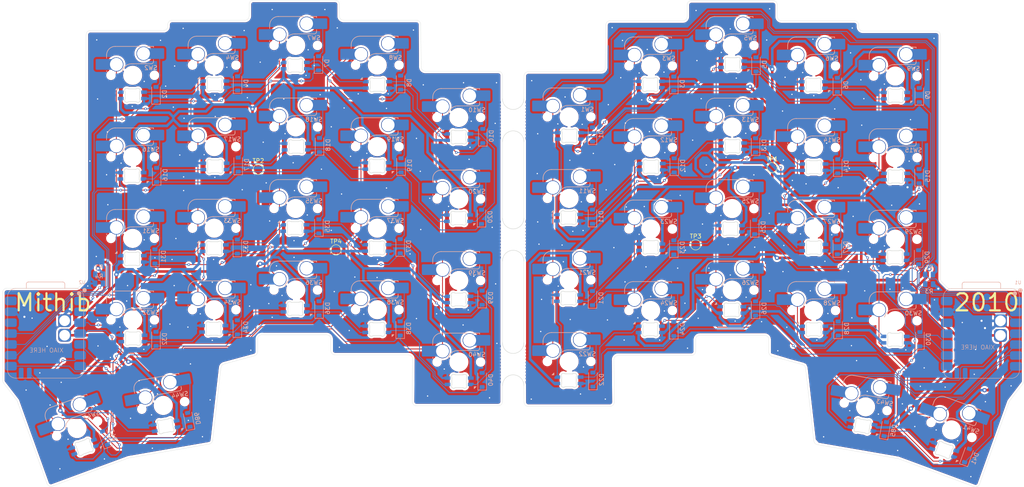
<source format=kicad_pcb>
(kicad_pcb (version 20241229) (generator "pcbnew") (generator_version "9.0")
  (layers (0 "F.Cu" signal) (2 "B.Cu" signal) (13 "F.Paste" user) (15 "B.Paste" user) (5 "F.SilkS" user "F.Silkscreen") (7 "B.SilkS" user "B.Silkscreen") (1 "F.Mask" user) (3 "B.Mask" user) (25 "Edge.Cuts" user))
  (net 0 "")
  (net 1 "Net-(D1-A)")
  (net 2 "/left/row0")
  (net 3 "/right/row0")
  (net 4 "Net-(D2-A)")
  (net 5 "Net-(D3-A)")
  (net 6 "Net-(D4-A)")
  (net 7 "Net-(D5-A)")
  (net 8 "Net-(D6-A)")
  (net 9 "Net-(D7-A)")
  (net 10 "Net-(D8-A)")
  (net 11 "Net-(D9-A)")
  (net 12 "Net-(D10-A)")
  (net 13 "Net-(D11-A)")
  (net 14 "/left/row1")
  (net 15 "Net-(D12-A)")
  (net 16 "Net-(D13-A)")
  (net 17 "Net-(D14-A)")
  (net 18 "Net-(D15-A)")
  (net 19 "Net-(D16-A)")
  (net 20 "/right/row1")
  (net 21 "Net-(D17-A)")
  (net 22 "Net-(D18-A)")
  (net 23 "Net-(D19-A)")
  (net 24 "Net-(D20-A)")
  (net 25 "/left/row2")
  (net 26 "Net-(D21-A)")
  (net 27 "/left/row3")
  (net 28 "Net-(D22-A)")
  (net 29 "Net-(D23-A)")
  (net 30 "Net-(D24-A)")
  (net 31 "Net-(D25-A)")
  (net 32 "Net-(D26-A)")
  (net 33 "Net-(D27-A)")
  (net 34 "Net-(D28-A)")
  (net 35 "Net-(D29-A)")
  (net 36 "Net-(D30-A)")
  (net 37 "/right/row2")
  (net 38 "Net-(D31-A)")
  (net 39 "/right/row3")
  (net 40 "Net-(D32-A)")
  (net 41 "Net-(D33-A)")
  (net 42 "Net-(D34-A)")
  (net 43 "Net-(D35-A)")
  (net 44 "Net-(D36-A)")
  (net 45 "Net-(D37-A)")
  (net 46 "Net-(D38-A)")
  (net 47 "Net-(D39-A)")
  (net 48 "Net-(D40-A)")
  (net 49 "Net-(D41-A)")
  (net 50 "/left/row4")
  (net 51 "Net-(D42-A)")
  (net 52 "/right/row4")
  (net 53 "/left/VBAT")
  (net 54 "/left/BT_PIN")
  (net 55 "/right/VBAT")
  (net 56 "/right/BT_PIN")
  (net 57 "GND")
  (net 58 "/left/col0")
  (net 59 "/right/col0")
  (net 60 "/left/col1")
  (net 61 "/right/col1")
  (net 62 "/left/col2")
  (net 63 "/left/col3")
  (net 64 "/right/col2")
  (net 65 "/right/col3")
  (net 66 "/left/col4")
  (net 67 "/right/col4")
  (net 68 "Net-(D43-DIN)")
  (net 81 "Net-(D43-DOUT)")
  (net 84 "Net-(D44-DIN)")
  (net 85 "Net-(D44-DOUT)")
  (net 86 "Net-(D45-DOUT)")
  (net 87 "Net-(D46-DOUT)")
  (net 88 "Net-(D47-DOUT)")
  (net 89 "Net-(D48-DOUT)")
  (net 90 "Net-(D49-DOUT)")
  (net 91 "Net-(D50-DOUT)")
  (net 94 "Net-(D53-DIN)")
  (net 95 "Net-(D54-DIN)")
  (net 96 "Net-(D55-DIN)")
  (net 97 "Net-(D56-DIN)")
  (net 98 "Net-(D57-DIN)")
  (net 99 "Net-(D58-DIN)")
  (net 100 "Net-(D59-DIN)")
  (net 101 "Net-(D60-DIN)")
  (net 102 "Net-(D61-DIN)")
  (net 103 "Net-(D62-DIN)")
  (net 104 "Net-(D63-DIN)")
  (net 105 "Net-(D63-DOUT)")
  (net 106 "Net-(D64-DIN)")
  (net 107 "Net-(D65-DOUT)")
  (net 108 "Net-(D66-DIN)")
  (net 109 "Net-(D67-DOUT)")
  (net 110 "Net-(D68-DIN)")
  (net 111 "Net-(D69-DOUT)")
  (net 112 "Net-(D70-DIN)")
  (net 113 "Net-(D72-DIN)")
  (net 114 "Net-(D73-DOUT)")
  (net 115 "Net-(D73-DIN)")
  (net 116 "Net-(D74-DIN)")
  (net 117 "Net-(D75-DOUT)")
  (net 118 "Net-(D76-DIN)")
  (net 119 "Net-(D77-DOUT)")
  (net 120 "Net-(D78-DIN)")
  (net 121 "Net-(D79-DOUT)")
  (net 122 "Net-(D80-DIN)")
  (net 123 "Net-(D82-DIN)")
  (net 124 "/left/led")
  (net 125 "/right/led")
  (net 126 "Net-(D85-A)")
  (net 127 "Net-(D86-A)")
  (net 128 "Net-(D83-DIN)")
  (net 129 "Net-(D84-DIN)")
  (footprint "mousebite:mouse-bite-5mm-slot-edgeCuts" (layer "F.Cu") (at 158 60.35 90)
    (property "Reference" "BO1" (hide yes))
    (property "Value" "break off" (hide yes))
    (fp_arc (start -5 -2.5) (mid -2.5 0) (end -5 2.5) (stroke (width 0.1)) (layer "Edge.Cuts"))
    (fp_arc (start 5 2.5) (mid 2.5 0) (end 5 -2.5) (stroke (width 0.1)) (layer "Edge.Cuts"))
  )
  (footprint "mousebite:mouse-bite-5mm-slot-edgeCuts" (layer "F.Cu") (at 158 88.25 90)
    (property "Reference" "BO2" (hide yes))
    (property "Value" "break off" (hide yes))
    (fp_arc (start -5 -2.5) (mid -2.5 0) (end -5 2.5) (stroke (width 0.1)) (layer "Edge.Cuts"))
    (fp_arc (start 5 2.5) (mid 2.5 0) (end 5 -2.5) (stroke (width 0.1)) (layer "Edge.Cuts"))
  )
  (footprint "TestPoint:TestPoint_Pad_D2.0mm" (layer "F.Cu") (at 98.45 71.85)
    (property "Reference" "TP2")
    (property "Value" "TestPoint")
  )
  (footprint "TestPoint:TestPoint_Pad_D2.0mm" (layer "F.Cu") (at 218.526817 71.425595)
    (property "Reference" "TP1")
    (property "Value" "TestPoint")
  )
  (footprint "mousebite:mouse-bite-5mm-slot-edgeCuts" (layer "F.Cu") (at 158 117.35 90)
    (property "Reference" "BO3" (hide yes))
    (property "Value" "break off" (hide yes))
    (fp_arc (start -5 -2.5) (mid -2.5 0) (end -5 2.5) (stroke (width 0.1)) (layer "Edge.Cuts"))
    (fp_arc (start 5 2.5) (mid 2.5 0) (end 5 -2.5) (stroke (width 0.1)) (layer "Edge.Cuts"))
  )
  (footprint "TestPoint:TestPoint_Pad_D2.0mm" (layer "F.Cu") (at 116.6 90.65)
    (property "Reference" "TP4")
    (property "Value" "TestPoint")
  )
  (footprint "TestPoint:TestPoint_Pad_D2.0mm" (layer "F.Cu") (at 200.626817 89.475595)
    (property "Reference" "TP3")
    (property "Value" "TestPoint")
  )
  (footprint "PCM_marbastlib-mx:Untitled" (layer "B.Cu") (at 76.8 131.8 -170)
    (property "Reference" "D88" (hide yes))
    (property "Value" "SK6812" (hide yes))
    (fp_line (start 1.699999 -0.702842) (end 1.699998 0.702842) (stroke (width 0.1)) (layer "Edge.Cuts"))
    (fp_line (start 0.794452 1.5) (end -0.794453 1.499999) (stroke (width 0.1)) (layer "Edge.Cuts"))
    (fp_line (start -0.794452 -1.5) (end 0.794452 -1.5) (stroke (width 0.1)) (layer "Edge.Cuts"))
    (fp_line (start -1.699999 0.702842) (end -1.699998 -0.702842) (stroke (width 0.1)) (layer "Edge.Cuts"))
    (fp_arc (start 1.749484 0.91972) (mid 1.712526 0.814067) (end 1.699998 0.702842) (stroke (width 0.1)) (layer "Edge.Cuts"))
    (fp_arc (start 1.749484 0.91972) (mid 1.638072 1.504037) (end 1.046711 1.568299) (stroke (width 0.1)) (layer "Edge.Cuts"))
    (fp_arc (start 1.699999 -0.702843) (mid 1.712536 -0.814066) (end 1.749484 -0.91972) (stroke (width 0.1)) (layer "Edge.Cuts"))
    (fp_arc (start 0.794453 1.5) (mid 0.925123 1.517376) (end 1.046711 1.568299) (stroke (width 0.1)) (layer "Edge.Cuts"))
    (fp_arc (start 1.046711 -1.568298) (mid 1.638071 -1.504034) (end 1.749484 -0.91972) (stroke (width 0.1)) (layer "Edge.Cuts"))
    (fp_arc (start 1.04671 -1.568299) (mid 0.925122 -1.517377) (end 0.794452 -1.5) (stroke (width 0.1)) (layer "Edge.Cuts"))
    (fp_arc (start -1.046711 1.568298) (mid -0.925123 1.517375) (end -0.794453 1.499999) (stroke (width 0.1)) (layer "Edge.Cuts"))
    (fp_arc (start -1.046711 1.568298) (mid -1.638071 1.504034) (end -1.749484 0.91972) (stroke (width 0.1)) (layer "Edge.Cuts"))
    (fp_arc (start -0.794452 -1.5) (mid -0.925123 -1.517376) (end -1.046711 -1.568299) (stroke (width 0.1)) (layer "Edge.Cuts"))
    (fp_arc (start -1.699999 0.702843) (mid -1.712528 0.814068) (end -1.749484 0.91972) (stroke (width 0.1)) (layer "Edge.Cuts"))
    (fp_arc (start -1.749484 -0.919719) (mid -1.638072 -1.504036) (end -1.046711 -1.568299) (stroke (width 0.1)) (layer "Edge.Cuts"))
    (fp_arc (start -1.749484 -0.91972) (mid -1.712527 -0.814069) (end -1.699998 -0.702842) (stroke (width 0.1)) (layer "Edge.Cuts"))
  )
  (footprint "Diode_SMD:D_SOD-123" (layer "B.Cu") (at 214.626817 66.225595 90)
    (property "Reference" "D13")
    (property "Value" "D")
  )
  (footprint "PCM_marbastlib-mx:Untitled" (layer "B.Cu") (at 145.275 64.299999)
    (property "Reference" "D44" (hide yes))
    (property "Value" "SK6812" (hide yes))
    (fp_line (start -1.699999 0.702842) (end -1.699999 -0.702842) (stroke (width 0.1)) (layer "Edge.Cuts"))
    (fp_line (start -0.794452 -1.5) (end 0.794452 -1.5) (stroke (width 0.1)) (layer "Edge.Cuts"))
    (fp_line (start 0.794452 1.499999) (end -0.794453 1.499999) (stroke (width 0.1)) (layer "Edge.Cuts"))
    (fp_line (start 1.699999 -0.702842) (end 1.699999 0.702842) (stroke (width 0.1)) (layer "Edge.Cuts"))
    (fp_arc (start -1.749484 -0.91972) (mid -1.712527 -0.814068) (end -1.699999 -0.702842) (stroke (width 0.1)) (layer "Edge.Cuts"))
    (fp_arc (start -1.749484 -0.919719) (mid -1.638072 -1.504035) (end -1.046711 -1.568299) (stroke (width 0.1)) (layer "Edge.Cuts"))
    (fp_arc (start -1.699999 0.702843) (mid -1.712527 0.814068) (end -1.749484 0.91972) (stroke (width 0.1)) (layer "Edge.Cuts"))
    (fp_arc (start -1.046711 1.568298) (mid -1.63807 1.504034) (end -1.749484 0.91972) (stroke (width 0.1)) (layer "Edge.Cuts"))
    (fp_arc (start -1.046711 1.568298) (mid -0.925123 1.517376) (end -0.794453 1.499999) (stroke (width 0.1)) (layer "Edge.Cuts"))
    (fp_arc (start -0.794452 -1.5) (mid -0.925123 -1.517377) (end -1.046711 -1.568299) (stroke (width 0.1)) (layer "Edge.Cuts"))
    (fp_arc (start 0.794453 1.5) (mid 0.925123 1.517377) (end 1.046711 1.568299) (stroke (width 0.1)) (layer "Edge.Cuts"))
    (fp_arc (start 1.04671 -1.568299) (mid 0.925122 -1.517377) (end 0.794452 -1.5) (stroke (width 0.1)) (layer "Edge.Cuts"))
    (fp_arc (start 1.046711 -1.568297) (mid 1.63807 -1.504034) (end 1.749484 -0.91972) (stroke (width 0.1)) (layer "Edge.Cuts"))
    (fp_arc (start 1.699999 -0.702843) (mid 1.712536 -0.814065) (end 1.749484 -0.91972) (stroke (width 0.1)) (layer "Edge.Cuts"))
    (fp_arc (start 1.749484 0.91972) (mid 1.638072 1.504037) (end 1.046711 1.568299) (stroke (width 0.1)) (layer "Edge.Cuts"))
    (fp_arc (start 1.749484 0.91972) (mid 1.712526 0.814068) (end 1.699999 0.702842) (stroke (width 0.1)) (layer "Edge.Cuts"))
  )
  (footprint "PCM_marbastlib-mx:Untitled" (layer "B.Cu") (at 190.126817 90.025595 180)
    (property "Reference" "D65" (hide yes))
    (property "Value" "SK6812" (hide yes))
    (fp_line (start 1.699999 -0.702842) (end 1.699999 0.702842) (stroke (width 0.1)) (layer "Edge.Cuts"))
    (fp_line (start 0.794452 1.499999) (end -0.794453 1.499999) (stroke (width 0.1)) (layer "Edge.Cuts"))
    (fp_line (start -0.794452 -1.5) (end 0.794452 -1.5) (stroke (width 0.1)) (layer "Edge.Cuts"))
    (fp_line (start -1.699999 0.702842) (end -1.699999 -0.702842) (stroke (width 0.1)) (layer "Edge.Cuts"))
    (fp_arc (start 1.749484 0.91972) (mid 1.712526 0.814068) (end 1.699999 0.702842) (stroke (width 0.1)) (layer "Edge.Cuts"))
    (fp_arc (start 1.749484 0.91972) (mid 1.638072 1.504037) (end 1.046711 1.568299) (stroke (width 0.1)) (layer "Edge.Cuts"))
    (fp_arc (start 1.699999 -0.702843) (mid 1.712536 -0.814065) (end 1.749484 -0.91972) (stroke (width 0.1)) (layer "Edge.Cuts"))
    (fp_arc (start 1.046711 -1.568297) (mid 1.63807 -1.504034) (end 1.749484 -0.91972) (stroke (width 0.1)) (layer "Edge.Cuts"))
    (fp_arc (start 1.04671 -1.568299) (mid 0.925122 -1.517377) (end 0.794452 -1.5) (stroke (width 0.1)) (layer "Edge.Cuts"))
    (fp_arc (start 0.794453 1.5) (mid 0.925123 1.517377) (end 1.046711 1.568299) (stroke (width 0.1)) (layer "Edge.Cuts"))
    (fp_arc (start -0.794452 -1.5) (mid -0.925123 -1.517377) (end -1.046711 -1.568299) (stroke (width 0.1)) (layer "Edge.Cuts"))
    (fp_arc (start -1.046711 1.568298) (mid -0.925123 1.517376) (end -0.794453 1.499999) (stroke (width 0.1)) (layer "Edge.Cuts"))
    (fp_arc (start -1.046711 1.568298) (mid -1.63807 1.504034) (end -1.749484 0.91972) (stroke (width 0.1)) (layer "Edge.Cuts"))
    (fp_arc (start -1.699999 0.702843) (mid -1.712527 0.814068) (end -1.749484 0.91972) (stroke (width 0.1)) (layer "Edge.Cuts"))
    (fp_arc (start -1.749484 -0.919719) (mid -1.638072 -1.504035) (end -1.046711 -1.568299) (stroke (width 0.1)) (layer "Edge.Cuts"))
    (fp_arc (start -1.749484 -0.91972) (mid -1.712527 -0.814068) (end -1.699999 -0.702842) (stroke (width 0.1)) (layer "Edge.Cuts"))
  )
  (footprint "PCM_marbastlib-mx:Untitled" (layer "B.Cu") (at 57.754147 136.713225 -160)
    (property "Reference" "D84" (hide yes))
    (property "Value" "SK6812" (hide yes))
    (fp_line (start 1.699999 -0.702842) (end 1.699999 0.702843) (stroke (width 0.1)) (layer "Edge.Cuts"))
    (fp_line (start 0.794453 1.499999) (end -0.794453 1.499999) (stroke (width 0.1)) (layer "Edge.Cuts"))
    (fp_line (start -0.794452 -1.5) (end 0.794452 -1.500001) (stroke (width 0.1)) (layer "Edge.Cuts"))
    (fp_line (start -1.699999 0.702842) (end -1.699999 -0.702843) (stroke (width 0.1)) (layer "Edge.Cuts"))
    (fp_arc (start 1.749484 0.91972) (mid 1.712526 0.814068) (end 1.699999 0.702843) (stroke (width 0.1)) (layer "Edge.Cuts"))
    (fp_arc (start 1.749484 0.91972) (mid 1.638073 1.504037) (end 1.04671 1.568299) (stroke (width 0.1)) (layer "Edge.Cuts"))
    (fp_arc (start 1.699999 -0.702843) (mid 1.712536 -0.814065) (end 1.749484 -0.91972) (stroke (width 0.1)) (layer "Edge.Cuts"))
    (fp_arc (start 0.794453 1.5) (mid 0.925123 1.517377) (end 1.04671 1.568299) (stroke (width 0.1)) (layer "Edge.Cuts"))
    (fp_arc (start 1.04671 -1.568297) (mid 1.638071 -1.504034) (end 1.749484 -0.91972) (stroke (width 0.1)) (layer "Edge.Cuts"))
    (fp_arc (start 1.04671 -1.568299) (mid 0.925121 -1.517378) (end 0.794452 -1.500001) (stroke (width 0.1)) (layer "Edge.Cuts"))
    (fp_arc (start -1.046711 1.568298) (mid -0.925123 1.517376) (end -0.794453 1.499999) (stroke (width 0.1)) (layer "Edge.Cuts"))
    (fp_arc (start -1.046711 1.568298) (mid -1.63807 1.504035) (end -1.749484 0.91972) (stroke (width 0.1)) (layer "Edge.Cuts"))
    (fp_arc (start -0.794452 -1.5) (mid -0.925121 -1.517376) (end -1.04671 -1.568299) (stroke (width 0.1)) (layer "Edge.Cuts"))
    (fp_arc (start -1.699999 0.702843) (mid -1.712527 0.814069) (end -1.749484 0.91972) (stroke (width 0.1)) (layer "Edge.Cuts"))
    (fp_arc (start -1.749484 -0.919719) (mid -1.638072 -1.504036) (end -1.04671 -1.568299) (stroke (width 0.1)) (layer "Edge.Cuts"))
    (fp_arc (start -1.749484 -0.91972) (mid -1.712527 -0.814068) (end -1.699999 -0.702843) (stroke (width 0.1)) (layer "Edge.Cuts"))
  )
  (footprint "PCM_marbastlib-mx:SW_MX_HS_CPG151101S11_1u" (layer "B.Cu") (at 126.24375 47.4875 180)
    (property "Reference" "SW8")
    (property "Value" "SW_Push")
  )
  (footprint "PCM_marbastlib-mx:SW_MX_HS_CPG151101S11_1u" (layer "B.Cu") (at 171.066817 59.578095 180)
    (property "Reference" "SW1")
    (property "Value" "SW_Push")
  )
  (footprint "PCM_marbastlib-mx:SW_MX_HS_CPG151101S11_1u" (layer "B.Cu") (at 145.29375 59.71125 180)
    (property "Reference" "SW10")
    (property "Value" "SW_Push")
  )
  (footprint "Diode_SMD:D_SOD-123" (layer "B.Cu") (at 195.526817 109.125595 90)
    (property "Reference" "D24")
    (property "Value" "D")
  )
  (footprint "PCM_marbastlib-mx:SW_MX_HS_CPG151101S11_1u" (layer "B.Cu") (at 107.19375 61.93375 180)
    (property "Reference" "SW18")
    (property "Value" "SW_Push")
  )
  (footprint "Diode_SMD:D_SOD-123" (layer "B.Cu") (at 131.6 109 90)
    (property "Reference" "D38")
    (property "Value" "D")
  )
  (footprint "PCM_marbastlib-mx:Untitled" (layer "B.Cu") (at 190.226817 71.225595)
    (property "Reference" "D54" (hide yes))
    (property "Value" "SK6812" (hide yes))
    (fp_line (start -1.699999 0.702842) (end -1.699999 -0.702842) (stroke (width 0.1)) (layer "Edge.Cuts"))
    (fp_line (start -0.794452 -1.5) (end 0.794452 -1.5) (stroke (width 0.1)) (layer "Edge.Cuts"))
    (fp_line (start 0.794452 1.499999) (end -0.794453 1.499999) (stroke (width 0.1)) (layer "Edge.Cuts"))
    (fp_line (start 1.699999 -0.702842) (end 1.699999 0.702842) (stroke (width 0.1)) (layer "Edge.Cuts"))
    (fp_arc (start -1.749484 -0.91972) (mid -1.712527 -0.814068) (end -1.699999 -0.702842) (stroke (width 0.1)) (layer "Edge.Cuts"))
    (fp_arc (start -1.749484 -0.919719) (mid -1.638072 -1.504035) (end -1.046711 -1.568299) (stroke (width 0.1)) (layer "Edge.Cuts"))
    (fp_arc (start -1.699999 0.702843) (mid -1.712527 0.814068) (end -1.749484 0.91972) (stroke (width 0.1)) (layer "Edge.Cuts"))
    (fp_arc (start -1.046711 1.568298) (mid -1.63807 1.504034) (end -1.749484 0.91972) (stroke (width 0.1)) (layer "Edge.Cuts"))
    (fp_arc (start -1.046711 1.568298) (mid -0.925123 1.517376) (end -0.794453 1.499999) (stroke (width 0.1)) (layer "Edge.Cuts"))
    (fp_arc (start -0.794452 -1.5) (mid -0.925123 -1.517377) (end -1.046711 -1.568299) (stroke (width 0.1)) (layer "Edge.Cuts"))
    (fp_arc (start 0.794453 1.5) (mid 0.925123 1.517377) (end 1.046711 1.568299) (stroke (width 0.1)) (layer "Edge.Cuts"))
    (fp_arc (start 1.04671 -1.568299) (mid 0.925122 -1.517377) (end 0.794452 -1.5) (stroke (width 0.1)) (layer "Edge.Cuts"))
    (fp_arc (start 1.046711 -1.568297) (mid 1.63807 -1.504034) (end 1.749484 -0.91972) (stroke (width 0.1)) (layer "Edge.Cuts"))
    (fp_arc (start 1.699999 -0.702843) (mid 1.712536 -0.814065) (end 1.749484 -0.91972) (stroke (width 0.1)) (layer "Edge.Cuts"))
    (fp_arc (start 1.749484 0.91972) (mid 1.638072 1.504037) (end 1.046711 1.568299) (stroke (width 0.1)) (layer "Edge.Cuts"))
    (fp_arc (start 1.749484 0.91972) (mid 1.712526 0.814068) (end 1.699999 0.702842) (stroke (width 0.1)) (layer "Edge.Cuts"))
  )
  (footprint "Resistor_SMD:R_0805_2012Metric" (layer "B.Cu") (at 255.164317 96.425595 180)
    (property "Reference" "R1")
    (property "Value" "806k")
  )
  (footprint "Diode_SMD:D_SOD-123" (layer "B.Cu") (at 62.614334 134.600493 110)
    (property "Reference" "D42")
    (property "Value" "D")
  )
  (footprint "PCM_marbastlib-mx:Untitled" (layer "B.Cu") (at 171.126817 64.025595 180)
    (property "Reference" "D43" (hide yes))
    (property "Value" "SK6812" (hide yes))
    (fp_line (start 1.699999 -0.702842) (end 1.699999 0.702842) (stroke (width 0.1)) (layer "Edge.Cuts"))
    (fp_line (start 0.794452 1.499999) (end -0.794453 1.499999) (stroke (width 0.1)) (layer "Edge.Cuts"))
    (fp_line (start -0.794452 -1.5) (end 0.794452 -1.5) (stroke (width 0.1)) (layer "Edge.Cuts"))
    (fp_line (start -1.699999 0.702842) (end -1.699999 -0.702842) (stroke (width 0.1)) (layer "Edge.Cuts"))
    (fp_arc (start 1.749484 0.91972) (mid 1.712526 0.814068) (end 1.699999 0.702842) (stroke (width 0.1)) (layer "Edge.Cuts"))
    (fp_arc (start 1.749484 0.91972) (mid 1.638072 1.504037) (end 1.046711 1.568299) (stroke (width 0.1)) (layer "Edge.Cuts"))
    (fp_arc (start 1.699999 -0.702843) (mid 1.712536 -0.814065) (end 1.749484 -0.91972) (stroke (width 0.1)) (layer "Edge.Cuts"))
    (fp_arc (start 1.046711 -1.568297) (mid 1.63807 -1.504034) (end 1.749484 -0.91972) (stroke (width 0.1)) (layer "Edge.Cuts"))
    (fp_arc (start 1.04671 -1.568299) (mid 0.925122 -1.517377) (end 0.794452 -1.5) (stroke (width 0.1)) (layer "Edge.Cuts"))
    (fp_arc (start 0.794453 1.5) (mid 0.925123 1.517377) (end 1.046711 1.568299) (stroke (width 0.1)) (layer "Edge.Cuts"))
    (fp_arc (start -0.794452 -1.5) (mid -0.925123 -1.517377) (end -1.046711 -1.568299) (stroke (width 0.1)) (layer "Edge.Cuts"))
    (fp_arc (start -1.046711 1.568298) (mid -0.925123 1.517376) (end -0.794453 1.499999) (stroke (width 0.1)) (layer "Edge.Cuts"))
    (fp_arc (start -1.046711 1.568298) (mid -1.63807 1.504034) (end -1.749484 0.91972) (stroke (width 0.1)) (layer "Edge.Cuts"))
    (fp_arc (start -1.699999 0.702843) (mid -1.712527 0.814068) (end -1.749484 0.91972) (stroke (width 0.1)) (layer "Edge.Cuts"))
    (fp_arc (start -1.749484 -0.919719) (mid -1.638072 -1.504035) (end -1.046711 -1.568299) (stroke (width 0.1)) (layer "Edge.Cuts"))
    (fp_arc (start -1.749484 -0.91972) (mid -1.712527 -0.814068) (end -1.699999 -0.702842) (stroke (width 0.1)) (layer "Edge.Cuts"))
  )
  (footprint "PCM_marbastlib-mx:Untitled" (layer "B.Cu") (at 107.325 66.549999 180)
    (property "Reference" "D60" (hide yes))
    (property "Value" "SK6812" (hide yes))
    (fp_line (start 1.699999 -0.702842) (end 1.699999 0.702842) (stroke (width 0.1)) (layer "Edge.Cuts"))
    (fp_line (start 0.794452 1.499999) (end -0.794453 1.499999) (stroke (width 0.1)) (layer "Edge.Cuts"))
    (fp_line (start -0.794452 -1.5) (end 0.794452 -1.5) (stroke (width 0.1)) (layer "Edge.Cuts"))
    (fp_line (start -1.699999 0.702842) (end -1.699999 -0.702842) (stroke (width 0.1)) (layer "Edge.Cuts"))
    (fp_arc (start 1.749484 0.91972) (mid 1.712526 0.814068) (end 1.699999 0.702842) (stroke (width 0.1)) (layer "Edge.Cuts"))
    (fp_arc (start 1.749484 0.91972) (mid 1.638072 1.504037) (end 1.046711 1.568299) (stroke (width 0.1)) (layer "Edge.Cuts"))
    (fp_arc (start 1.699999 -0.702843) (mid 1.712536 -0.814065) (end 1.749484 -0.91972) (stroke (width 0.1)) (layer "Edge.Cuts"))
    (fp_arc (start 1.046711 -1.568297) (mid 1.63807 -1.504034) (end 1.749484 -0.91972) (stroke (width 0.1)) (layer "Edge.Cuts"))
    (fp_arc (start 1.04671 -1.568299) (mid 0.925122 -1.517377) (end 0.794452 -1.5) (stroke (width 0.1)) (layer "Edge.Cuts"))
    (fp_arc (start 0.794453 1.5) (mid 0.925123 1.517377) (end 1.046711 1.568299) (stroke (width 0.1)) (layer "Edge.Cuts"))
    (fp_arc (start -0.794452 -1.5) (mid -0.925123 -1.517377) (end -1.046711 -1.568299) (stroke (width 0.1)) (layer "Edge.Cuts"))
    (fp_arc (start -1.046711 1.568298) (mid -0.925123 1.517376) (end -0.794453 1.499999) (stroke (width 0.1)) (layer "Edge.Cuts"))
    (fp_arc (start -1.046711 1.568298) (mid -1.63807 1.504034) (end -1.749484 0.91972) (stroke (width 0.1)) (layer "Edge.Cuts"))
    (fp_arc (start -1.699999 0.702843) (mid -1.712527 0.814068) (end -1.749484 0.91972) (stroke (width 0.1)) (layer "Edge.Cuts"))
    (fp_arc (start -1.749484 -0.919719) (mid -1.638072 -1.504035) (end -1.046711 -1.568299) (stroke (width 0.1)) (layer "Edge.Cuts"))
    (fp_arc (start -1.749484 -0.91972) (mid -1.712527 -0.814068) (end -1.699999 -0.702842) (stroke (width 0.1)) (layer "Edge.Cuts"))
  )
  (footprint "PCM_marbastlib-mx:SW_MX_HS_CPG151101S11_1u" (layer "B.Cu") (at 69.09375 49.86875 180)
    (property "Reference" "SW2")
    (property "Value" "SW_Push")
  )
  (footprint "PCM_marbastlib-mx:Untitled" (layer "B.Cu") (at 88.25 51.95)
    (property "Reference" "D50" (hide yes))
    (property "Value" "SK6812" (hide yes))
    (fp_line (start -1.699999 0.702842) (end -1.699999 -0.702842) (stroke (width 0.1)) (layer "Edge.Cuts"))
    (fp_line (start -0.794452 -1.5) (end 0.794452 -1.5) (stroke (width 0.1)) (layer "Edge.Cuts"))
    (fp_line (start 0.794452 1.499999) (end -0.794453 1.499999) (stroke (width 0.1)) (layer "Edge.Cuts"))
    (fp_line (start 1.699999 -0.702842) (end 1.699999 0.702842) (stroke (width 0.1)) (layer "Edge.Cuts"))
    (fp_arc (start -1.749484 -0.91972) (mid -1.712527 -0.814068) (end -1.699999 -0.702842) (stroke (width 0.1)) (layer "Edge.Cuts"))
    (fp_arc (start -1.749484 -0.919719) (mid -1.638072 -1.504035) (end -1.046711 -1.568299) (stroke (width 0.1)) (layer "Edge.Cuts"))
    (fp_arc (start -1.699999 0.702843) (mid -1.712527 0.814068) (end -1.749484 0.91972) (stroke (width 0.1)) (layer "Edge.Cuts"))
    (fp_arc (start -1.046711 1.568298) (mid -1.63807 1.504034) (end -1.749484 0.91972) (stroke (width 0.1)) (layer "Edge.Cuts"))
    (fp_arc (start -1.046711 1.568298) (mid -0.925123 1.517376) (end -0.794453 1.499999) (stroke (width 0.1)) (layer "Edge.Cuts"))
    (fp_arc (start -0.794452 -1.5) (mid -0.925123 -1.517377) (end -1.046711 -1.568299) (stroke (width 0.1)) (layer "Edge.Cuts"))
    (fp_arc (start 0.794453 1.5) (mid 0.925123 1.517377) (end 1.046711 1.568299) (stroke (width 0.1)) (layer "Edge.Cuts"))
    (fp_arc (start 1.04671 -1.568299) (mid 0.925122 -1.517377) (end 0.794452 -1.5) (stroke (width 0.1)) (layer "Edge.Cuts"))
    (fp_arc (start 1.046711 -1.568297) (mid 1.63807 -1.504034) (end 1.749484 -0.91972) (stroke (width 0.1)) (layer "Edge.Cuts"))
    (fp_arc (start 1.699999 -0.702843) (mid 1.712536 -0.814065) (end 1.749484 -0.91972) (stroke (width 0.1)) (layer "Edge.Cuts"))
    (fp_arc (start 1.749484 0.91972) (mid 1.638072 1.504037) (end 1.046711 1.568299) (stroke (width 0.1)) (layer "Edge.Cuts"))
    (fp_arc (start 1.749484 0.91972) (mid 1.712526 0.814068) (end 1.699999 0.702842) (stroke (width 0.1)) (layer "Edge.Cuts"))
  )
  (footprint "Diode_SMD:D_SOD-123" (layer "B.Cu") (at 233.926817 109.025595 90)
    (property "Reference" "D28")
    (property "Value" "D")
  )
  (footprint "Diode_SMD:D_SOD-123" (layer "B.Cu") (at 233.726817 90.025595 90)
    (property "Reference" "D27")
    (property "Value" "D")
  )
  (footprint "Diode_SMD:D_SOD-123" (layer "B.Cu") (at 252.726817 92.375595 90)
    (property "Reference" "D29")
    (property "Value" "D")
  )
  (footprint "Diode_SMD:D_SOD-123" (layer "B.Cu") (at 82.213481 130.375067 100)
    (property "Reference" "D86")
    (property "Value" "D")
  )
  (footprint "PCM_marbastlib-mx:SW_MX_HS_CPG151101S11_1u" (layer "B.Cu") (at 209.166817 42.909345 180)
    (property "Reference" "SW5")
    (property "Value" "SW_Push")
  )
  (footprint "PCM_marbastlib-mx:SW_MX_HS_CPG151101S11_1u" (layer "B.Cu") (at 88.14375 66.5375 180)
    (property "Reference" "SW17")
    (property "Value" "SW_Push")
  )
  (footprint "Diode_SMD:D_SOD-123" (layer "B.Cu") (at 233.826817 71.125595 90)
    (property "Reference" "D14")
    (property "Value" "D")
  )
  (footprint "PCM_marbastlib-mx:Untitled" (layer "B.Cu") (at 190.026817 52.025595 180)
    (property "Reference" "D45" (hide yes))
    (property "Value" "SK6812" (hide yes))
    (fp_line (start 1.699999 -0.702842) (end 1.699999 0.702842) (stroke (width 0.1)) (layer "Edge.Cuts"))
    (fp_line (start 0.794452 1.499999) (end -0.794453 1.499999) (stroke (width 0.1)) (layer "Edge.Cuts"))
    (fp_line (start -0.794452 -1.5) (end 0.794452 -1.5) (stroke (width 0.1)) (layer "Edge.Cuts"))
    (fp_line (start -1.699999 0.702842) (end -1.699999 -0.702842) (stroke (width 0.1)) (layer "Edge.Cuts"))
    (fp_arc (start 1.749484 0.91972) (mid 1.712526 0.814068) (end 1.699999 0.702842) (stroke (width 0.1)) (layer "Edge.Cuts"))
    (fp_arc (start 1.749484 0.91972) (mid 1.638072 1.504037) (end 1.046711 1.568299) (stroke (width 0.1)) (layer "Edge.Cuts"))
    (fp_arc (start 1.699999 -0.702843) (mid 1.712536 -0.814065) (end 1.749484 -0.91972) (stroke (width 0.1)) (layer "Edge.Cuts"))
    (fp_arc (start 1.046711 -1.568297) (mid 1.63807 -1.504034) (end 1.749484 -0.91972) (stroke (width 0.1)) (layer "Edge.Cuts"))
    (fp_arc (start 1.04671 -1.568299) (mid 0.925122 -1.517377) (end 0.794452 -1.5) (stroke (width 0.1)) (layer "Edge.Cuts"))
    (fp_arc (start 0.794453 1.5) (mid 0.925123 1.517377) (end 1.046711 1.568299) (stroke (width 0.1)) (layer "Edge.Cuts"))
    (fp_arc (start -0.794452 -1.5) (mid -0.925123 -1.517377) (end -1.046711 -1.568299) (stroke (width 0.1)) (layer "Edge.Cuts"))
    (fp_arc (start -1.046711 1.568298) (mid -0.925123 1.517376) (end -0.794453 1.499999) (stroke (width 0.1)) (layer "Edge.Cuts"))
    (fp_arc (start -1.046711 1.568298) (mid -1.63807 1.504034) (end -1.749484 0.91972) (stroke (width 0.1)) (layer "Edge.Cuts"))
    (fp_arc (start -1.699999 0.702843) (mid -1.712527 0.814068) (end -1.749484 0.91972) (stroke (width 0.1)) (layer "Edge.Cuts"))
    (fp_arc (start -1.749484 -0.919719) (mid -1.638072 -1.504035) (end -1.046711 -1.568299) (stroke (width 0.1)) (layer "Edge.Cuts"))
    (fp_arc (start -1.749484 -0.91972) (mid -1.712527 -0.814068) (end -1.699999 -0.702842) (stroke (width 0.1)) (layer "Edge.Cuts"))
  )
  (footprint "PCM_marbastlib-mx:SW_MX_HS_CPG151101S11_1u" (layer "B.Cu") (at 88.14375 85.5875 180)
    (property "Reference" "SW33")
    (property "Value" "SW_Push")
  )
  (footprint "PCM_marbastlib-mx:SW_MX_HS_CPG151101S11_1u" (layer "B.Cu") (at 247.266817 88.153095 180)
    (property "Reference" "SW29")
    (property "Value" "SW_Push")
  )
  (footprint "PCM_marbastlib-mx:SW_MX_HS_CPG151101S11_1u" (layer "B.Cu") (at 190.116817 85.771845 180)
    (property "Reference" "SW23")
    (property "Value" "SW_Push")
  )
  (footprint "PCM_marbastlib-mx:Untitled" (layer "B.Cu") (at 69.1425 111.35 180)
    (property "Reference" "D82" (hide yes))
    (property "Value" "SK6812" (hide yes))
    (fp_line (start 1.699999 -0.702842) (end 1.699999 0.702842) (stroke (width 0.1)) (layer "Edge.Cuts"))
    (fp_line (start 0.794452 1.499999) (end -0.794453 1.499999) (stroke (width 0.1)) (layer "Edge.Cuts"))
    (fp_line (start -0.794452 -1.5) (end 0.794452 -1.5) (stroke (width 0.1)) (layer "Edge.Cuts"))
    (fp_line (start -1.699999 0.702842) (end -1.699999 -0.702842) (stroke (width 0.1)) (layer "Edge.Cuts"))
    (fp_arc (start 1.749484 0.91972) (mid 1.712526 0.814068) (end 1.699999 0.702842) (stroke (width 0.1)) (layer "Edge.Cuts"))
    (fp_arc (start 1.749484 0.91972) (mid 1.638072 1.504037) (end 1.046711 1.568299) (stroke (width 0.1)) (layer "Edge.Cuts"))
    (fp_arc (start 1.699999 -0.702843) (mid 1.712536 -0.814065) (end 1.749484 -0.91972) (stroke (width 0.1)) (layer "Edge.Cuts"))
    (fp_arc (start 1.046711 -1.568297) (mid 1.63807 -1.504034) (end 1.749484 -0.91972) (stroke (width 0.1)) (layer "Edge.Cuts"))
    (fp_arc (start 1.04671 -1.568299) (mid 0.925122 -1.517377) (end 0.794452 -1.5) (stroke (width 0.1)) (layer "Edge.Cuts"))
    (fp_arc (start 0.794453 1.5) (mid 0.925123 1.517377) (end 1.046711 1.568299) (stroke (width 0.1)) (layer "Edge.Cuts"))
    (fp_arc (start -0.794452 -1.5) (mid -0.925123 -1.517377) (end -1.046711 -1.568299) (stroke (width 0.1)) (layer "Edge.Cuts"))
    (fp_arc (start -1.046711 1.568298) (mid -0.925123 1.517376) (end -0.794453 1.499999) (stroke (width 0.1)) (layer "Edge.Cuts"))
    (fp_arc (start -1.046711 1.568298) (mid -1.63807 1.504034) (end -1.749484 0.91972) (stroke (width 0.1)) (layer "Edge.Cuts"))
    (fp_arc (start -1.699999 0.702843) (mid -1.712527 0.814068) (end -1.749484 0.91972) (stroke (width 0.1)) (layer "Edge.Cuts"))
    (fp_arc (start -1.749484 -0.919719) (mid -1.638072 -1.504035) (end -1.046711 -1.568299) (stroke (width 0.1)) (layer "Edge.Cuts"))
    (fp_arc (start -1.749484 -0.91972) (mid -1.712527 -0.814068) (end -1.699999 -0.702842) (stroke (width 0.1)) (layer "Edge.Cuts"))
  )
  (footprint "PCM_marbastlib-mx:SW_MX_HS_CPG151101S11_1u" (layer "B.Cu") (at 126.24375 104.6375 180)
    (property "Reference" "SW38")
    (property "Value" "SW_Push")
  )
  (footprint "PCM_marbastlib-mx:SW_MX_HS_CPG151101S11_1u" (layer "B.Cu") (at 209.166817 100.059345 180)
    (property "Reference" "SW26")
    (property "Value" "SW_Push")
  )
  (footprint "PCM_marbastlib-mx:Untitled" (layer "B.Cu") (at 247.226817 111.625595)
    (property "Reference" "D72" (hide yes))
    (property "Value" "SK6812" (hide yes))
    (fp_line (start -1.699999 0.702842) (end -1.699999 -0.702842) (stroke (width 0.1)) (layer "Edge.Cuts"))
    (fp_line (start -0.794452 -1.5) (end 0.794452 -1.5) (stroke (width 0.1)) (layer "Edge.Cuts"))
    (fp_line (start 0.794452 1.499999) (end -0.794453 1.499999) (stroke (width 0.1)) (layer "Edge.Cuts"))
    (fp_line (start 1.699999 -0.702842) (end 1.699999 0.702842) (stroke (width 0.1)) (layer "Edge.Cuts"))
    (fp_arc (start -1.749484 -0.91972) (mid -1.712527 -0.814068) (end -1.699999 -0.702842) (stroke (width 0.1)) (layer "Edge.Cuts"))
    (fp_arc (start -1.749484 -0.919719) (mid -1.638072 -1.504035) (end -1.046711 -1.568299) (stroke (width 0.1)) (layer "Edge.Cuts"))
    (fp_arc (start -1.699999 0.702843) (mid -1.712527 0.814068) (end -1.749484 0.91972) (stroke (width 0.1)) (layer "Edge.Cuts"))
    (fp_arc (start -1.046711 1.568298) (mid -1.63807 1.504034) (end -1.749484 0.91972) (stroke (width 0.1)) (layer "Edge.Cuts"))
    (fp_arc (start -1.046711 1.568298) (mid -0.925123 1.517376) (end -0.794453 1.499999) (stroke (width 0.1)) (layer "Edge.Cuts"))
    (fp_arc (start -0.794452 -1.5) (mid -0.925123 -1.517377) (end -1.046711 -1.568299) (stroke (width 0.1)) (layer "Edge.Cuts"))
    (fp_arc (start 0.794453 1.5) (mid 0.925123 1.517377) (end 1.046711 1.568299) (stroke (width 0.1)) (layer "Edge.Cuts"))
    (fp_arc (start 1.04671 -1.568299) (mid 0.925122 -1.517377) (end 0.794452 -1.5) (stroke (width 0.1)) (layer "Edge.Cuts"))
    (fp_arc (start 1.046711 -1.568297) (mid 1.63807 -1.504034) (end 1.749484 -0.91972) (stroke (width 0.1)) (layer "Edge.Cuts"))
    (fp_arc (start 1.699999 -0.702843) (mid 1.712536 -0.814065) (end 1.749484 -0.91972) (stroke (width 0.1)) (layer "Edge.Cuts"))
    (fp_arc (start 1.749484 0.91972) (mid 1.638072 1.504037) (end 1.046711 1.568299) (stroke (width 0.1)) (layer "Edge.Cuts"))
    (fp_arc (start 1.749484 0.91972) (mid 1.712526 0.814068) (end 1.699999 0.702842) (stroke (width 0.1)) (layer "Edge.Cuts"))
  )
  (footprint "Diode_SMD:D_SOD-123" (layer "B.Cu") (at 244.926817 132.525595 80)
    (property "Reference" "D85")
    (property "Value" "D")
  )
  (footprint "Diode_SMD:D_SOD-123" (layer "B.Cu") (at 195.626817 70.925595 90)
    (property "Reference" "D12")
    (property "Value" "D")
  )
  (footprint "PCM_marbastlib-mx:Untitled" (layer "B.Cu") (at 88.1425 90.25)
    (property "Reference" "D79" (hide yes))
    (property "Value" "SK6812" (hide yes))
    (fp_line (start -1.699999 0.702842) (end -1.699999 -0.702842) (stroke (width 0.1)) (layer "Edge.Cuts"))
    (fp_line (start -0.794452 -1.5) (end 0.794452 -1.5) (stroke (width 0.1)) (layer "Edge.Cuts"))
    (fp_line (start 0.794452 1.499999) (end -0.794453 1.499999) (stroke (width 0.1)) (layer "Edge.Cuts"))
    (fp_line (start 1.699999 -0.702842) (end 1.699999 0.702842) (stroke (width 0.1)) (layer "Edge.Cuts"))
    (fp_arc (start -1.749484 -0.91972) (mid -1.712527 -0.814068) (end -1.699999 -0.702842) (stroke (width 0.1)) (layer "Edge.Cuts"))
    (fp_arc (start -1.749484 -0.919719) (mid -1.638072 -1.504035) (end -1.046711 -1.568299) (stroke (width 0.1)) (layer "Edge.Cuts"))
    (fp_arc (start -1.699999 0.702843) (mid -1.712527 0.814068) (end -1.749484 0.91972) (stroke (width 0.1)) (layer "Edge.Cuts"))
    (fp_arc (start -1.046711 1.568298) (mid -1.63807 1.504034) (end -1.749484 0.91972) (stroke (width 0.1)) (layer "Edge.Cuts"))
    (fp_arc (start -1.046711 1.568298) (mid -0.925123 1.517376) (end -0.794453 1.499999) (stroke (width 0.1)) (layer "Edge.Cuts"))
    (fp_arc (start -0.794452 -1.5) (mid -0.925123 -1.517377) (end -1.046711 -1.568299) (stroke (width 0.1)) (layer "Edge.Cuts"))
    (fp_arc (start 0.794453 1.5) (mid 0.925123 1.517377) (end 1.046711 1.568299) (stroke (width 0.1)) (layer "Edge.Cuts"))
    (fp_arc (start 1.04671 -1.568299) (mid 0.925122 -1.517377) (end 0.794452 -1.5) (stroke (width 0.1)) (layer "Edge.Cuts"))
    (fp_arc (start 1.046711 -1.568297) (mid 1.63807 -1.504034) (end 1.749484 -0.91972) (stroke (width 0.1)) (layer "Edge.Cuts"))
    (fp_arc (start 1.699999 -0.702843) (mid 1.712536 -0.814065) (end 1.749484 -0.91972) (stroke (width 0.1)) (layer "Edge.Cuts"))
    (fp_arc (start 1.749484 0.91972) (mid 1.638072 1.504037) (end 1.046711 1.568299) (stroke (width 0.1)) (layer "Edge.Cuts"))
    (fp_arc (start 1.749484 0.91972) (mid 1.712526 0.814068) (end 1.699999 0.702842) (stroke (width 0.1)) (layer "Edge.Cuts"))
  )
  (footprint "PCM_marbastlib-mx:SW_MX_HS_CPG151101S11_1u" (layer "B.Cu") (at 88.14375 104.6375 180)
    (property "Reference" "SW34")
    (property "Value" "SW_Push")
  )
  (footprint "Diode_SMD:D_SOD-123" (layer "B.Cu") (at 176.526817 82.925595 90)
    (property "Reference" "D11")
    (property "Value" "D")
  )
  (footprint "PCM_marbastlib-mx:Untitled" (layer "B.Cu") (at 247.326817 54.625595 180)
    (property "Reference" "D51" (hide yes))
    (property "Value" "SK6812" (hide yes))
    (fp_line (start 1.699999 -0.702842) (end 1.699999 0.702842) (stroke (width 0.1)) (layer "Edge.Cuts"))
    (fp_line (start 0.794452 1.499999) (end -0.794453 1.499999) (stroke (width 0.1)) (layer "Edge.Cuts"))
    (fp_line (start -0.794452 -1.5) (end 0.794452 -1.5) (stroke (width 0.1)) (layer "Edge.Cuts"))
    (fp_line (start -1.699999 0.702842) (end -1.699999 -0.702842) (stroke (width 0.1)) (layer "Edge.Cuts"))
    (fp_arc (start 1.749484 0.91972) (mid 1.712526 0.814068) (end 1.699999 0.702842) (stroke (width 0.1)) (layer "Edge.Cuts"))
    (fp_arc (start 1.749484 0.91972) (mid 1.638072 1.504037) (end 1.046711 1.568299) (stroke (width 0.1)) (layer "Edge.Cuts"))
    (fp_arc (start 1.699999 -0.702843) (mid 1.712536 -0.814065) (end 1.749484 -0.91972) (stroke (width 0.1)) (layer "Edge.Cuts"))
    (fp_arc (start 1.046711 -1.568297) (mid 1.63807 -1.504034) (end 1.749484 -0.91972) (stroke (width 0.1)) (layer "Edge.Cuts"))
    (fp_arc (start 1.04671 -1.568299) (mid 0.925122 -1.517377) (end 0.794452 -1.5) (stroke (width 0.1)) (layer "Edge.Cuts"))
    (fp_arc (start 0.794453 1.5) (mid 0.925123 1.517377) (end 1.046711 1.568299) (stroke (width 0.1)) (layer "Edge.Cuts"))
    (fp_arc (start -0.794452 -1.5) (mid -0.925123 -1.517377) (end -1.046711 -1.568299) (stroke (width 0.1)) (layer "Edge.Cuts"))
    (fp_arc (start -1.046711 1.568298) (mid -0.925123 1.517376) (end -0.794453 1.499999) (stroke (width 0.1)) (layer "Edge.Cuts"))
    (fp_arc (start -1.046711 1.568298) (mid -1.63807 1.504034) (end -1.749484 0.91972) (stroke (width 0.1)) (layer "Edge.Cuts"))
    (fp_arc (start -1.699999 0.702843) (mid -1.712527 0.814068) (end -1.749484 0.91972) (stroke (width 0.1)) (layer "Edge.Cuts"))
    (fp_arc (start -1.749484 -0.919719) (mid -1.638072 -1.504035) (end -1.046711 -1.568299) (stroke (width 0.1)) (layer "Edge.Cuts"))
    (fp_arc (start -1.749484 -0.91972) (mid -1.712527 -0.814068) (end -1.699999 -0.702842) (stroke (width 0.1)) (layer "Edge.Cuts"))
  )
  (footprint "PCM_marbastlib-mx:Untitled" (layer "B.Cu") (at 145.375 121.349999 180)
    (property "Reference" "D74" (hide yes))
    (property "Value" "SK6812" (hide yes))
    (fp_line (start 1.699999 -0.702842) (end 1.699999 0.702842) (stroke (width 0.1)) (layer "Edge.Cuts"))
    (fp_line (start 0.794452 1.499999) (end -0.794453 1.499999) (stroke (width 0.1)) (layer "Edge.Cuts"))
    (fp_line (start -0.794452 -1.5) (end 0.794452 -1.5) (stroke (width 0.1)) (layer "Edge.Cuts"))
    (fp_line (start -1.699999 0.702842) (end -1.699999 -0.702842) (stroke (width 0.1)) (layer "Edge.Cuts"))
    (fp_arc (start 1.749484 0.91972) (mid 1.712526 0.814068) (end 1.699999 0.702842) (stroke (width 0.1)) (layer "Edge.Cuts"))
    (fp_arc (start 1.749484 0.91972) (mid 1.638072 1.504037) (end 1.046711 1.568299) (stroke (width 0.1)) (layer "Edge.Cuts"))
    (fp_arc (start 1.699999 -0.702843) (mid 1.712536 -0.814065) (end 1.749484 -0.91972) (stroke (width 0.1)) (layer "Edge.Cuts"))
    (fp_arc (start 1.046711 -1.568297) (mid 1.63807 -1.504034) (end 1.749484 -0.91972) (stroke (width 0.1)) (layer "Edge.Cuts"))
    (fp_arc (start 1.04671 -1.568299) (mid 0.925122 -1.517377) (end 0.794452 -1.5) (stroke (width 0.1)) (layer "Edge.Cuts"))
    (fp_arc (start 0.794453 1.5) (mid 0.925123 1.517377) (end 1.046711 1.568299) (stroke (width 0.1)) (layer "Edge.Cuts"))
    (fp_arc (start -0.794452 -1.5) (mid -0.925123 -1.517377) (end -1.046711 -1.568299) (stroke (width 0.1)) (layer "Edge.Cuts"))
    (fp_arc (start -1.046711 1.568298) (mid -0.925123 1.517376) (end -0.794453 1.499999) (stroke (width 0.1)) (layer "Edge.Cuts"))
    (fp_arc (start -1.046711 1.568298) (mid -1.63807 1.504034) (end -1.749484 0.91972) (stroke (width 0.1)) (layer "Edge.Cuts"))
    (fp_arc (start -1.699999 0.702843) (mid -1.712527 0.814068) (end -1.749484 0.91972) (stroke (width 0.1)) (layer "Edge.Cuts"))
    (fp_arc (start -1.749484 -0.919719) (mid -1.638072 -1.504035) (end -1.046711 -1.568299) (stroke (width 0.1)) (layer "Edge.Cuts"))
    (fp_arc (start -1.749484 -0.91972) (mid -1.712527 -0.814068) (end -1.699999 -0.702842) (stroke (width 0.1)) (layer "Edge.Cuts"))
  )
  (footprint "PCM_marbastlib-mx:SW_MX_HS_CPG151101S11_1u" (layer "B.Cu") (at 88.14375 47.4875 180)
    (property "Reference" "SW4")
    (property "Value" "SW_Push")
  )
  (footprint "PCM_marbastlib-mx:SW_MX_HS_CPG151101S11_1u" (layer "B.Cu") (at 145.29375 97.81125 180)
    (property "Reference" "SW39")
    (property "Value" "SW_Push")
  )
  (footprint "PCM_marbastlib-mx:Untitled" (layer "B.Cu") (at 228.226817 90.125595 180)
    (property "Reference" "D69" (hide yes))
    (property "Value" "SK6812" (hide yes))
    (fp_line (start 1.699999 -0.702842) (end 1.699999 0.702842) (stroke (width 0.1)) (layer "Edge.Cuts"))
    (fp_line (start 0.794452 1.499999) (end -0.794453 1.499999) (stroke (width 0.1)) (layer "Edge.Cuts"))
    (fp_line (start -0.794452 -1.5) (end 0.794452 -1.5) (stroke (width 0.1)) (layer "Edge.Cuts"))
    (fp_line (start -1.699999 0.702842) (end -1.699999 -0.702842) (stroke (width 0.1)) (layer "Edge.Cuts"))
    (fp_arc (start 1.749484 0.91972) (mid 1.712526 0.814068) (end 1.699999 0.702842) (stroke (width 0.1)) (layer "Edge.Cuts"))
    (fp_arc (start 1.749484 0.91972) (mid 1.638072 1.504037) (end 1.046711 1.568299) (stroke (width 0.1)) (layer "Edge.Cuts"))
    (fp_arc (start 1.699999 -0.702843) (mid 1.712536 -0.814065) (end 1.749484 -0.91972) (stroke (width 0.1)) (layer "Edge.Cuts"))
    (fp_arc (start 1.046711 -1.568297) (mid 1.63807 -1.504034) (end 1.749484 -0.91972) (stroke (width 0.1)) (layer "Edge.Cuts"))
    (fp_arc (start 1.04671 -1.568299) (mid 0.925122 -1.517377) (end 0.794452 -1.5) (stroke (width 0.1)) (layer "Edge.Cuts"))
    (fp_arc (start 0.794453 1.5) (mid 0.925123 1.517377) (end 1.046711 1.568299) (stroke (width 0.1)) (layer "Edge.Cuts"))
    (fp_arc (start -0.794452 -1.5) (mid -0.925123 -1.517377) (end -1.046711 -1.568299) (stroke (width 0.1)) (layer "Edge.Cuts"))
    (fp_arc (start -1.046711 1.568298) (mid -0.925123 1.517376) (end -0.794453 1.499999) (stroke (width 0.1)) (layer "Edge.Cuts"))
    (fp_arc (start -1.046711 1.568298) (mid -1.63807 1.504034) (end -1.749484 0.91972) (stroke (width 0.1)) (layer "Edge.Cuts"))
    (fp_arc (start -1.699999 0.702843) (mid -1.712527 0.814068) (end -1.749484 0.91972) (stroke (width 0.1)) (layer "Edge.Cuts"))
    (fp_arc (start -1.749484 -0.919719) (mid -1.638072 -1.504035) (end -1.046711 -1.568299) (stroke (width 0.1)) (layer "Edge.Cuts"))
    (fp_arc (start -1.749484 -0.91972) (mid -1.712527 -0.814068) (end -1.699999 -0.702842) (stroke (width 0.1)) (layer "Edge.Cuts"))
  )
  (footprint "PCM_marbastlib-mx:SW_MX_HS_CPG151101S11_1u" (layer "B.Cu") (at 247.266817 107.203095 180)
    (property "Reference" "SW30")
    (property "Value" "SW_Push")
  )
  (footprint "PCM_marbastlib-mx:Untitled" (layer "B.Cu") (at 190.026817 109.225595)
    (property "Reference" "D66" (hide yes))
    (property "Value" "SK6812" (hide yes))
    (fp_line (start -1.699999 0.702842) (end -1.699999 -0.702842) (stroke (width 0.1)) (layer "Edge.Cuts"))
    (fp_line (start -0.794452 -1.5) (end 0.794452 -1.5) (stroke (width 0.1)) (layer "Edge.Cuts"))
    (fp_line (start 0.794452 1.499999) (end -0.794453 1.499999) (stroke (width 0.1)) (layer "Edge.Cuts"))
    (fp_line (start 1.699999 -0.702842) (end 1.699999 0.702842) (stroke (width 0.1)) (layer "Edge.Cuts"))
    (fp_arc (start -1.749484 -0.91972) (mid -1.712527 -0.814068) (end -1.699999 -0.702842) (stroke (width 0.1)) (layer "Edge.Cuts"))
    (fp_arc (start -1.749484 -0.919719) (mid -1.638072 -1.504035) (end -1.046711 -1.568299) (stroke (width 0.1)) (layer "Edge.Cuts"))
    (fp_arc (start -1.699999 0.702843) (mid -1.712527 0.814068) (end -1.749484 0.91972) (stroke (width 0.1)) (layer "Edge.Cuts"))
    (fp_arc (start -1.046711 1.568298) (mid -1.63807 1.504034) (end -1.749484 0.91972) (stroke (width 0.1)) (layer "Edge.Cuts"))
    (fp_arc (start -1.046711 1.568298) (mid -0.925123 1.517376) (end -0.794453 1.499999) (stroke (width 0.1)) (layer "Edge.Cuts"))
    (fp_arc (start -0.794452 -1.5) (mid -0.925123 -1.517377) (end -1.046711 -1.568299) (stroke (width 0.1)) (layer "Edge.Cuts"))
    (fp_arc (start 0.794453 1.5) (mid 0.925123 1.517377) (end 1.046711 1.568299) (stroke (width 0.1)) (layer "Edge.Cuts"))
    (fp_arc (start 1.04671 -1.568299) (mid 0.925122 -1.517377) (end 0.794452 -1.5) (stroke (width 0.1)) (layer "Edge.Cuts"))
    (fp_arc (start 1.046711 -1.568297) (mid 1.63807 -1.504034) (end 1.749484 -0.91972) (stroke (width 0.1)) (layer "Edge.Cuts"))
    (fp_arc (start 1.699999 -0.702843) (mid 1.712536 -0.814065) (end 1.749484 -0.91972) (stroke (width 0.1)) (layer "Edge.Cuts"))
    (fp_arc (start 1.749484 0.91972) (mid 1.638072 1.504037) (end 1.046711 1.568299) (stroke (width 0.1)) (layer "Edge.Cuts"))
    (fp_arc (start 1.749484 0.91972) (mid 1.712526 0.814068) (end 1.699999 0.702842) (stroke (width 0.1)) (layer "Edge.Cuts"))
  )
  (footprint "PCM_marbastlib-mx:Untitled" (layer "B.Cu") (at 209.226817 66.425595)
    (property "Reference" "D55" (hide yes))
    (property "Value" "SK6812" (hide yes))
    (fp_line (start -1.699999 0.702842) (end -1.699999 -0.702842) (stroke (width 0.1)) (layer "Edge.Cuts"))
    (fp_line (start -0.794452 -1.5) (end 0.794452 -1.5) (stroke (width 0.1)) (layer "Edge.Cuts"))
    (fp_line (start 0.794452 1.499999) (end -0.794453 1.499999) (stroke (width 0.1)) (layer "Edge.Cuts"))
    (fp_line (start 1.699999 -0.702842) (end 1.699999 0.702842) (stroke (width 0.1)) (layer "Edge.Cuts"))
    (fp_arc (start -1.749484 -0.91972) (mid -1.712527 -0.814068) (end -1.699999 -0.702842) (stroke (width 0.1)) (layer "Edge.Cuts"))
    (fp_arc (start -1.749484 -0.919719) (mid -1.638072 -1.504035) (end -1.046711 -1.568299) (stroke (width 0.1)) (layer "Edge.Cuts"))
    (fp_arc (start -1.699999 0.702843) (mid -1.712527 0.814068) (end -1.749484 0.91972) (stroke (width 0.1)) (layer "Edge.Cuts"))
    (fp_arc (start -1.046711 1.568298) (mid -1.63807 1.504034) (end -1.749484 0.91972) (stroke (width 0.1)) (layer "Edge.Cuts"))
    (fp_arc (start -1.046711 1.568298) (mid -0.925123 1.517376) (end -0.794453 1.499999) (stroke (width 0.1)) (layer "Edge.Cuts"))
    (fp_arc (start -0.794452 -1.5) (mid -0.925123 -1.517377) (end -1.046711 -1.568299) (stroke (width 0.1)) (layer "Edge.Cuts"))
    (fp_arc (start 0.794453 1.5) (mid 0.925123 1.517377) (end 1.046711 1.568299) (stroke (width 0.1)) (layer "Edge.Cuts"))
    (fp_arc (start 1.04671 -1.568299) (mid 0.925122 -1.517377) (end 0.794452 -1.5) (stroke (width 0.1)) (layer "Edge.Cuts"))
    (fp_arc (start 1.046711 -1.568297) (mid 1.63807 -1.504034) (end 1.749484 -0.91972) (stroke (width 0.1)) (layer "Edge.Cuts"))
    (fp_arc (start 1.699999 -0.702843) (mid 1.712536 -0.814065) (end 1.749484 -0.91972) (stroke (width 0.1)) (layer "Edge.Cuts"))
    (fp_arc (start 1.749484 0.91972) (mid 1.638072 1.504037) (end 1.046711 1.568299) (stroke (width 0.1)) (layer "Edge.Cuts"))
    (fp_arc (start 1.749484 0.91972) (mid 1.712526 0.814068) (end 1.699999 0.702842) (stroke (width 0.1)) (layer "Edge.Cuts"))
  )
  (footprint "Diode_SMD:D_SOD-123" (layer "B.Cu") (at 74.55 54.25 90)
    (property "Reference" "D2")
    (property "Value" "D")
  )
  (footprint "Diode_SMD:D_SOD-123" (layer "B.Cu") (at 74.3 92.2 90)
    (property "Reference" "D31")
    (property "Value" "D")
  )
  (footprint "PCM_marbastlib-mx:SW_MX_HS_CPG151101S11_1u" (layer "B.Cu") (at 171.066817 116.728095 180)
    (property "Reference" "SW22")
    (property "Value" "SW_Push")
  )
  (footprint "PCM_marbastlib-mx:SW_MX_HS_CPG151101S11_1u" (layer "B.Cu") (at 228.216817 85.771845 180)
    (property "Reference" "SW27")
    (property "Value" "SW_Push")
  )
  (footprint "Diode_SMD:D_SOD-123" (layer "B.Cu") (at 214.426817 85.325595 90)
    (property "Reference" "D25")
    (property "Value" "D")
  )
  (footprint "Diode_SMD:D_SOD-123" (layer "B.Cu") (at 253.026817 111.525595 90)
    (property "Reference" "D30")
    (property "Value" "D")
  )
  (footprint "PCM_marbastlib-mx:SW_MX_HS_CPG151101S11_1u" (layer "B.Cu") (at 228.216817 104.821845 180)
    (property "Reference" "SW28")
    (property "Value" "SW_Push")
  )
  (footprint "Diode_SMD:D_SOD-123" (layer "B.Cu") (at 176.626817 120.975595 90)
    (property "Reference" "D22")
    (property "Value" "D")
  )
  (footprint "PCM_marbastlib-mx:SW_MX_HS_CPG151101S11_1u" (layer "B.Cu") (at 190.116817 66.721845 180)
    (property "Reference" "SW12")
    (property "Value" "SW_Push")
  )
  (footprint "Diode_SMD:D_SOD-123" (layer "B.Cu") (at 176.526817 63.675595 90)
    (property "Reference" "D1")
    (property "Value" "D")
  )
  (footprint "PCM_marbastlib-mx:SW_MX_HS_CPG151101S11_1u" (layer "B.Cu") (at 247.266817 50.053095 180)
    (property "Reference" "SW9")
    (property "Value" "SW_Push")
  )
  (footprint "Diode_SMD:D_SOD-123" (layer "B.Cu") (at 195.526817 51.825595 90)
    (property "Reference" "D3")
    (property "Value" "D")
  )
  (footprint "PCM_marbastlib-mx:Untitled" (layer "B.Cu") (at 107.075 47.599999)
    (property "Reference" "D49" (hide yes))
    (property "Value" "SK6812" (hide yes))
    (fp_line (start -1.699999 0.702842) (end -1.699999 -0.702842) (stroke (width 0.1)) (layer "Edge.Cuts"))
    (fp_line (start -0.794452 -1.5) (end 0.794452 -1.5) (stroke (width 0.1)) (layer "Edge.Cuts"))
    (fp_line (start 0.794452 1.499999) (end -0.794453 1.499999) (stroke (width 0.1)) (layer "Edge.Cuts"))
    (fp_line (start 1.699999 -0.702842) (end 1.699999 0.702842) (stroke (width 0.1)) (layer "Edge.Cuts"))
    (fp_arc (start -1.749484 -0.91972) (mid -1.712527 -0.814068) (end -1.699999 -0.702842) (stroke (width 0.1)) (layer "Edge.Cuts"))
    (fp_arc (start -1.749484 -0.919719) (mid -1.638072 -1.504035) (end -1.046711 -1.568299) (stroke (width 0.1)) (layer "Edge.Cuts"))
    (fp_arc (start -1.699999 0.702843) (mid -1.712527 0.814068) (end -1.749484 0.91972) (stroke (width 0.1)) (layer "Edge.Cuts"))
    (fp_arc (start -1.046711 1.568298) (mid -1.63807 1.504034) (end -1.749484 0.91972) (stroke (width 0.1)) (layer "Edge.Cuts"))
    (fp_arc (start -1.046711 1.568298) (mid -0.925123 1.517376) (end -0.794453 1.499999) (stroke (width 0.1)) (layer "Edge.Cuts"))
    (fp_arc (start -0.794452 -1.5) (mid -0.925123 -1.517377) (end -1.046711 -1.568299) (stroke (width 0.1)) (layer "Edge.Cuts"))
    (fp_arc (start 0.794453 1.5) (mid 0.925123 1.517377) (end 1.046711 1.568299) (stroke (width 0.1)) (layer "Edge.Cuts"))
    (fp_arc (start 1.04671 -1.568299) (mid 0.925122 -1.517377) (end 0.794452 -1.5) (stroke (width 0.1)) (layer "Edge.Cuts"))
    (fp_arc (start 1.046711 -1.568297) (mid 1.63807 -1.504034) (end 1.749484 -0.91972) (stroke (width 0.1)) (layer "Edge.Cuts"))
    (fp_arc (start 1.699999 -0.702843) (mid 1.712536 -0.814065) (end 1.749484 -0.91972) (stroke (width 0.1)) (layer "Edge.Cuts"))
    (fp_arc (start 1.749484 0.91972) (mid 1.638072 1.504037) (end 1.046711 1.568299) (stroke (width 0.1)) (layer "Edge.Cuts"))
    (fp_arc (start 1.749484 0.91972) (mid 1.712526 0.814068) (end 1.699999 0.702842) (stroke (width 0.1)) (layer "Edge.Cuts"))
  )
  (footprint "PCM_marbastlib-mx:SW_MX_HS_CPG151101S11_1u" (layer "B.Cu") (at 126.24375 66.5375 180)
    (property "Reference" "SW19")
    (property "Value" "SW_Push")
  )
  (footprint "Resistor_SMD:R_0805_2012Metric" (layer "B.Cu") (at 255.176817 98.675595)
    (property "Reference" "R3")
    (property "Value" "2M")
  )
  (footprint "PCM_marbastlib-mx:Untitled" (layer "B.Cu") (at 126.175 109.199999 180)
    (property "Reference" "D76" (hide yes))
    (property "Value" "SK6812" (hide yes))
    (fp_line (start 1.699999 -0.702842) (end 1.699999 0.702842) (stroke (width 0.1)) (layer "Edge.Cuts"))
    (fp_line (start 0.794452 1.499999) (end -0.794453 1.499999) (stroke (width 0.1)) (layer "Edge.Cuts"))
    (fp_line (start -0.794452 -1.5) (end 0.794452 -1.5) (stroke (width 0.1)) (layer "Edge.Cuts"))
    (fp_line (start -1.699999 0.702842) (end -1.699999 -0.702842) (stroke (width 0.1)) (layer "Edge.Cuts"))
    (fp_arc (start 1.749484 0.91972) (mid 1.712526 0.814068) (end 1.699999 0.702842) (stroke (width 0.1)) (layer "Edge.Cuts"))
    (fp_arc (start 1.749484 0.91972) (mid 1.638072 1.504037) (end 1.046711 1.568299) (stroke (width 0.1)) (layer "Edge.Cuts"))
    (fp_arc (start 1.699999 -0.702843) (mid 1.712536 -0.814065) (end 1.749484 -0.91972) (stroke (width 0.1)) (layer "Edge.Cuts"))
    (fp_arc (start 1.046711 -1.568297) (mid 1.63807 -1.504034) (end 1.749484 -0.91972) (stroke (width 0.1)) (layer "Edge.Cuts"))
    (fp_arc (start 1.04671 -1.568299) (mid 0.925122 -1.517377) (end 0.794452 -1.5) (stroke (width 0.1)) (layer "Edge.Cuts"))
    (fp_arc (start 0.794453 1.5) (mid 0.925123 1.517377) (end 1.046711 1.568299) (stroke (width 0.1)) (layer "Edge.Cuts"))
    (fp_arc (start -0.794452 -1.5) (mid -0.925123 -1.517377) (end -1.046711 -1.568299) (stroke (width 0.1)) (layer "Edge.Cuts"))
    (fp_arc (start -1.046711 1.568298) (mid -0.925123 1.517376) (end -0.794453 1.499999) (stroke (width 0.1)) (layer "Edge.Cuts"))
    (fp_arc (start -1.046711 1.568298) (mid -1.63807 1.504034) (end -1.749484 0.91972) (stroke (width 0.1)) (layer "Edge.Cuts"))
    (fp_arc (start -1.699999 0.702843) (mid -1.712527 0.814068) (end -1.749484 0.91972) (stroke (width 0.1)) (layer "Edge.Cuts"))
    (fp_arc (start -1.749484 -0.919719) (mid -1.638072 -1.504035) (end -1.046711 -1.568299) (stroke (width 0.1)) (layer "Edge.Cuts"))
    (fp_arc (start -1.749484 -0.91972) (mid -1.712527 -0.814068) (end -1.699999 -0.702842) (stroke (width 0.1)) (layer "Edge.Cuts"))
  )
  (footprint "PCM_marbastlib-mx:Untitled" (layer "B.Cu") (at 170.926817 83.125595)
    (property "Reference" "D53" (hide yes))
    (property "Value" "SK6812" (hide yes))
    (fp_line (start -1.699999 0.702842) (end -1.699999 -0.702842) (stroke (width 0.1)) (layer "Edge.Cuts"))
    (fp_line (start -0.794452 -1.5) (end 0.794452 -1.5) (stroke (width 0.1)) (layer "Edge.Cuts"))
    (fp_line (start 0.794452 1.499999) (end -0.794453 1.499999) (stroke (width 0.1)) (layer "Edge.Cuts"))
    (fp_line (start 1.699999 -0.702842) (end 1.699999 0.702842) (stroke (width 0.1)) (layer "Edge.Cuts"))
    (fp_arc (start -1.749484 -0.91972) (mid -1.712527 -0.814068) (end -1.699999 -0.702842) (stroke (width 0.1)) (layer "Edge.Cuts"))
    (fp_arc (start -1.749484 -0.919719) (mid -1.638072 -1.504035) (end -1.046711 -1.568299) (stroke (width 0.1)) (layer "Edge.Cuts"))
    (fp_arc (start -1.699999 0.702843) (mid -1.712527 0.814068) (end -1.749484 0.91972) (stroke (width 0.1)) (layer "Edge.Cuts"))
    (fp_arc (start -1.046711 1.568298) (mid -1.63807 1.504034) (end -1.749484 0.91972) (stroke (width 0.1)) (layer "Edge.Cuts"))
    (fp_arc (start -1.046711 1.568298) (mid -0.925123 1.517376) (end -0.794453 1.499999) (stroke (width 0.1)) (layer "Edge.Cuts"))
    (fp_arc (start -0.794452 -1.5) (mid -0.925123 -1.517377) (end -1.046711 -1.568299) (stroke (width 0.1)) (layer "Edge.Cuts"))
    (fp_arc (start 0.794453 1.5) (mid 0.925123 1.517377) (end 1.046711 1.568299) (stroke (width 0.1)) (layer "Edge.Cuts"))
    (fp_arc (start 1.04671 -1.568299) (mid 0.925122 -1.517377) (end 0.794452 -1.5) (stroke (width 0.1)) (layer "Edge.Cuts"))
    (fp_arc (start 1.046711 -1.568297) (mid 1.63807 -1.504034) (end 1.749484 -0.91972) (stroke (width 0.1)) (layer "Edge.Cuts"))
    (fp_arc (start 1.699999 -0.702843) (mid 1.712536 -0.814065) (end 1.749484 -0.91972) (stroke (width 0.1)) (layer "Edge.Cuts"))
    (fp_arc (start 1.749484 0.91972) (mid 1.638072 1.504037) (end 1.046711 1.568299) (stroke (width 0.1)) (layer "Edge.Cuts"))
    (fp_arc (start 1.749484 0.91972) (mid 1.712526 0.814068) (end 1.699999 0.702842) (stroke (width 0.1)) (layer "Edge.Cuts"))
  )
  (footprint "PCM_marbastlib-mx:Untitled" (layer "B.Cu") (at 209.251817 47.275594 180)
    (property "Reference" "D47" (hide yes))
    (property "Value" "SK6812" (hide yes))
    (fp_line (start 1.699999 -0.702842) (end 1.699999 0.702842) (stroke (width 0.1)) (layer "Edge.Cuts"))
    (fp_line (start 0.794452 1.499999) (end -0.794453 1.499999) (stroke (width 0.1)) (layer "Edge.Cuts"))
    (fp_line (start -0.794452 -1.5) (end 0.794452 -1.5) (stroke (width 0.1)) (layer "Edge.Cuts"))
    (fp_line (start -1.699999 0.702842) (end -1.699999 -0.702842) (stroke (width 0.1)) (layer "Edge.Cuts"))
    (fp_arc (start 1.749484 0.91972) (mid 1.712526 0.814068) (end 1.699999 0.702842) (stroke (width 0.1)) (layer "Edge.Cuts"))
    (fp_arc (start 1.749484 0.91972) (mid 1.638072 1.504037) (end 1.046711 1.568299) (stroke (width 0.1)) (layer "Edge.Cuts"))
    (fp_arc (start 1.699999 -0.702843) (mid 1.712536 -0.814065) (end 1.749484 -0.91972) (stroke (width 0.1)) (layer "Edge.Cuts"))
    (fp_arc (start 1.046711 -1.568297) (mid 1.63807 -1.504034) (end 1.749484 -0.91972) (stroke (width 0.1)) (layer "Edge.Cuts"))
    (fp_arc (start 1.04671 -1.568299) (mid 0.925122 -1.517377) (end 0.794452 -1.5) (stroke (width 0.1)) (layer "Edge.Cuts"))
    (fp_arc (start 0.794453 1.5) (mid 0.925123 1.517377) (end 1.046711 1.568299) (stroke (width 0.1)) (layer "Edge.Cuts"))
    (fp_arc (start -0.794452 -1.5) (mid -0.925123 -1.517377) (end -1.046711 -1.568299) (stroke (width 0.1)) (layer "Edge.Cuts"))
    (fp_arc (start -1.046711 1.568298) (mid -0.925123 1.517376) (end -0.794453 1.499999) (stroke (width 0.1)) (layer "Edge.Cuts"))
    (fp_arc (start -1.046711 1.568298) (mid -1.63807 1.504034) (end -1.749484 0.91972) (stroke (width 0.1)) (layer "Edge.Cuts"))
    (fp_arc (start -1.699999 0.702843) (mid -1.712527 0.814068) (end -1.749484 0.91972) (stroke (width 0.1)) (layer "Edge.Cuts"))
    (fp_arc (start -1.749484 -0.919719) (mid -1.638072 -1.504035) (end -1.046711 -1.568299) (stroke (width 0.1)) (layer "Edge.Cuts"))
    (fp_arc (start -1.749484 -0.91972) (mid -1.712527 -0.814068) (end -1.699999 -0.702842) (stroke (width 0.1)) (layer "Edge.Cuts"))
  )
  (footprint "PCM_marbastlib-mx:Untitled" (layer "B.Cu") (at 68.9925 92.75)
    (property "Reference" "D81" (hide yes))
    (property "Value" "SK6812" (hide yes))
    (fp_line (start -1.699999 0.702842) (end -1.699999 -0.702842) (stroke (width 0.1)) (layer "Edge.Cuts"))
    (fp_line (start -0.794452 -1.5) (end 0.794452 -1.5) (stroke (width 0.1)) (layer "Edge.Cuts"))
    (fp_line (start 0.794452 1.499999) (end -0.794453 1.499999) (stroke (width 0.1)) (layer "Edge.Cuts"))
    (fp_line (start 1.699999 -0.702842) (end 1.699999 0.702842) (stroke (width 0.1)) (layer "Edge.Cuts"))
    (fp_arc (start -1.749484 -0.91972) (mid -1.712527 -0.814068) (end -1.699999 -0.702842) (stroke (width 0.1)) (layer "Edge.Cuts"))
    (fp_arc (start -1.749484 -0.919719) (mid -1.638072 -1.504035) (end -1.046711 -1.568299) (stroke (width 0.1)) (layer "Edge.Cuts"))
    (fp_arc (start -1.699999 0.702843) (mid -1.712527 0.814068) (end -1.749484 0.91972) (stroke (width 0.1)) (layer "Edge.Cuts"))
    (fp_arc (start -1.046711 1.568298) (mid -1.63807 1.504034) (end -1.749484 0.91972) (stroke (width 0.1)) (layer "Edge.Cuts"))
    (fp_arc (start -1.046711 1.568298) (mid -0.925123 1.517376) (end -0.794453 1.499999) (stroke (width 0.1)) (layer "Edge.Cuts"))
    (fp_arc (start -0.794452 -1.5) (mid -0.925123 -1.517377) (end -1.046711 -1.568299) (stroke (width 0.1)) (layer "Edge.Cuts"))
    (fp_arc (start 0.794453 1.5) (mid 0.925123 1.517377) (end 1.046711 1.568299) (stroke (width 0.1)) (layer "Edge.Cuts"))
    (fp_arc (start 1.04671 -1.568299) (mid 0.925122 -1.517377) (end 0.794452 -1.5) (stroke (width 0.1)) (layer "Edge.Cuts"))
    (fp_arc (start 1.046711 -1.568297) (mid 1.63807 -1.504034) (end 1.749484 -0.91972) (stroke (width 0.1)) (layer "Edge.Cuts"))
    (fp_arc (start 1.699999 -0.702843) (mid 1.712536 -0.814065) (end 1.749484 -0.91972) (stroke (width 0.1)) (layer "Edge.Cuts"))
    (fp_arc (start 1.749484 0.91972) (mid 1.638072 1.504037) (end 1.046711 1.568299) (stroke (width 0.1)) (layer "Edge.Cuts"))
    (fp_arc (start 1.749484 0.91972) (mid 1.712526 0.814068) (end 1.699999 0.702842) (stroke (width 0.1)) (layer "Edge.Cuts"))
  )
  (footprint "PCM_marbastlib-mx:Untitled" (layer "B.Cu") (at 228.226817 109.225595)
    (property "Reference" "D70" (hide yes))
    (property "Value" "SK6812" (hide yes))
    (fp_line (start -1.699999 0.702842) (end -1.699999 -0.702842) (stroke (width 0.1)) (layer "Edge.Cuts"))
    (fp_line (start -0.794452 -1.5) (end 0.794452 -1.5) (stroke (width 0.1)) (layer "Edge.Cuts"))
    (fp_line (start 0.794452 1.499999) (end -0.794453 1.499999) (stroke (width 0.1)) (layer "Edge.Cuts"))
    (fp_line (start 1.699999 -0.702842) (end 1.699999 0.702842) (stroke (width 0.1)) (layer "Edge.Cuts"))
    (fp_arc (start -1.749484 -0.91972) (mid -1.712527 -0.814068) (end -1.699999 -0.702842) (stroke (width 0.1)) (layer "Edge.Cuts"))
    (fp_arc (start -1.749484 -0.919719) (mid -1.638072 -1.504035) (end -1.046711 -1.568299) (stroke (width 0.1)) (layer "Edge.Cuts"))
    (fp_arc (start -1.699999 0.702843) (mid -1.712527 0.814068) (end -1.749484 0.91972) (stroke (width 0.1)) (layer "Edge.Cuts"))
    (fp_arc (start -1.046711 1.568298) (mid -1.63807 1.504034) (end -1.749484 0.91972) (stroke (width 0.1)) (layer "Edge.Cuts"))
    (fp_arc (start -1.046711 1.568298) (mid -0.925123 1.517376) (end -0.794453 1.499999) (stroke (width 0.1)) (layer "Edge.Cuts"))
    (fp_arc (start -0.794452 -1.5) (mid -0.925123 -1.517377) (end -1.046711 -1.568299) (stroke (width 0.1)) (layer "Edge.Cuts"))
    (fp_arc (start 0.794453 1.5) (mid 0.925123 1.517377) (end 1.046711 1.568299) (stroke (width 0.1)) (layer "Edge.Cuts"))
    (fp_arc (start 1.04671 -1.568299) (mid 0.925122 -1.517377) (end 0.794452 -1.5) (stroke (width 0.1)) (layer "Edge.Cuts"))
    (fp_arc (start 1.046711 -1.568297) (mid 1.63807 -1.504034) (end 1.749484 -0.91972) (stroke (width 0.1)) (layer "Edge.Cuts"))
    (fp_arc (start 1.699999 -0.702843) (mid 1.712536 -0.814065) (end 1.749484 -0.91972) (stroke (width 0.1)) (layer "Edge.Cuts"))
    (fp_arc (start 1.749484 0.91972) (mid 1.638072 1.504037) (end 1.046711 1.568299) (stroke (width 0.1)) (layer "Edge.Cuts"))
    (fp_arc (start 1.749484 0.91972) (mid 1.712526 0.814068) (end 1.699999 0.702842) (stroke (width 0.1)) (layer "Edge.Cuts"))
  )
  (footprint "PCM_marbastlib-mx:Untitled" (layer "B.Cu") (at 209.051817 104.675594)
    (property "Reference" "D68" (hide yes))
    (property "Value" "SK6812" (hide yes))
    (fp_line (start -1.699999 0.702842) (end -1.699999 -0.702842) (stroke (width 0.1)) (layer "Edge.Cuts"))
    (fp_line (start -0.794452 -1.5) (end 0.794452 -1.5) (stroke (width 0.1)) (layer "Edge.Cuts"))
    (fp_line (start 0.794452 1.499999) (end -0.794453 1.499999) (stroke (width 0.1)) (layer "Edge.Cuts"))
    (fp_line (start 1.699999 -0.702842) (end 1.699999 0.702842) (stroke (width 0.1)) (layer "Edge.Cuts"))
    (fp_arc (start -1.749484 -0.91972) (mid -1.712527 -0.814068) (end -1.699999 -0.702842) (stroke (width 0.1)) (layer "Edge.Cuts"))
    (fp_arc (start -1.749484 -0.919719) (mid -1.638072 -1.504035) (end -1.046711 -1.568299) (stroke (width 0.1)) (layer "Edge.Cuts"))
    (fp_arc (start -1.699999 0.702843) (mid -1.712527 0.814068) (end -1.749484 0.91972) (stroke (width 0.1)) (layer "Edge.Cuts"))
    (fp_arc (start -1.046711 1.568298) (mid -1.63807 1.504034) (end -1.749484 0.91972) (stroke (width 0.1)) (layer "Edge.Cuts"))
    (fp_arc (start -1.046711 1.568298) (mid -0.925123 1.517376) (end -0.794453 1.499999) (stroke (width 0.1)) (layer "Edge.Cuts"))
    (fp_arc (start -0.794452 -1.5) (mid -0.925123 -1.517377) (end -1.046711 -1.568299) (stroke (width 0.1)) (layer "Edge.Cuts"))
    (fp_arc (start 0.794453 1.5) (mid 0.925123 1.517377) (end 1.046711 1.568299) (stroke (width 0.1)) (layer "Edge.Cuts"))
    (fp_arc (start 1.04671 -1.568299) (mid 0.925122 -1.517377) (end 0.794452 -1.5) (stroke (width 0.1)) (layer "Edge.Cuts"))
    (fp_arc (start 1.046711 -1.568297) (mid 1.63807 -1.504034) (end 1.749484 -0.91972) (stroke (width 0.1)) (layer "Edge.Cuts"))
    (fp_arc (start 1.699999 -0.702843) (mid 1.712536 -0.814065) (end 1.749484 -0.91972) (stroke (width 0.1)) (layer "Edge.Cuts"))
    (fp_arc (start 1.749484 0.91972) (mid 1.638072 1.504037) (end 1.046711 1.568299) (stroke (width 0.1)) (layer "Edge.Cuts"))
    (fp_arc (start 1.749484 0.91972) (mid 1.712526 0.814068) (end 1.699999 0.702842) (stroke (width 0.1)) (layer "Edge.Cuts"))
  )
  (footprint "Diode_SMD:D_SOD-123" (layer "B.Cu") (at 131.8 70.9 90)
    (property "Reference" "D19")
    (property "Value" "D")
  )
  (footprint "PCM_marbastlib-mx:SW_MX_HS_CPG151101S11_1u" (layer "B.Cu") (at 260.390788 132.725595 160)
    (property "Reference" "SW41")
    (property "Value" "SW_Push")
  )
  (footprint "PCM_marbastlib-mx:SW_MX_HS_CPG151101S11_1u" (layer "B.Cu") (at 209.166817 61.959345 180)
    (property "Reference" "SW13")
    (property "Value" "SW_Push")
  )
  (footprint "PCM_marbastlib-mx:SW_MX_HS_CPG151101S11_1u" (layer "B.Cu") (at 190.116817 104.821845 180)
    (property "Reference" "SW24")
    (property "Value" "SW_Push")
  )
  (footprint "Diode_SMD:D_SOD-123" (layer "B.Cu") (at 93.6 51.75 90)
    (property "Reference" "D4")
    (property "Value" "D")
  )
  (footprint "PCM_marbastlib-mx:SW_MX_HS_CPG151101S11_1u" (layer "B.Cu") (at 69.09375 107.01875 180)
    (property "Reference" "SW32")
    (property "Value" "SW_Push")
  )
  (footprint "PCM_marbastlib-mx:SW_MX_HS_CPG151101S11_1u" (layer "B.Cu") (at 171.066817 78.628095 180)
    (property "Reference" "SW11")
    (property "Value" "SW_Push")
  )
  (footprint "PCM_marbastlib-mx:Untitled" (layer "B.Cu") (at 208.726817 85.725595 180)
    (property "Reference" "D67" (hide yes))
    (property "Value" "SK6812" (hide yes))
    (fp_line (start 1.699999 -0.702842) (end 1.699999 0.702842) (stroke (width 0.1)) (layer "Edge.Cuts"))
    (fp_line (start 0.794452 1.499999) (end -0.794453 1.499999) (stroke (width 0.1)) (layer "Edge.Cuts"))
    (fp_line (start -0.794452 -1.5) (end 0.794452 -1.5) (stroke (width 0.1)) (layer "Edge.Cuts"))
    (fp_line (start -1.699999 0.702842) (end -1.699999 -0.702842) (stroke (width 0.1)) (layer "Edge.Cuts"))
    (fp_arc (start 1.749484 0.91972) (mid 1.712526 0.814068) (end 1.699999 0.702842) (stroke (width 0.1)) (layer "Edge.Cuts"))
    (fp_arc (start 1.749484 0.91972) (mid 1.638072 1.504037) (end 1.046711 1.568299) (stroke (width 0.1)) (layer "Edge.Cuts"))
    (fp_arc (start 1.699999 -0.702843) (mid 1.712536 -0.814065) (end 1.749484 -0.91972) (stroke (width 0.1)) (layer "Edge.Cuts"))
    (fp_arc (start 1.046711 -1.568297) (mid 1.63807 -1.504034) (end 1.749484 -0.91972) (stroke (width 0.1)) (layer "Edge.Cuts"))
    (fp_arc (start 1.04671 -1.568299) (mid 0.925122 -1.517377) (end 0.794452 -1.5) (stroke (width 0.1)) (layer "Edge.Cuts"))
    (fp_arc (start 0.794453 1.5) (mid 0.925123 1.517377) (end 1.046711 1.568299) (stroke (width 0.1)) (layer "Edge.Cuts"))
    (fp_arc (start -0.794452 -1.5) (mid -0.925123 -1.517377) (end -1.046711 -1.568299) (stroke (width 0.1)) (layer "Edge.Cuts"))
    (fp_arc (start -1.046711 1.568298) (mid -0.925123 1.517376) (end -0.794453 1.499999) (stroke (width 0.1)) (layer "Edge.Cuts"))
    (fp_arc (start -1.046711 1.568298) (mid -1.63807 1.504034) (end -1.749484 0.91972) (stroke (width 0.1)) (layer "Edge.Cuts"))
    (fp_arc (start -1.699999 0.702843) (mid -1.712527 0.814068) (end -1.749484 0.91972) (stroke (width 0.1)) (layer "Edge.Cuts"))
    (fp_arc (start -1.749484 -0.919719) (mid -1.638072 -1.504035) (end -1.046711 -1.568299) (stroke (width 0.1)) (layer "Edge.Cuts"))
    (fp_arc (start -1.749484 -0.91972) (mid -1.712527 -0.814068) (end -1.699999 -0.702842) (stroke (width 0.1)) (layer "Edge.Cuts"))
  )
  (footprint "PCM_marbastlib-mx:Untitled" (layer "B.Cu") (at 88.325 71.149999 180)
    (property "Reference" "D61" (hide yes))
    (property "Value" "SK6812" (hide yes))
    (fp_line (start 1.699999 -0.702842) (end 1.699999 0.702842) (stroke (width 0.1)) (layer "Edge.Cuts"))
    (fp_line (start 0.794452 1.499999) (end -0.794453 1.499999) (stroke (width 0.1)) (layer "Edge.Cuts"))
    (fp_line (start -0.794452 -1.5) (end 0.794452 -1.5) (stroke (width 0.1)) (layer "Edge.Cuts"))
    (fp_line (start -1.699999 0.702842) (end -1.699999 -0.702842) (stroke (width 0.1)) (layer "Edge.Cuts"))
    (fp_arc (start 1.749484 0.91972) (mid 1.712526 0.814068) (end 1.699999 0.702842) (stroke (width 0.1)) (layer "Edge.Cuts"))
    (fp_arc (start 1.749484 0.91972) (mid 1.638072 1.504037) (end 1.046711 1.568299) (stroke (width 0.1)) (layer "Edge.Cuts"))
    (fp_arc (start 1.699999 -0.702843) (mid 1.712536 -0.814065) (end 1.749484 -0.91972) (stroke (width 0.1)) (layer "Edge.Cuts"))
    (fp_arc (start 1.046711 -1.568297) (mid 1.63807 -1.504034) (end 1.749484 -0.91972) (stroke (width 0.1)) (layer "Edge.Cuts"))
    (fp_arc (start 1.04671 -1.568299) (mid 0.925122 -1.517377) (end 0.794452 -1.5) (stroke (width 0.1)) (layer "Edge.Cuts"))
    (fp_arc (start 0.794453 1.5) (mid 0.925123 1.517377) (end 1.046711 1.568299) (stroke (width 0.1)) (layer "Edge.Cuts"))
    (fp_arc (start -0.794452 -1.5) (mid -0.925123 -1.517377) (end -1.046711 -1.568299) (stroke (width 0.1)) (layer "Edge.Cuts"))
    (fp_arc (start -1.046711 1.568298) (mid -0.925123 1.517376) (end -0.794453 1.499999) (stroke (width 0.1)) (layer "Edge.Cuts"))
    (fp_arc (start -1.046711 1.568298) (mid -1.63807 1.504034) (end -1.749484 0.91972) (stroke (width 0.1)) (layer "Edge.Cuts"))
    (fp_arc (start -1.699999 0.702843) (mid -1.712527 0.814068) (end -1.749484 0.91972) (stroke (width 0.1)) (layer "Edge.Cuts"))
    (fp_arc (start -1.749484 -0.919719) (mid -1.638072 -1.504035) (end -1.046711 -1.568299) (stroke (width 0.1)) (layer "Edge.Cuts"))
    (fp_arc (start -1.749484 -0.91972) (mid -1.712527 -0.814068) (end -1.699999 -0.702842) (stroke (width 0.1)) (layer "Edge.Cuts"))
  )
  (footprint "Diode_SMD:D_SOD-123" (layer "B.Cu") (at 93.55 108.75 90)
    (property "Reference" "D34")
    (property "Value" "D")
  )
  (footprint "Diode_SMD:D_SOD-123" (layer "B.Cu") (at 74.55 111.45 90)
    (property "Reference" "D32")
    (property "Value" "D")
  )
  (footprint "Diode_SMD:D_SOD-123" (layer "B.Cu") (at 74.7 73.15 90)
    (property "Reference" "D16")
    (property "Value" "D")
  )
  (footprint "PCM_marbastlib-mx:SW_MX_HS_CPG151101S11_1u" (layer "B.Cu") (at 228.216817 47.671845 180)
    (property "Reference" "SW6")
    (property "Value" "SW_Push")
  )
  (footprint "Diode_SMD:D_SOD-123" (layer "B.Cu") (at 252.876817 54.475595 90)
    (property "Reference" "D9")
    (property "Value" "D")
  )
  (footprint "PCM_marbastlib-mx:Untitled" (layer "B.Cu") (at 145.225 83.249999 180)
    (property "Reference" "D58" (hide yes))
    (property "Value" "SK6812" (hide yes))
    (fp_line (start 1.699999 -0.702842) (end 1.699999 0.702842) (stroke (width 0.1)) (layer "Edge.Cuts"))
    (fp_line (start 0.794452 1.499999) (end -0.794453 1.499999) (stroke (width 0.1)) (layer "Edge.Cuts"))
    (fp_line (start -0.794452 -1.5) (end 0.794452 -1.5) (stroke (width 0.1)) (layer "Edge.Cuts"))
    (fp_line (start -1.699999 0.702842) (end -1.699999 -0.702842) (stroke (width 0.1)) (layer "Edge.Cuts"))
    (fp_arc (start 1.749484 0.91972) (mid 1.712526 0.814068) (end 1.699999 0.702842) (stroke (width 0.1)) (layer "Edge.Cuts"))
    (fp_arc (start 1.749484 0.91972) (mid 1.638072 1.504037) (end 1.046711 1.568299) (stroke (width 0.1)) (layer "Edge.Cuts"))
    (fp_arc (start 1.699999 -0.702843) (mid 1.712536 -0.814065) (end 1.749484 -0.91972) (stroke (width 0.1)) (layer "Edge.Cuts"))
    (fp_arc (start 1.046711 -1.568297) (mid 1.63807 -1.504034) (end 1.749484 -0.91972) (stroke (width 0.1)) (layer "Edge.Cuts"))
    (fp_arc (start 1.04671 -1.568299) (mid 0.925122 -1.517377) (end 0.794452 -1.5) (stroke (width 0.1)) (layer "Edge.Cuts"))
    (fp_arc (start 0.794453 1.5) (mid 0.925123 1.517377) (end 1.046711 1.568299) (stroke (width 0.1)) (layer "Edge.Cuts"))
    (fp_arc (start -0.794452 -1.5) (mid -0.925123 -1.517377) (end -1.046711 -1.568299) (stroke (width 0.1)) (layer "Edge.Cuts"))
    (fp_arc (start -1.046711 1.568298) (mid -0.925123 1.517376) (end -0.794453 1.499999) (stroke (width 0.1)) (layer "Edge.Cuts"))
    (fp_arc (start -1.046711 1.568298) (mid -1.63807 1.504034) (end -1.749484 0.91972) (stroke (width 0.1)) (layer "Edge.Cuts"))
    (fp_arc (start -1.699999 0.702843) (mid -1.712527 0.814068) (end -1.749484 0.91972) (stroke (width 0.1)) (layer "Edge.Cuts"))
    (fp_arc (start -1.749484 -0.919719) (mid -1.638072 -1.504035) (end -1.046711 -1.568299) (stroke (width 0.1)) (layer "Edge.Cuts"))
    (fp_arc (start -1.749484 -0.91972) (mid -1.712527 -0.814068) (end -1.699999 -0.702842) (stroke (width 0.1)) (layer "Edge.Cuts"))
  )
  (footprint "PCM_marbastlib-mx:Untitled" (layer "B.Cu") (at 247.326817 73.525595)
    (property "Reference" "D57" (hide yes))
    (property "Value" "SK6812" (hide yes))
    (fp_line (start -1.699999 0.702842) (end -1.699999 -0.702842) (stroke (width 0.1)) (layer "Edge.Cuts"))
    (fp_line (start -0.794452 -1.5) (end 0.794452 -1.5) (stroke (width 0.1)) (layer "Edge.Cuts"))
    (fp_line (start 0.794452 1.499999) (end -0.794453 1.499999) (stroke (width 0.1)) (layer "Edge.Cuts"))
    (fp_line (start 1.699999 -0.702842) (end 1.699999 0.702842) (stroke (width 0.1)) (layer "Edge.Cuts"))
    (fp_arc (start -1.749484 -0.91972) (mid -1.712527 -0.814068) (end -1.699999 -0.702842) (stroke (width 0.1)) (layer "Edge.Cuts"))
    (fp_arc (start -1.749484 -0.919719) (mid -1.638072 -1.504035) (end -1.046711 -1.568299) (stroke (width 0.1)) (layer "Edge.Cuts"))
    (fp_arc (start -1.699999 0.702843) (mid -1.712527 0.814068) (end -1.749484 0.91972) (stroke (width 0.1)) (layer "Edge.Cuts"))
    (fp_arc (start -1.046711 1.568298) (mid -1.63807 1.504034) (end -1.749484 0.91972) (stroke (width 0.1)) (layer "Edge.Cuts"))
    (fp_arc (start -1.046711 1.568298) (mid -0.925123 1.517376) (end -0.794453 1.499999) (stroke (width 0.1)) (layer "Edge.Cuts"))
    (fp_arc (start -0.794452 -1.5) (mid -0.925123 -1.517377) (end -1.046711 -1.568299) (stroke (width 0.1)) (layer "Edge.Cuts"))
    (fp_arc (start 0.794453 1.5) (mid 0.925123 1.517377) (end 1.046711 1.568299) (stroke (width 0.1)) (layer "Edge.Cuts"))
    (fp_arc (start 1.04671 -1.568299) (mid 0.925122 -1.517377) (end 0.794452 -1.5) (stroke (width 0.1)) (layer "Edge.Cuts"))
    (fp_arc (start 1.046711 -1.568297) (mid 1.63807 -1.504034) (end 1.749484 -0.91972) (stroke (width 0.1)) (layer "Edge.Cuts"))
    (fp_arc (start 1.699999 -0.702843) (mid 1.712536 -0.814065) (end 1.749484 -0.91972) (stroke (width 0.1)) (layer "Edge.Cuts"))
    (fp_arc (start 1.749484 0.91972) (mid 1.638072 1.504037) (end 1.046711 1.568299) (stroke (width 0.1)) (layer "Edge.Cuts"))
    (fp_arc (start 1.749484 0.91972) (mid 1.712526 0.814068) (end 1.699999 0.702842) (stroke (width 0.1)) (layer "Edge.Cuts"))
  )
  (footprint "PCM_marbastlib-mx:Untitled" (layer "B.Cu") (at 171.026817 121.125595)
    (property "Reference" "D64" (hide yes))
    (property "Value" "SK6812" (hide yes))
    (fp_line (start -1.699999 0.702842) (end -1.699999 -0.702842) (stroke (width 0.1)) (layer "Edge.Cuts"))
    (fp_line (start -0.794452 -1.5) (end 0.794452 -1.5) (stroke (width 0.1)) (layer "Edge.Cuts"))
    (fp_line (start 0.794452 1.499999) (end -0.794453 1.499999) (stroke (width 0.1)) (layer "Edge.Cuts"))
    (fp_line (start 1.699999 -0.702842) (end 1.699999 0.702842) (stroke (width 0.1)) (layer "Edge.Cuts"))
    (fp_arc (start -1.749484 -0.91972) (mid -1.712527 -0.814068) (end -1.699999 -0.702842) (stroke (width 0.1)) (layer "Edge.Cuts"))
    (fp_arc (start -1.749484 -0.919719) (mid -1.638072 -1.504035) (end -1.046711 -1.568299) (stroke (width 0.1)) (layer "Edge.Cuts"))
    (fp_arc (start -1.699999 0.702843) (mid -1.712527 0.814068) (end -1.749484 0.91972) (stroke (width 0.1)) (layer "Edge.Cuts"))
    (fp_arc (start -1.046711 1.568298) (mid -1.63807 1.504034) (end -1.749484 0.91972) (stroke (width 0.1)) (layer "Edge.Cuts"))
    (fp_arc (start -1.046711 1.568298) (mid -0.925123 1.517376) (end -0.794453 1.499999) (stroke (width 0.1)) (layer "Edge.Cuts"))
    (fp_arc (start -0.794452 -1.5) (mid -0.925123 -1.517377) (end -1.046711 -1.568299) (stroke (width 0.1)) (layer "Edge.Cuts"))
    (fp_arc (start 0.794453 1.5) (mid 0.925123 1.517377) (end 1.046711 1.568299) (stroke (width 0.1)) (layer "Edge.Cuts"))
    (fp_arc (start 1.04671 -1.568299) (mid 0.925122 -1.517377) (end 0.794452 -1.5) (stroke (width 0.1)) (layer "Edge.Cuts"))
    (fp_arc (start 1.046711 -1.568297) (mid 1.63807 -1.504034) (end 1.749484 -0.91972) (stroke (width 0.1)) (layer "Edge.Cuts"))
    (fp_arc (start 1.699999 -0.702843) (mid 1.712536 -0.814065) (end 1.749484 -0.91972) (stroke (width 0.1)) (layer "Edge.Cuts"))
    (fp_arc (start 1.749484 0.91972) (mid 1.638072 1.504037) (end 1.046711 1.568299) (stroke (width 0.1)) (layer "Edge.Cuts"))
    (fp_arc (start 1.749484 0.91972) (mid 1.712526 0.814068) (end 1.699999 0.702842) (stroke (width 0.1)) (layer "Edge.Cuts"))
  )
  (footprint "Diode_SMD:D_SOD-123" (layer "B.Cu") (at 131.7 51.6 90)
    (property "Reference" "D8")
    (property "Value" "D")
  )
  (footprint "Diode_SMD:D_SOD-123" (layer "B.Cu") (at 150.6 82.95 90)
    (property "Reference" "D20")
    (property "Value" "D")
  )
  (footprint "PCM_marbastlib-mx:Untitled" (layer "B.Cu") (at 126.1425 90.2)
    (property "Reference" "D75" (hide yes))
    (property "Value" "SK6812" (hide yes))
    (fp_line (start -1.699999 0.702842) (end -1.699999 -0.702842) (stroke (width 0.1)) (layer "Edge.Cuts"))
    (fp_line (start -0.794452 -1.5) (end 0.794452 -1.5) (stroke (width 0.1)) (layer "Edge.Cuts"))
    (fp_line (start 0.794452 1.499999) (end -0.794453 1.499999) (stroke (width 0.1)) (layer "Edge.Cuts"))
    (fp_line (start 1.699999 -0.702842) (end 1.699999 0.702842) (stroke (width 0.1)) (layer "Edge.Cuts"))
    (fp_arc (start -1.749484 -0.91972) (mid -1.712527 -0.814068) (end -1.699999 -0.702842) (stroke (width 0.1)) (layer "Edge.Cuts"))
    (fp_arc (start -1.749484 -0.919719) (mid -1.638072 -1.504035) (end -1.046711 -1.568299) (stroke (width 0.1)) (layer "Edge.Cuts"))
    (fp_arc (start -1.699999 0.702843) (mid -1.712527 0.814068) (end -1.749484 0.91972) (stroke (width 0.1)) (layer "Edge.Cuts"))
    (fp_arc (start -1.046711 1.568298) (mid -1.63807 1.504034) (end -1.749484 0.91972) (stroke (width 0.1)) (layer "Edge.Cuts"))
    (fp_arc (start -1.046711 1.568298) (mid -0.925123 1.517376) (end -0.794453 1.499999) (stroke (width 0.1)) (layer "Edge.Cuts"))
    (fp_arc (start -0.794452 -1.5) (mid -0.925123 -1.517377) (end -1.046711 -1.568299) (stroke (width 0.1)) (layer "Edge.Cuts"))
    (fp_arc (start 0.794453 1.5) (mid 0.925123 1.517377) (end 1.046711 1.568299) (stroke (width 0.1)) (layer "Edge.Cuts"))
    (fp_arc (start 1.04671 -1.568299) (mid 0.925122 -1.517377) (end 0.794452 -1.5) (stroke (width 0.1)) (layer "Edge.Cuts"))
    (fp_arc (start 1.046711 -1.568297) (mid 1.63807 -1.504034) (end 1.749484 -0.91972) (stroke (width 0.1)) (layer "Edge.Cuts"))
    (fp_arc (start 1.699999 -0.702843) (mid 1.712536 -0.814065) (end 1.749484 -0.91972) (stroke (width 0.1)) (layer "Edge.Cuts"))
    (fp_arc (start 1.749484 0.91972) (mid 1.638072 1.504037) (end 1.046711 1.568299) (stroke (width 0.1)) (layer "Edge.Cuts"))
    (fp_arc (start 1.749484 0.91972) (mid 1.712526 0.814068) (end 1.699999 0.702842) (stroke (width 0.1)) (layer "Edge.Cuts"))
  )
  (footprint "Diode_SMD:D_SOD-123" (layer "B.Cu") (at 252.826817 73.425595 90)
    (property "Reference" "D15")
    (property "Value" "D")
  )
  (footprint "PCM_marbastlib-mx:SW_MX_HS_CPG151101S11_1u" (layer "B.Cu") (at 107.19375 80.98375 180)
    (property "Reference" "SW35")
    (property "Value" "SW_Push")
  )
  (footprint "Diode_SMD:D_SOD-123" (layer "B.Cu") (at 195.526817 90.075595 90)
    (property "Reference" "D23")
    (property "Value" "D")
  )
  (footprint "PCM_marbastlib-mx:Untitled" (layer "B.Cu") (at 145.275 102.249999)
    (property "Reference" "D73" (hide yes))
    (property "Value" "SK6812" (hide yes))
    (fp_line (start -1.699999 0.702842) (end -1.699999 -0.702842) (stroke (width 0.1)) (layer "Edge.Cuts"))
    (fp_line (start -0.794452 -1.5) (end 0.794452 -1.5) (stroke (width 0.1)) (layer "Edge.Cuts"))
    (fp_line (start 0.794452 1.499999) (end -0.794453 1.499999) (stroke (width 0.1)) (layer "Edge.Cuts"))
    (fp_line (start 1.699999 -0.702842) (end 1.699999 0.702842) (stroke (width 0.1)) (layer "Edge.Cuts"))
    (fp_arc (start -1.749484 -0.91972) (mid -1.712527 -0.814068) (end -1.699999 -0.702842) (stroke (width 0.1)) (layer "Edge.Cuts"))
    (fp_arc (start -1.749484 -0.919719) (mid -1.638072 -1.504035) (end -1.046711 -1.568299) (stroke (width 0.1)) (layer "Edge.Cuts"))
    (fp_arc (start -1.699999 0.702843) (mid -1.712527 0.814068) (end -1.749484 0.91972) (stroke (width 0.1)) (layer "Edge.Cuts"))
    (fp_arc (start -1.046711 1.568298) (mid -1.63807 1.504034) (end -1.749484 0.91972) (stroke (width 0.1)) (layer "Edge.Cuts"))
    (fp_arc (start -1.046711 1.568298) (mid -0.925123 1.517376) (end -0.794453 1.499999) (stroke (width 0.1)) (layer "Edge.Cuts"))
    (fp_arc (start -0.794452 -1.5) (mid -0.925123 -1.517377) (end -1.046711 -1.568299) (stroke (width 0.1)) (layer "Edge.Cuts"))
    (fp_arc (start 0.794453 1.5) (mid 0.925123 1.517377) (end 1.046711 1.568299) (stroke (width 0.1)) (layer "Edge.Cuts"))
    (fp_arc (start 1.04671 -1.568299) (mid 0.925122 -1.517377) (end 0.794452 -1.5) (stroke (width 0.1)) (layer "Edge.Cuts"))
    (fp_arc (start 1.046711 -1.568297) (mid 1.63807 -1.504034) (end 1.749484 -0.91972) (stroke (width 0.1)) (layer "Edge.Cuts"))
    (fp_arc (start 1.699999 -0.702843) (mid 1.712536 -0.814065) (end 1.749484 -0.91972) (stroke (width 0.1)) (layer "Edge.Cuts"))
    (fp_arc (start 1.749484 0.91972) (mid 1.638072 1.504037) (end 1.046711 1.568299) (stroke (width 0.1)) (layer "Edge.Cuts"))
    (fp_arc (start 1.749484 0.91972) (mid 1.712526 0.814068) (end 1.699999 0.702842) (stroke (width 0.1)) (layer "Edge.Cuts"))
  )
  (footprint "Diode_SMD:D_SOD-123" (layer "B.Cu") (at 150.9 64.05 90)
    (property "Reference" "D10")
    (property "Value" "D")
  )
  (footprint "Diode_SMD:D_SOD-123" (layer "B.Cu") (at 112.65 104.3 90)
    (property "Reference" "D36")
    (property "Value" "D")
  )
  (footprint "Diode_SMD:D_SOD-123" (layer "B.Cu") (at 150.75 101.85 90)
    (property "Reference" "D39")
    (property "Value" "D")
  )
  (footprint "Resistor_SMD:R_0805_2012Metric" (layer "B.Cu") (at 61.25 98.5 180)
    (property "Reference" "R4")
    (property "Value" "2M")
  )
  (footprint "Diode_SMD:D_SOD-123" (layer "B.Cu") (at 176.526817 101.925595 90)
    (property "Reference" "D21")
    (property "Value" "D")
  )
  (footprint "Diode_SMD:D_SOD-123" (layer "B.Cu") (at 233.726817 52.125595 90)
    (property "Reference" "D6")
    (property "Value" "D")
  )
  (footprint "Diode_SMD:D_SOD-123" (layer "B.Cu") (at 214.726817 47.325595 90)
    (property "Reference" "D5")
    (property "Value" "D")
  )
  (footprint "PCM_marbastlib-mx:SW_MX_HS_CPG151101S11_1u" (layer "B.Cu") (at 126.24375 85.5875 180)
    (property "Reference" "SW37")
    (property "Value" "SW_Push")
  )
  (footprint "PCM_marbastlib-mx:SW_MX_HS_CPG151101S11_1u" (layer "B.Cu") (at 145.29375 78.76125 180)
    (property "Reference" "SW20")
    (property "Value" "SW_Push")
  )
  (footprint "PCM_marbastlib-mx:SW_MX_HS_CPG151101S11_1u" (layer "B.Cu") (at 107.19375 100.03375 180)
    (property "Reference" "SW36")
    (property "Value" "SW_Push")
  )
  (footprint "PCM_marbastlib-mx:Untitled" (layer "B.Cu") (at 228.226817 71.325595)
    (property "Reference" "D56" (hide yes))
    (property "Value" "SK6812" (hide yes))
    (fp_line (start -1.699999 0.702842) (end -1.699999 -0.702842) (stroke (width 0.1)) (layer "Edge.Cuts"))
    (fp_line (start -0.794452 -1.5) (end 0.794452 -1.5) (stroke (width 0.1)) (layer "Edge.Cuts"))
    (fp_line (start 0.794452 1.499999) (end -0.794453 1.499999) (stroke (width 0.1)) (layer "Edge.Cuts"))
    (fp_line (start 1.699999 -0.702842) (end 1.699999 0.702842) (stroke (width 0.1)) (layer "Edge.Cuts"))
    (fp_arc (start -1.749484 -0.91972) (mid -1.712527 -0.814068) (end -1.699999 -0.702842) (stroke (width 0.1)) (layer "Edge.Cuts"))
    (fp_arc (start -1.749484 -0.919719) (mid -1.638072 -1.504035) (end -1.046711 -1.568299) (stroke (width 0.1)) (layer "Edge.Cuts"))
    (fp_arc (start -1.699999 0.702843) (mid -1.712527 0.814068) (end -1.749484 0.91972) (stroke (width 0.1)) (layer "Edge.Cuts"))
    (fp_arc (start -1.046711 1.568298) (mid -1.63807 1.504034) (end -1.749484 0.91972) (stroke (width 0.1)) (layer "Edge.Cuts"))
    (fp_arc (start -1.046711 1.568298) (mid -0.925123 1.517376) (end -0.794453 1.499999) (stroke (width 0.1)) (layer "Edge.Cuts"))
    (fp_arc (start -0.794452 -1.5) (mid -0.925123 -1.517377) (end -1.046711 -1.568299) (stroke (width 0.1)) (layer "Edge.Cuts"))
    (fp_arc (start 0.794453 1.5) (mid 0.925123 1.517377) (end 1.046711 1.568299) (stroke (width 0.1)) (layer "Edge.Cuts"))
    (fp_arc (start 1.04671 -1.568299) (mid 0.925122 -1.517377) (end 0.794452 -1.5) (stroke (width 0.1)) (layer "Edge.Cuts"))
    (fp_arc (start 1.046711 -1.568297) (mid 1.63807 -1.504034) (end 1.749484 -0.91972) (stroke (width 0.1)) (layer "Edge.Cuts"))
    (fp_arc (start 1.699999 -0.702843) (mid 1.712536 -0.814065) (end 1.749484 -0.91972) (stroke (width 0.1)) (layer "Edge.Cuts"))
    (fp_arc (start 1.749484 0.91972) (mid 1.638072 1.504037) (end 1.046711 1.568299) (stroke (width 0.1)) (layer "Edge.Cuts"))
    (fp_arc (start 1.749484 0.91972) (mid 1.712526 0.814068) (end 1.699999 0.702842) (stroke (width 0.1)) (layer "Edge.Cuts"))
  )
  (footprint "PCM_marbastlib-mx:Untitled" (layer "B.Cu") (at 247.201817 92.375594 180)
    (property "Reference" "D71" (hide yes))
    (property "Value" "SK6812" (hide yes))
    (fp_line (start 1.699999 -0.702842) (end 1.699999 0.702842) (stroke (width 0.1)) (layer "Edge.Cuts"))
    (fp_line (start 0.794452 1.499999) (end -0.794453 1.499999) (stroke (width 0.1)) (layer "Edge.Cuts"))
    (fp_line (start -0.794452 -1.5) (end 0.794452 -1.5) (stroke (width 0.1)) (layer "Edge.Cuts"))
    (fp_line (start -1.699999 0.702842) (end -1.699999 -0.702842) (stroke (width 0.1)) (layer "Edge.Cuts"))
    (fp_arc (start 1.749484 0.91972) (mid 1.712526 0.814068) (end 1.699999 0.702842) (stroke (width 0.1)) (layer "Edge.Cuts"))
    (fp_arc (start 1.749484 0.91972) (mid 1.638072 1.504037) (end 1.046711 1.568299) (stroke (width 0.1)) (layer "Edge.Cuts"))
    (fp_arc (start 1.699999 -0.702843) (mid 1.712536 -0.814065) (end 1.749484 -0.91972) (stroke (width 0.1)) (layer "Edge.Cuts"))
    (fp_arc (start 1.046711 -1.568297) (mid 1.63807 -1.504034) (end 1.749484 -0.91972) (stroke (width 0.1)) (layer "Edge.Cuts"))
    (fp_arc (start 1.04671 -1.568299) (mid 0.925122 -1.517377) (end 0.794452 -1.5) (stroke (width 0.1)) (layer "Edge.Cuts"))
    (fp_arc (start 0.794453 1.5) (mid 0.925123 1.517377) (end 1.046711 1.568299) (stroke (width 0.1)) (layer "Edge.Cuts"))
    (fp_arc (start -0.794452 -1.5) (mid -0.925123 -1.517377) (end -1.046711 -1.568299) (stroke (width 0.1)) (layer "Edge.Cuts"))
    (fp_arc (start -1.046711 1.568298) (mid -0.925123 1.517376) (end -0.794453 1.499999) (stroke (width 0.1)) (layer "Edge.Cuts"))
    (fp_arc (start -1.046711 1.568298) (mid -1.63807 1.504034) (end -1.749484 0.91972) (stroke (width 0.1)) (layer "Edge.Cuts"))
    (fp_arc (start -1.699999 0.702843) (mid -1.712527 0.814068) (end -1.749484 0.91972) (stroke (width 0.1)) (layer "Edge.Cuts"))
    (fp_arc (start -1.749484 -0.919719) (mid -1.638072 -1.504035) (end -1.046711 -1.568299) (stroke (width 0.1)) (layer "Edge.Cuts"))
    (fp_arc (start -1.749484 -0.91972) (mid -1.712527 -0.814068) (end -1.699999 -0.702842) (stroke (width 0.1)) (layer "Edge.Cuts"))
  )
  (footprint "Diode_SMD:D_SOD-123" (layer "B.Cu") (at 150.75 121.05 90)
    (property "Reference" "D40")
    (property "Value" "D")
  )
  (footprint "PCM_marbastlib-mx:SW_MX_HS_CPG151101S11_1u" (layer "B.Cu") (at 107.19375 42.88375 180)
    (property "Reference" "SW7")
    (property "Value" "SW_Push")
  )
  (footprint "PCM_marbastlib-mx:Untitled" (layer "B.Cu") (at 107.075 104.399999 180)
    (property "Reference" "D78" (hide yes))
    (property "Value" "SK6812" (hide yes))
    (fp_line (start 1.699999 -0.702842) (end 1.699999 0.702842) (stroke (width 0.1)) (layer "Edge.Cuts"))
    (fp_line (start 0.794452 1.499999) (end -0.794453 1.499999) (stroke (width 0.1)) (layer "Edge.Cuts"))
    (fp_line (start -0.794452 -1.5) (end 0.794452 -1.5) (stroke (width 0.1)) (layer "Edge.Cuts"))
    (fp_line (start -1.699999 0.702842) (end -1.699999 -0.702842) (stroke (width 0.1)) (layer "Edge.Cuts"))
    (fp_arc (start 1.749484 0.91972) (mid 1.712526 0.814068) (end 1.699999 0.702842) (stroke (width 0.1)) (layer "Edge.Cuts"))
    (fp_arc (start 1.749484 0.91972) (mid 1.638072 1.504037) (end 1.046711 1.568299) (stroke (width 0.1)) (layer "Edge.Cuts"))
    (fp_arc (start 1.699999 -0.702843) (mid 1.712536 -0.814065) (end 1.749484 -0.91972) (stroke (width 0.1)) (layer "Edge.Cuts"))
    (fp_arc (start 1.046711 -1.568297) (mid 1.63807 -1.504034) (end 1.749484 -0.91972) (stroke (width 0.1)) (layer "Edge.Cuts"))
    (fp_arc (start 1.04671 -1.568299) (mid 0.925122 -1.517377) (end 0.794452 -1.5) (stroke (width 0.1)) (layer "Edge.Cuts"))
    (fp_arc (start 0.794453 1.5) (mid 0.925123 1.517377) (end 1.046711 1.568299) (stroke (width 0.1)) (layer "Edge.Cuts"))
    (fp_arc (start -0.794452 -1.5) (mid -0.925123 -1.517377) (end -1.046711 -1.568299) (stroke (width 0.1)) (layer "Edge.Cuts"))
    (fp_arc (start -1.046711 1.568298) (mid -0.925123 1.517376) (end -0.794453 1.499999) (stroke (width 0.1)) (layer "Edge.Cuts"))
    (fp_arc (start -1.046711 1.568298) (mid -1.63807 1.504034) (end -1.749484 0.91972) (stroke (width 0.1)) (layer "Edge.Cuts"))
    (fp_arc (start -1.699999 0.702843) (mid -1.712527 0.814068) (end -1.749484 0.91972) (stroke (width 0.1)) (layer "Edge.Cuts"))
    (fp_arc (start -1.749484 -0.919719) (mid -1.638072 -1.504035) (end -1.046711 -1.568299) (stroke (width 0.1)) (layer "Edge.Cuts"))
    (fp_arc (start -1.749484 -0.91972) (mid -1.712527 -0.814068) (end -1.699999 -0.702842) (stroke (width 0.1)) (layer "Edge.Cuts"))
  )
  (footprint "PCM_marbastlib-mx:SW_MX_HS_CPG151101S11_1u" (layer "B.Cu") (at 69.09375 87.96875 180)
    (property "Reference" "SW31")
    (property "Value" "SW_Push")
  )
  (footprint "PCM_marbastlib-mx:SW_MX_HS_CPG151101S11_1u" (layer "B.Cu") (at 76.2375 127 -170)
    (property "Reference" "SW44")
    (property "Value" "SW_Push")
  )
  (footprint "Diode_SMD:D_SOD-123" (layer "B.Cu") (at 93.75 70.75 90)
    (property "Reference" "D17")
    (property "Value" "D")
  )
  (footprint "PCM_marbastlib-mx:SW_MX_HS_CPG151101S11_1u" (layer "B.Cu") (at 69.09375 68.91875 180)
    (property "Reference" "SW16")
    (property "Value" "SW_Push")
  )
  (footprint "Diode_SMD:D_SOD-123" (layer "B.Cu") (at 112.5 47.05 90)
    (property "Reference" "D7")
    (property "Value" "D")
  )
  (footprint "Diode_SMD:D_SOD-123" (layer "B.Cu") (at 112.6 85.15 90)
    (property "Reference" "D35")
    (property "Value" "D")
  )
  (footprint "PCM_marbastlib-mx:SW_MX_HS_CPG151101S11_1u" (layer "B.Cu") (at 190.116817 47.671845 180)
    (property "Reference" "SW3")
    (property "Value" "SW_Push")
  )
  (footprint "PCM_marbastlib-mx:Untitled" (layer "B.Cu") (at 170.926817 101.925595 180)
    (property "Reference" "D63" (hide yes))
    (property "Value" "SK6812" (hide yes))
    (fp_line (start 1.699999 -0.702842) (end 1.699999 0.702842) (stroke (width 0.1)) (layer "Edge.Cuts"))
    (fp_line (start 0.794452 1.499999) (end -0.794453 1.499999) (stroke (width 0.1)) (layer "Edge.Cuts"))
    (fp_line (start -0.794452 -1.5) (end 0.794452 -1.5) (stroke (width 0.1)) (layer "Edge.Cuts"))
    (fp_line (start -1.699999 0.702842) (end -1.699999 -0.702842) (stroke (width 0.1)) (layer "Edge.Cuts"))
    (fp_arc (start 1.749484 0.91972) (mid 1.712526 0.814068) (end 1.699999 0.702842) (stroke (width 0.1)) (layer "Edge.Cuts"))
    (fp_arc (start 1.749484 0.91972) (mid 1.638072 1.504037) (end 1.046711 1.568299) (stroke (width 0.1)) (layer "Edge.Cuts"))
    (fp_arc (start 1.699999 -0.702843) (mid 1.712536 -0.814065) (end 1.749484 -0.91972) (stroke (width 0.1)) (layer "Edge.Cuts"))
    (fp_arc (start 1.046711 -1.568297) (mid 1.63807 -1.504034) (end 1.749484 -0.91972) (stroke (width 0.1)) (layer "Edge.Cuts"))
    (fp_arc (start 1.04671 -1.568299) (mid 0.925122 -1.517377) (end 0.794452 -1.5) (stroke (width 0.1)) (layer "Edge.Cuts"))
    (fp_arc (start 0.794453 1.5) (mid 0.925123 1.517377) (end 1.046711 1.568299) (stroke (width 0.1)) (layer "Edge.Cuts"))
    (fp_arc (start -0.794452 -1.5) (mid -0.925123 -1.517377) (end -1.046711 -1.568299) (stroke (width 0.1)) (layer "Edge.Cuts"))
    (fp_arc (start -1.046711 1.568298) (mid -0.925123 1.517376) (end -0.794453 1.499999) (stroke (width 0.1)) (layer "Edge.Cuts"))
    (fp_arc (start -1.046711 1.568298) (mid -1.63807 1.504034) (end -1.749484 0.91972) (stroke (width 0.1)) (layer "Edge.Cuts"))
    (fp_arc (start -1.699999 0.702843) (mid -1.712527 0.814068) (end -1.749484 0.91972) (stroke (width 0.1)) (layer "Edge.Cuts"))
    (fp_arc (start -1.749484 -0.919719) (mid -1.638072 -1.504035) (end -1.046711 -1.568299) (stroke (width 0.1)) (layer "Edge.Cuts"))
    (fp_arc (start -1.749484 -0.91972) (mid -1.712527 -0.814068) (end -1.699999 -0.702842) (stroke (width 0.1)) (layer "Edge.Cuts"))
  )
  (footprint "Diode_SMD:D_SOD-123" (layer "B.Cu") (at 112.75 66.15 90)
    (property "Reference" "D18")
    (property "Value" "D")
  )
  (footprint "PCM_marbastlib-mx:SW_MX_HS_CPG151101S11_1u" (layer "B.Cu") (at 228.216817 66.721845 180)
    (property "Reference" "SW14")
    (property "Value" "SW_Push")
  )
  (footprint "PCM_marbastlib-mx:Untitled" (layer "B.Cu") (at 68.925 73.349999 180)
    (property "Reference" "D62" (hide yes))
    (property "Value" "SK6812" (hide yes))
    (fp_line (start 1.699999 -0.702842) (end 1.699999 0.702842) (stroke (width 0.1)) (layer "Edge.Cuts"))
    (fp_line (start 0.794452 1.499999) (end -0.794453 1.499999) (stroke (width 0.1)) (layer "Edge.Cuts"))
    (fp_line (start -0.794452 -1.5) (end 0.794452 -1.5) (stroke (width 0.1)) (layer "Edge.Cuts"))
    (fp_line (start -1.699999 0.702842) (end -1.699999 -0.702842) (stroke (width 0.1)) (layer "Edge.Cuts"))
    (fp_arc (start 1.749484 0.91972) (mid 1.712526 0.814068) (end 1.699999 0.702842) (stroke (width 0.1)) (layer "Edge.Cuts"))
    (fp_arc (start 1.749484 0.91972) (mid 1.638072 1.504037) (end 1.046711 1.568299) (stroke (width 0.1)) (layer "Edge.Cuts"))
    (fp_arc (start 1.699999 -0.702843) (mid 1.712536 -0.814065) (end 1.749484 -0.91972) (stroke (width 0.1)) (layer "Edge.Cuts"))
    (fp_arc (start 1.046711 -1.568297) (mid 1.63807 -1.504034) (end 1.749484 -0.91972) (stroke (width 0.1)) (layer "Edge.Cuts"))
    (fp_arc (start 1.04671 -1.568299) (mid 0.925122 -1.517377) (end 0.794452 -1.5) (stroke (width 0.1)) (layer "Edge.Cuts"))
    (fp_arc (start 0.794453 1.5) (mid 0.925123 1.517377) (end 1.046711 1.568299) (stroke (width 0.1)) (layer "Edge.Cuts"))
    (fp_arc (start -0.794452 -1.5) (mid -0.925123 -1.517377) (end -1.046711 -1.568299) (stroke (width 0.1)) (layer "Edge.Cuts"))
    (fp_arc (start -1.046711 1.568298) (mid -0.925123 1.517376) (end -0.794453 1.499999) (stroke (width 0.1)) (layer "Edge.Cuts"))
    (fp_arc (start -1.046711 1.568298) (mid -1.63807 1.504034) (end -1.749484 0.91972) (stroke (width 0.1)) (layer "Edge.Cuts"))
    (fp_arc (start -1.699999 0.702843) (mid -1.712527 0.814068) (end -1.749484 0.91972) (stroke (width 0.1)) (layer "Edge.Cuts"))
    (fp_arc (start -1.749484 -0.919719) (mid -1.638072 -1.504035) (end -1.046711 -1.568299) (stroke (width 0.1)) (layer "Edge.Cuts"))
    (fp_arc (start -1.749484 -0.91972) (mid -1.712527 -0.814068) (end -1.699999 -0.702842) (stroke (width 0.1)) (layer "Edge.Cuts"))
  )
  (footprint "PCM_marbastlib-mx:Untitled" (layer "B.Cu") (at 126.175 71.049999 180)
    (property "Reference" "D59" (hide yes))
    (property "Value" "SK6812" (hide yes))
    (fp_line (start 1.699999 -0.702842) (end 1.699999 0.702842) (stroke (width 0.1)) (layer "Edge.Cuts"))
    (fp_line (start 0.794452 1.499999) (end -0.794453 1.499999) (stroke (width 0.1)) (layer "Edge.Cuts"))
    (fp_line (start -0.794452 -1.5) (end 0.794452 -1.5) (stroke (width 0.1)) (layer "Edge.Cuts"))
    (fp_line (start -1.699999 0.702842) (end -1.699999 -0.702842) (stroke (width 0.1)) (layer "Edge.Cuts"))
    (fp_arc (start 1.749484 0.91972) (mid 1.712526 0.814068) (end 1.699999 0.702842) (stroke (width 0.1)) (layer "Edge.Cuts"))
    (fp_arc (start 1.749484 0.91972) (mid 1.638072 1.504037) (end 1.046711 1.568299) (stroke (width 0.1)) (layer "Edge.Cuts"))
    (fp_arc (start 1.699999 -0.702843) (mid 1.712536 -0.814065) (end 1.749484 -0.91972) (stroke (width 0.1)) (layer "Edge.Cuts"))
    (fp_arc (start 1.046711 -1.568297) (mid 1.63807 -1.504034) (end 1.749484 -0.91972) (stroke (width 0.1)) (layer "Edge.Cuts"))
    (fp_arc (start 1.04671 -1.568299) (mid 0.925122 -1.517377) (end 0.794452 -1.5) (stroke (width 0.1)) (layer "Edge.Cuts"))
    (fp_arc (start 0.794453 1.5) (mid 0.925123 1.517377) (end 1.046711 1.568299) (stroke (width 0.1)) (layer "Edge.Cuts"))
    (fp_arc (start -0.794452 -1.5) (mid -0.925123 -1.517377) (end -1.046711 -1.568299) (stroke (width 0.1)) (layer "Edge.Cuts"))
    (fp_arc (start -1.046711 1.568298) (mid -0.925123 1.517376) (end -0.794453 1.499999) (stroke (width 0.1)) (layer "Edge.Cuts"))
    (fp_arc (start -1.046711 1.568298) (mid -1.63807 1.504034) (end -1.749484 0.91972) (stroke (width 0.1)) (layer "Edge.Cuts"))
    (fp_arc (start -1.699999 0.702843) (mid -1.712527 0.814068) (end -1.749484 0.91972) (stroke (width 0.1)) (layer "Edge.Cuts"))
    (fp_arc (start -1.749484 -0.919719) (mid -1.638072 -1.504035) (end -1.046711 -1.568299) (stroke (width 0.1)) (layer "Edge.Cuts"))
    (fp_arc (start -1.749484 -0.91972) (mid -1.712527 -0.814068) (end -1.699999 -0.702842) (stroke (width 0.1)) (layer "Edge.Cuts"))
  )
  (footprint "PCM_marbastlib-mx:SW_MX_HS_CPG151101S11_1u" (layer "B.Cu") (at 240.326817 127.325595 170)
    (property "Reference" "SW43")
    (property "Value" "SW_Push")
  )
  (footprint "Diode_SMD:D_SOD-123" (layer "B.Cu") (at 93.55 89.9 90)
    (property "Reference" "D33")
    (property "Value" "D")
  )
  (footprint "PCM_marbastlib-mx:Untitled" (layer "B.Cu") (at 239.61298 131.791008 170)
    (property "Reference" "D87" (hide yes))
    (property "Value" "SK6812" (hide yes))
    (fp_line (start 1.699998 -0.702842) (end 1.699999 0.702843) (stroke (width 0.1)) (layer "Edge.Cuts"))
    (fp_line (start 0.794453 1.499999) (end -0.794453 1.499999) (stroke (width 0.1)) (layer "Edge.Cuts"))
    (fp_line (start -0.794453 -1.499999) (end 0.794452 -1.500001) (stroke (width 0.1)) (layer "Edge.Cuts"))
    (fp_line (start -1.699998 0.702842) (end -1.699999 -0.702843) (stroke (width 0.1)) (layer "Edge.Cuts"))
    (fp_arc (start 1.699999 -0.702844) (mid 1.712536 -0.814065) (end 1.749484 -0.91972) (stroke (width 0.1)) (layer "Edge.Cuts"))
    (fp_arc (start 1.749484 0.91972) (mid 1.712527 0.814068) (end 1.699999 0.702843) (stroke (width 0.1)) (layer "Edge.Cuts"))
    (fp_arc (start 1.749484 0.91972) (mid 1.638072 1.504037) (end 1.04671 1.568299) (stroke (width 0.1)) (layer "Edge.Cuts"))
    (fp_arc (start 1.046711 -1.568299) (mid 0.925123 -1.517377) (end 0.794452 -1.500001) (stroke (width 0.1)) (layer "Edge.Cuts"))
    (fp_arc (start 1.04671 -1.568297) (mid 1.63807 -1.504035) (end 1.749484 -0.91972) (stroke (width 0.1)) (layer "Edge.Cuts"))
    (fp_arc (start 0.794454 1.5) (mid 0.925125 1.517377) (end 1.04671 1.568299) (stroke (width 0.1)) (layer "Edge.Cuts"))
    (fp_arc (start -0.794453 -1.499999) (mid -0.925122 -1.517377) (end -1.04671 -1.568299) (stroke (width 0.1)) (layer "Edge.Cuts"))
    (fp_arc (start -1.046711 1.568298) (mid -0.925123 1.517376) (end -0.794453 1.499999) (stroke (width 0.1)) (layer "Edge.Cuts"))
    (fp_arc (start -1.046711 1.568298) (mid -1.63807 1.504035) (end -1.749484 0.91972) (stroke (width 0.1)) (layer "Edge.Cuts"))
    (fp_arc (start -1.749484 -0.919719) (mid -1.638072 -1.504036) (end -1.04671 -1.568299) (stroke (width 0.1)) (layer "Edge.Cuts"))
    (fp_arc (start -1.749484 -0.91972) (mid -1.712528 -0.814068) (end -1.699999 -0.702843) (stroke (width 0.1)) (layer "Edge.Cuts"))
    (fp_arc (start -1.699999 0.702844) (mid -1.712528 0.814069) (end -1.749484 0.91972) (stroke (width 0.1)) (layer "Edge.Cuts"))
  )
  (footprint "PCM_marbastlib-mx:SW_MX_HS_CPG151101S11_1u" (layer "B.Cu") (at 56.1 132.4 -160)
    (property "Reference" "SW42")
    (property "Value" "SW_Push")
  )
  (footprint "PCM_marbastlib-mx:Untitled" (layer "B.Cu") (at 88.025 109.099999 180)
    (property "Reference" "D80" (hide yes))
    (property "Value" "SK6812" (hide yes))
    (fp_line (start 1.699999 -0.702842) (end 1.699999 0.702842) (stroke (width 0.1)) (layer "Edge.Cuts"))
    (fp_line (start 0.794452 1.499999) (end -0.794453 1.499999) (stroke (width 0.1)) (layer "Edge.Cuts"))
    (fp_line (start -0.794452 -1.5) (end 0.794452 -1.5) (stroke (width 0.1)) (layer "Edge.Cuts"))
    (fp_line (start -1.699999 0.702842) (end -1.699999 -0.702842) (stroke (width 0.1)) (layer "Edge.Cuts"))
    (fp_arc (start 1.749484 0.91972) (mid 1.712526 0.814068) (end 1.699999 0.702842) (stroke (width 0.1)) (layer "Edge.Cuts"))
    (fp_arc (start 1.749484 0.91972) (mid 1.638072 1.504037) (end 1.046711 1.568299) (stroke (width 0.1)) (layer "Edge.Cuts"))
    (fp_arc (start 1.699999 -0.702843) (mid 1.712536 -0.814065) (end 1.749484 -0.91972) (stroke (width 0.1)) (layer "Edge.Cuts"))
    (fp_arc (start 1.046711 -1.568297) (mid 1.63807 -1.504034) (end 1.749484 -0.91972) (stroke (width 0.1)) (layer "Edge.Cuts"))
    (fp_arc (start 1.04671 -1.568299) (mid 0.925122 -1.517377) (end 0.794452 -1.5) (stroke (width 0.1)) (layer "Edge.Cuts"))
    (fp_arc (start 0.794453 1.5) (mid 0.925123 1.517377) (end 1.046711 1.568299) (stroke (width 0.1)) (layer "Edge.Cuts"))
    (fp_arc (start -0.794452 -1.5) (mid -0.925123 -1.517377) (end -1.046711 -1.568299) (stroke (width 0.1)) (layer "Edge.Cuts"))
    (fp_arc (start -1.046711 1.568298) (mid -0.925123 1.517376) (end -0.794453 1.499999) (stroke (width 0.1)) (layer "Edge.Cuts"))
    (fp_arc (start -1.046711 1.568298) (mid -1.63807 1.504034) (end -1.749484 0.91972) (stroke (width 0.1)) (layer "Edge.Cuts"))
    (fp_arc (start -1.699999 0.702843) (mid -1.712527 0.814068) (end -1.749484 0.91972) (stroke (width 0.1)) (layer "Edge.Cuts"))
    (fp_arc (start -1.749484 -0.919719) (mid -1.638072 -1.504035) (end -1.046711 -1.568299) (stroke (width 0.1)) (layer "Edge.Cuts"))
    (fp_arc (start -1.749484 -0.91972) (mid -1.712527 -0.814068) (end -1.699999 -0.702842) (stroke (width 0.1)) (layer "Edge.Cuts"))
  )
  (footprint "PCM_marbastlib-mx:SW_MX_HS_CPG151101S11_1u" (layer "B.Cu") (at 209.166817 81.009345 180)
    (property "Reference" "SW25")
    (property "Value" "SW_Push")
  )
  (footprint "modXiao:modified-XIAO-nRF52840-SMD" (layer "B.Cu") (at 48.7 110.2 180)
    (property "Reference" "U2")
    (property "Value" "XIAO-nRF52840-SMD")
  )
  (footprint "Resistor_SMD:R_0805_2012Metric" (layer "B.Cu") (at 61.2625 96.35 180)
    (property "Reference" "R2")
    (property "Value" "806k")
  )
  (footprint "PCM_marbastlib-mx:Untitled" (layer "B.Cu") (at 69.025 54.549999)
    (property "Reference" "D52" (hide yes))
    (property "Value" "SK6812" (hide yes))
    (fp_line (start -1.699999 0.702842) (end -1.699999 -0.702842) (stroke (width 0.1)) (layer "Edge.Cuts"))
    (fp_line (start -0.794452 -1.5) (end 0.794452 -1.5) (stroke (width 0.1)) (layer "Edge.Cuts"))
    (fp_line (start 0.794452 1.499999) (end -0.794453 1.499999) (stroke (width 0.1)) (layer "Edge.Cuts"))
    (fp_line (start 1.699999 -0.702842) (end 1.699999 0.702842) (stroke (width 0.1)) (layer "Edge.Cuts"))
    (fp_arc (start -1.749484 -0.91972) (mid -1.712527 -0.814068) (end -1.699999 -0.702842) (stroke (width 0.1)) (layer "Edge.Cuts"))
    (fp_arc (start -1.749484 -0.919719) (mid -1.638072 -1.504035) (end -1.046711 -1.568299) (stroke (width 0.1)) (layer "Edge.Cuts"))
    (fp_arc (start -1.699999 0.702843) (mid -1.712527 0.814068) (end -1.749484 0.91972) (stroke (width 0.1)) (layer "Edge.Cuts"))
    (fp_arc (start -1.046711 1.568298) (mid -1.63807 1.504034) (end -1.749484 0.91972) (stroke (width 0.1)) (layer "Edge.Cuts"))
    (fp_arc (start -1.046711 1.568298) (mid -0.925123 1.517376) (end -0.794453 1.499999) (stroke (width 0.1)) (layer "Edge.Cuts"))
    (fp_arc (start -0.794452 -1.5) (mid -0.925123 -1.517377) (end -1.046711 -1.568299) (stroke (width 0.1)) (layer "Edge.Cuts"))
    (fp_arc (start 0.794453 1.5) (mid 0.925123 1.517377) (end 1.046711 1.568299) (stroke (width 0.1)) (layer "Edge.Cuts"))
    (fp_arc (start 1.04671 -1.568299) (mid 0.925122 -1.517377) (end 0.794452 -1.5) (stroke (width 0.1)) (layer "Edge.Cuts"))
    (fp_arc (start 1.046711 -1.568297) (mid 1.63807 -1.504034) (end 1.749484 -0.91972) (stroke (width 0.1)) (layer "Edge.Cuts"))
    (fp_arc (start 1.699999 -0.702843) (mid 1.712536 -0.814065) (end 1.749484 -0.91972) (stroke (width 0.1)) (layer "Edge.Cuts"))
    (fp_arc (start 1.749484 0.91972) (mid 1.638072 1.504037) (end 1.046711 1.568299) (stroke (width 0.1)) (layer "Edge.Cuts"))
    (fp_arc (start 1.749484 0.91972) (mid 1.712526 0.814068) (end 1.699999 0.702842) (stroke (width 0.1)) (layer "Edge.Cuts"))
  )
  (footprint "PCM_marbastlib-mx:Untitled" (layer "B.Cu") (at 106.975 85.549999)
    (property "Reference" "D77" (hide yes))
    (property "Value" "SK6812" (hide yes))
    (fp_line (start -1.699999 0.702842) (end -1.699999 -0.702842) (stroke (width 0.1)) (layer "Edge.Cuts"))
    (fp_line (start -0.794452 -1.5) (end 0.794452 -1.5) (stroke (width 0.1)) (layer "Edge.Cuts"))
    (fp_line (start 0.794452 1.499999) (end -0.794453 1.499999) (stroke (width 0.1)) (layer "Edge.Cuts"))
    (fp_line (start 1.699999 -0.702842) (end 1.699999 0.702842) (stroke (width 0.1)) (layer "Edge.Cuts"))
    (fp_arc (start -1.749484 -0.91972) (mid -1.712527 -0.814068) (end -1.699999 -0.702842) (stroke (width 0.1)) (layer "Edge.Cuts"))
    (fp_arc (start -1.749484 -0.919719) (mid -1.638072 -1.504035) (end -1.046711 -1.568299) (stroke (width 0.1)) (layer "Edge.Cuts"))
    (fp_arc (start -1.699999 0.702843) (mid -1.712527 0.814068) (end -1.749484 0.91972) (stroke (width 0.1)) (layer "Edge.Cuts"))
    (fp_arc (start -1.046711 1.568298) (mid -1.63807 1.504034) (end -1.749484 0.91972) (stroke (width 0.1)) (layer "Edge.Cuts"))
    (fp_arc (start -1.046711 1.568298) (mid -0.925123 1.517376) (end -0.794453 1.499999) (stroke (width 0.1)) (layer "Edge.Cuts"))
    (fp_arc (start -0.794452 -1.5) (mid -0.925123 -1.517377) (end -1.046711 -1.568299) (stroke (width 0.1)) (layer "Edge.Cuts"))
    (fp_arc (start 0.794453 1.5) (mid 0.925123 1.517377) (end 1.046711 1.568299) (stroke (width 0.1)) (layer "Edge.Cuts"))
    (fp_arc (start 1.04671 -1.568299) (mid 0.925122 -1.517377) (end 0.794452 -1.5) (stroke (width 0.1)) (layer "Edge.Cuts"))
    (fp_arc (start 1.046711 -1.568297) (mid 1.63807 -1.504034) (end 1.749484 -0.91972) (stroke (width 0.1)) (layer "Edge.Cuts"))
    (fp_arc (start 1.699999 -0.702843) (mid 1.712536 -0.814065) (end 1.749484 -0.91972) (stroke (width 0.1)) (layer "Edge.Cuts"))
    (fp_arc (start 1.749484 0.91972) (mid 1.638072 1.504037) (end 1.046711 1.568299) (stroke (width 0.1)) (layer "Edge.Cuts"))
    (fp_arc (start 1.749484 0.91972) (mid 1.712526 0.814068) (end 1.699999 0.702842) (stroke (width 0.1)) (layer "Edge.Cuts"))
  )
  (footprint "Diode_SMD:D_SOD-123" (layer "B.Cu") (at 264.026817 138.725595 70)
    (property "Reference" "D41")
    (property "Value" "D")
  )
  (footprint "Diode_SMD:D_SOD-123" (layer "B.Cu") (at 131.6 89.8 90)
    (property "Reference" "D37")
    (property "Value" "D")
  )
  (footprint "PCM_marbastlib-mx:SW_MX_HS_CPG151101S11_1u" (layer "B.Cu") (at 145.29375 116.86125 180)
    (property "Reference" "SW40")
    (property "Value" "SW_Push")
  )
  (footprint "PCM_marbastlib-mx:SW_MX_HS_CPG151101S11_1u" (layer "B.Cu") (at 247.266817 69.103095 180)
    (property "Reference" "SW15")
    (property "Value" "SW_Push")
  )
  (footprint "PCM_marbastlib-mx:SW_MX_HS_CPG151101S11_1u" (layer "B.Cu") (at 171.066817 97.678095 180)
    (property "Reference" "SW21")
    (property "Value" "SW_Push")
  )
  (footprint "PCM_marbastlib-mx:Untitled" (layer "B.Cu") (at 258.70964 137.398358 160)
    (property "Reference" "D83" (hide yes))
    (property "Value" "SK6812" (hide yes))
    (fp_line (start 1.699998 -0.702842) (end 1.699998 0.702842) (stroke (width 0.1)) (layer "Edge.Cuts"))
    (fp_line (start 0.794452 1.499999) (end -0.794453 1.499999) (stroke (width 0.1)) (layer "Edge.Cuts"))
    (fp_line (start -0.794452 -1.499999) (end 0.794452 -1.500001) (stroke (width 0.1)) (layer "Edge.Cuts"))
    (fp_line (start -1.699998 0.702842) (end -1.699998 -0.702842) (stroke (width 0.1)) (layer "Edge.Cuts"))
    (fp_arc (start 1.699999 -0.702843) (mid 1.712536 -0.814065) (end 1.749484 -0.91972) (stroke (width 0.1)) (layer "Edge.Cuts"))
    (fp_arc (start 1.046711 -1.568297) (mid 1.638071 -1.504034) (end 1.749484 -0.91972) (stroke (width 0.1)) (layer "Edge.Cuts"))
    (fp_arc (start 1.04671 -1.568298) (mid 0.925121 -1.517376) (end 0.794452 -1.500001) (stroke (width 0.1)) (layer "Edge.Cuts"))
    (fp_arc (start 1.749484 0.91972) (mid 1.712526 0.814068) (end 1.699998 0.702842) (stroke (width 0.1)) (layer "Edge.Cuts"))
    (fp_arc (start 1.749484 0.91972) (mid 1.638071 1.504036) (end 1.046711 1.5683) (stroke (width 0.1)) (layer "Edge.Cuts"))
    (fp_arc (start 0.794454 1.5) (mid 0.925123 1.517377) (end 1.046711 1.5683) (stroke (width 0.1)) (layer "Edge.Cuts"))
    (fp_arc (start -0.794452 -1.499999) (mid -0.925123 -1.517376) (end -1.046711 -1.5683) (stroke (width 0.1)) (layer "Edge.Cuts"))
    (fp_arc (start -1.749484 -0.91972) (mid -1.712527 -0.814068) (end -1.699998 -0.702842) (stroke (width 0.1)) (layer "Edge.Cuts"))
    (fp_arc (start -1.749484 -0.919719) (mid -1.638073 -1.504037) (end -1.046711 -1.5683) (stroke (width 0.1)) (layer "Edge.Cuts"))
    (fp_arc (start -1.046711 1.568297) (mid -0.925123 1.517375) (end -0.794453 1.499999) (stroke (width 0.1)) (layer "Edge.Cuts"))
    (fp_arc (start -1.046711 1.568297) (mid -1.63807 1.504033) (end -1.749484 0.91972) (stroke (width 0.1)) (layer "Edge.Cuts"))
    (fp_arc (start -1.699999 0.702843) (mid -1.712527 0.814068) (end -1.749484 0.91972) (stroke (width 0.1)) (layer "Edge.Cuts"))
  )
  (footprint "PCM_marbastlib-mx:Untitled" (layer "B.Cu") (at 228.126817 52.125595 180)
    (property "Reference" "D48" (hide yes))
    (property "Value" "SK6812" (hide yes))
    (fp_line (start 1.699999 -0.702842) (end 1.699999 0.702842) (stroke (width 0.1)) (layer "Edge.Cuts"))
    (fp_line (start 0.794452 1.499999) (end -0.794453 1.499999) (stroke (width 0.1)) (layer "Edge.Cuts"))
    (fp_line (start -0.794452 -1.5) (end 0.794452 -1.5) (stroke (width 0.1)) (layer "Edge.Cuts"))
    (fp_line (start -1.699999 0.702842) (end -1.699999 -0.702842) (stroke (width 0.1)) (layer "Edge.Cuts"))
    (fp_arc (start 1.749484 0.91972) (mid 1.712526 0.814068) (end 1.699999 0.702842) (stroke (width 0.1)) (layer "Edge.Cuts"))
    (fp_arc (start 1.749484 0.91972) (mid 1.638072 1.504037) (end 1.046711 1.568299) (stroke (width 0.1)) (layer "Edge.Cuts"))
    (fp_arc (start 1.699999 -0.702843) (mid 1.712536 -0.814065) (end 1.749484 -0.91972) (stroke (width 0.1)) (layer "Edge.Cuts"))
    (fp_arc (start 1.046711 -1.568297) (mid 1.63807 -1.504034) (end 1.749484 -0.91972) (stroke (width 0.1)) (layer "Edge.Cuts"))
    (fp_arc (start 1.04671 -1.568299) (mid 0.925122 -1.517377) (end 0.794452 -1.5) (stroke (width 0.1)) (layer "Edge.Cuts"))
    (fp_arc (start 0.794453 1.5) (mid 0.925123 1.517377) (end 1.046711 1.568299) (stroke (width 0.1)) (layer "Edge.Cuts"))
    (fp_arc (start -0.794452 -1.5) (mid -0.925123 -1.517377) (end -1.046711 -1.568299) (stroke (width 0.1)) (layer "Edge.Cuts"))
    (fp_arc (start -1.046711 1.568298) (mid -0.925123 1.517376) (end -0.794453 1.499999) (stroke (width 0.1)) (layer "Edge.Cuts"))
    (fp_arc (start -1.046711 1.568298) (mid -1.63807 1.504034) (end -1.749484 0.91972) (stroke (width 0.1)) (layer "Edge.Cuts"))
    (fp_arc (start -1.699999 0.702843) (mid -1.712527 0.814068) (end -1.749484 0.91972) (stroke (width 0.1)) (layer "Edge.Cuts"))
    (fp_arc (start -1.749484 -0.919719) (mid -1.638072 -1.504035) (end -1.046711 -1.568299) (stroke (width 0.1)) (layer "Edge.Cuts"))
    (fp_arc (start -1.749484 -0.91972) (mid -1.712527 -0.814068) (end -1.699999 -0.702842) (stroke (width 0.1)) (layer "Edge.Cuts"))
  )
  (footprint "modXiao:modified-XIAO-nRF52840-SMD" (layer "B.Cu") (at 267.341317 110.237395 180)
    (property "Reference" "U1")
    (property "Value" "XIAO-nRF52840-SMD")
  )
  (footprint "PCM_marbastlib-mx:Untitled" (layer "B.Cu") (at 126.275 52.099999)
    (property "Reference" "D46" (hide yes))
    (property "Value" "SK6812" (hide yes))
    (fp_line (start -1.699999 0.702842) (end -1.699999 -0.702842) (stroke (width 0.1)) (layer "Edge.Cuts"))
    (fp_line (start -0.794452 -1.5) (end 0.794452 -1.5) (stroke (width 0.1)) (layer "Edge.Cuts"))
    (fp_line (start 0.794452 1.499999) (end -0.794453 1.499999) (stroke (width 0.1)) (layer "Edge.Cuts"))
    (fp_line (start 1.699999 -0.702842) (end 1.699999 0.702842) (stroke (width 0.1)) (layer "Edge.Cuts"))
    (fp_arc (start -1.749484 -0.91972) (mid -1.712527 -0.814068) (end -1.699999 -0.702842) (stroke (width 0.1)) (layer "Edge.Cuts"))
    (fp_arc (start -1.749484 -0.919719) (mid -1.638072 -1.504035) (end -1.046711 -1.568299) (stroke (width 0.1)) (layer "Edge.Cuts"))
    (fp_arc (start -1.699999 0.702843) (mid -1.712527 0.814068) (end -1.749484 0.91972) (stroke (width 0.1)) (layer "Edge.Cuts"))
    (fp_arc (start -1.046711 1.568298) (mid -1.63807 1.504034) (end -1.749484 0.91972) (stroke (width 0.1)) (layer "Edge.Cuts"))
    (fp_arc (start -1.046711 1.568298) (mid -0.925123 1.517376) (end -0.794453 1.499999) (stroke (width 0.1)) (layer "Edge.Cuts"))
    (fp_arc (start -0.794452 -1.5) (mid -0.925123 -1.517377) (end -1.046711 -1.568299) (stroke (width 0.1)) (layer "Edge.Cuts"))
    (fp_arc (start 0.794453 1.5) (mid 0.925123 1.517377) (end 1.046711 1.568299) (stroke (width 0.1)) (layer "Edge.Cuts"))
    (fp_arc (start 1.04671 -1.568299) (mid 0.925122 -1.517377) (end 0.794452 -1.5) (stroke (width 0.1)) (layer "Edge.Cuts"))
    (fp_arc (start 1.046711 -1.568297) (mid 1.63807 -1.504034) (end 1.749484 -0.91972) (stroke (width 0.1)) (layer "Edge.Cuts"))
    (fp_arc (start 1.699999 -0.702843) (mid 1.712536 -0.814065) (end 1.749484 -0.91972) (stroke (width 0.1)) (layer "Edge.Cuts"))
    (fp_arc (start 1.749484 0.91972) (mid 1.638072 1.504037) (end 1.046711 1.568299) (stroke (width 0.1)) (layer "Edge.Cuts"))
    (fp_arc (start 1.749484 0.91972) (mid 1.712526 0.814068) (end 1.699999 0.702842) (stroke (width 0.1)) (layer "Edge.Cuts"))
  )
  (footprint "Diode_SMD:D_SOD-123" (layer "B.Cu") (at 214.626817 104.325595 90)
    (property "Reference" "D26")
    (property "Value" "D")
  )
  (gr_arc (start 135.408368 37) (mid 136.112491 37.289935) (end 136.408333 37.991597) (stroke (width 0.05)) (layer "Edge.Cuts"))
  (gr_line (start 160.5 112.35) (end 160.5 93.25) (stroke (width 0.05)) (layer "Edge.Cuts"))
  (gr_line (start 98.3 111.5) (end 98.3 114.434626) (stroke (width 0.05)) (layer "Edge.Cuts"))
  (gr_line (start 181.618343 126.217192) (end 181.535291 116.333998) (stroke (width 0.05)) (layer "Edge.Cuts"))
  (gr_line (start 218.465622 115.525507) (end 225.571449 117.44826) (stroke (width 0.05)) (layer "Edge.Cuts"))
  (gr_line (start 155.5 93.25) (end 155.5 112.35) (stroke (width 0.05)) (layer "Edge.Cuts"))
  (gr_arc (start 225.571449 117.44826) (mid 226.068558 117.76165) (end 226.303804 118.300152) (stroke (width 0.05)) (layer "Edge.Cuts"))
  (gr_arc (start 38.7 100.6) (mid 38.992893 99.892893) (end 39.7 99.6) (stroke (width 0.05)) (layer "Edge.Cuts"))
  (gr_arc (start 133.491561 115.2) (mid 134.201625 115.495878) (end 134.491526 116.208403) (stroke (width 0.05)) (layer "Edge.Cuts"))
  (gr_line (start 117.4 33.3) (end 117.4 36) (stroke (width 0.05)) (layer "Edge.Cuts"))
  (gr_arc (start 179.618484 38.117192) (mid 179.914315 37.415499) (end 180.618449 37.125595) (stroke (width 0.05)) (layer "Edge.Cuts"))
  (gr_arc (start 58.2 97.285786) (mid 58.12388 97.66847) (end 57.907107 97.992893) (stroke (width 0.05)) (layer "Edge.Cuts"))
  (gr_line (start 136.408333 37.991597) (end 136.491667 47.908403) (stroke (width 0.05)) (layer "Edge.Cuts"))
  (gr_arc (start 220.726817 37.125595) (mid 220.01971 36.832702) (end 219.726817 36.125595) (stroke (width 0.05)) (layer "Edge.Cuts"))
  (gr_line (start 201.626817 110.625595) (end 216.726817 110.625595) (stroke (width 0.05)) (layer "Edge.Cuts"))
  (gr_line (start 78.3 37) (end 95.3 37) (stroke (width 0.05)) (layer "Edge.Cuts"))
  (gr_line (start 56.592893 99.307107) (end 57.907107 97.992893) (stroke (width 0.05)) (layer "Edge.Cuts"))
  (gr_line (start 49.058796 145.251171) (end 42.15334 126.048328) (stroke (width 0.05)) (layer "Edge.Cuts"))
  (gr_line (start 266.968021 145.376766) (end 273.873477 126.173923) (stroke (width 0.05)) (layer "Edge.Cuts"))
  (gr_arc (start 77.3 38) (mid 77.592893 37.292893) (end 78.3 37) (stroke (width 0.05)) (layer "Edge.Cuts"))
  (gr_line (start 198.626817 33.425595) (end 198.626817 36.125595) (stroke (width 0.05)) (layer "Edge.Cuts"))
  (gr_arc (start 266.968021 145.376766) (mid 266.449383 145.944811) (end 265.680846 145.976547) (stroke (width 0.05)) (layer "Edge.Cuts"))
  (gr_arc (start 96.3 36) (mid 96.007107 36.707107) (end 95.3 37) (stroke (width 0.05)) (layer "Edge.Cuts"))
  (gr_arc (start 160.526817 50.025595) (mid 160.81971 49.318488) (end 161.526817 49.025595) (stroke (width 0.05)) (layer "Edge.Cuts"))
  (gr_line (start 42.003619 125.775272) (end 38.908715 121.770102) (stroke (width 0.05)) (layer "Edge.Cuts"))
  (gr_line (start 59.2 39.4) (end 76.3 39.4) (stroke (width 0.05)) (layer "Edge.Cuts"))
  (gr_line (start 86.962271 136.027973) (end 68.189773 139.284427) (stroke (width 0.05)) (layer "Edge.Cuts"))
  (gr_arc (start 198.626817 33.425595) (mid 198.91971 32.718488) (end 199.626817 32.425595) (stroke (width 0.05)) (layer "Edge.Cuts"))
  (gr_arc (start 237.726817 37.125595) (mid 238.433924 37.418488) (end 238.726817 38.125595) (stroke (width 0.05)) (layer "Edge.Cuts"))
  (gr_line (start 68.01452 139.331541) (end 50.345971 145.850952) (stroke (width 0.05)) (layer "Edge.Cuts"))
  (gr_arc (start 161.526817 127.225595) (mid 160.81971 126.932702) (end 160.526817 126.225595) (stroke (width 0.05)) (layer "Edge.Cuts"))
  (gr_line (start 229.064546 136.153568) (end 247.837044 139.410022) (stroke (width 0.05)) (layer "Edge.Cuts"))
  (gr_arc (start 77.3 38.4) (mid 77.007107 39.107107) (end 76.3 39.4) (stroke (width 0.05)) (layer "Edge.Cuts"))
  (gr_line (start 238.726817 38.525595) (end 238.726817 38.125595) (stroke (width 0.05)) (layer "Edge.Cuts"))
  (gr_arc (start 200.626817 111.625595) (mid 200.91971 110.918488) (end 201.626817 110.625595) (stroke (width 0.05)) (layer "Edge.Cuts"))
  (gr_arc (start 239.726817 39.525595) (mid 239.01971 39.232702) (end 238.726817 38.525595) (stroke (width 0.05)) (layer "Edge.Cuts"))
  (gr_line (start 114.4 110.5) (end 99.3 110.5) (stroke (width 0.05)) (layer "Edge.Cuts"))
  (gr_arc (start 181.618343 126.217192) (mid 181.328453 126.929746) (end 180.618378 127.225595) (stroke (width 0.05)) (layer "Edge.Cuts"))
  (gr_arc (start 114.4 110.5) (mid 115.107107 110.792893) (end 115.4 111.5) (stroke (width 0.05)) (layer "Edge.Cuts"))
  (gr_line (start 77.3 38.4) (end 77.3 38) (stroke (width 0.05)) (layer "Edge.Cuts"))
  (gr_arc (start 198.626817 36.125595) (mid 198.333924 36.832702) (end 197.626817 37.125595) (stroke (width 0.05)) (layer "Edge.Cuts"))
  (gr_arc (start 218.465622 115.525507) (mid 217.932744 115.167999) (end 217.726817 114.560221) (stroke (width 0.05)) (layer "Edge.Cuts"))
  (gr_arc (start 89.723013 118.174557) (mid 89.958258 117.636051) (end 90.455368 117.322665) (stroke (width 0.05)) (layer "Edge.Cuts"))
  (gr_arc (start 137.491632 48.9) (mid 136.787502 48.610072) (end 136.491667 47.908403) (stroke (width 0.05)) (layer "Edge.Cuts"))
  (gr_arc (start 229.064546 136.153568) (mid 228.50809 135.854556) (end 228.241913 135.281677) (stroke (width 0.05)) (layer "Edge.Cuts"))
  (gr_arc (start 276.326817 99.725595) (mid 277.033924 100.018488) (end 277.326817 100.725595) (stroke (width 0.05)) (layer "Edge.Cuts"))
  (gr_arc (start 181.535291 116.333998) (mid 181.825181 115.621444) (end 182.535256 115.325595) (stroke (width 0.05)) (layer "Edge.Cuts"))
  (gr_arc (start 179.53515 48.033998) (mid 179.239313 48.735655) (end 178.535185 49.025595) (stroke (width 0.05)) (layer "Edge.Cuts"))
  (gr_arc (start 98.3 114.434626) (mid 98.094109 115.042417) (end 97.561195 115.399912) (stroke (width 0.05)) (layer "Edge.Cuts"))
  (gr_arc (start 258.11971 98.118488) (mid 257.902942 97.794064) (end 257.826817 97.411381) (stroke (width 0.05)) (layer "Edge.Cuts"))
  (gr_line (start 179.618484 38.117192) (end 179.53515 48.033998) (stroke (width 0.05)) (layer "Edge.Cuts"))
  (gr_line (start 226.303804 118.300152) (end 228.241913 135.281677) (stroke (width 0.05)) (layer "Edge.Cuts"))
  (gr_line (start 259.433924 99.432702) (end 258.11971 98.118488) (stroke (width 0.05)) (layer "Edge.Cuts"))
  (gr_line (start 257.826817 97.411381) (end 257.826817 40.525595) (stroke (width 0.05)) (layer "Edge.Cuts"))
  (gr_arc (start 116.4 32.3) (mid 117.107107 32.592893) (end 117.4 33.3) (stroke (width 0.05)) (layer "Edge.Cuts"))
  (gr_arc (start 135.408439 127.1) (mid 134.698375 126.804122) (end 134.408474 126.091597) (stroke (width 0.05)) (layer "Edge.Cuts"))
  (gr_line (start 274.023198 125.900867) (end 277.118102 121.895697) (stroke (width 0.05)) (layer "Edge.Cuts"))
  (gr_line (start 97.3 32.3) (end 116.4 32.3) (stroke (width 0.05)) (layer "Edge.Cuts"))
  (gr_line (start 118.4 37) (end 135.408368 37) (stroke (width 0.05)) (layer "Edge.Cuts"))
  (gr_line (start 197.626817 37.125595) (end 180.618449 37.125595) (stroke (width 0.05)) (layer "Edge.Cuts"))
  (gr_arc (start 38.908715 121.770102) (mid 38.753583 121.481706) (end 38.7 121.158654) (stroke (width 0.05)) (layer "Edge.Cuts"))
  (gr_arc (start 98.3 111.5) (mid 98.592893 110.792893) (end 99.3 110.5) (stroke (width 0.05)) (layer "Edge.Cuts"))
  (gr_line (start 115.4 114.2) (end 115.4 111.5) (stroke (width 0.05)) (layer "Edge.Cuts"))
  (gr_line (start 134.408474 126.091597) (end 134.491526 116.208403) (stroke (width 0.05)) (layer "Edge.Cuts"))
  (gr_line (start 38.7 121.158654) (end 38.7 100.6) (stroke (width 0.05)) (layer "Edge.Cuts"))
  (gr_arc (start 58.2 40.4) (mid 58.492893 39.692893) (end 59.2 39.4) (stroke (width 0.05)) (layer "Edge.Cuts"))
  (gr_line (start 154.5 127.1) (end 135.408439 127.1) (stroke (width 0.05)) (layer "Edge.Cuts"))
  (gr_arc (start 260.141031 99.725595) (mid 259.75835 99.649473) (end 259.433924 99.432702) (stroke (width 0.05)) (layer "Edge.Cuts"))
  (gr_arc (start 200.626817 114.325595) (mid 200.333924 115.032702) (end 199.626817 115.325595) (stroke (width 0.05)) (layer "Edge.Cuts"))
  (gr_line (start 182.535256 115.325595) (end 199.626817 115.325595) (stroke (width 0.05)) (layer "Edge.Cuts"))
  (gr_line (start 256.826817 39.525595) (end 239.726817 39.525595) (stroke (width 0.05)) (layer "Edge.Cuts"))
  (gr_arc (start 218.726817 32.425595) (mid 219.433924 32.718488) (end 219.726817 33.425595) (stroke (width 0.05)) (layer "Edge.Cuts"))
  (gr_line (start 217.726817 111.625595) (end 217.726817 114.560221) (stroke (width 0.05)) (layer "Edge.Cuts"))
  (gr_arc (start 56.592893 99.307107) (mid 56.268474 99.523896) (end 55.885786 99.6) (stroke (width 0.05)) (layer "Edge.Cuts"))
  (gr_arc (start 42.003619 125.775272) (mid 42.089176 125.905935) (end 42.15334 126.048328) (stroke (width 0.05)) (layer "Edge.Cuts"))
  (gr_line (start 277.326817 121.284249) (end 277.326817 100.725595) (stroke (width 0.05)) (layer "Edge.Cuts"))
  (gr_line (start 219.726817 36.125595) (end 219.726817 33.425595) (stroke (width 0.05)) (layer "Edge.Cuts"))
  (gr_arc (start 96.3 33.3) (mid 96.592893 32.592893) (end 97.3 32.3) (stroke (width 0.05)) (layer "Edge.Cuts"))
  (gr_line (start 137.491632 48.9) (end 154.5 48.9) (stroke (width 0.05)) (layer "Edge.Cuts"))
  (gr_line (start 133.491561 115.2) (end 116.4 115.2) (stroke (width 0.05)) (layer "Edge.Cuts"))
  (gr_line (start 155.5 65.35) (end 155.5 83.25) (stroke (width 0.05)) (layer "Edge.Cuts"))
  (gr_line (start 160.5 83.25) (end 160.5 65.35) (stroke (width 0.05)) (layer "Edge.Cuts"))
  (gr_arc (start 277.326817 121.284249) (mid 277.273201 121.60729) (end 277.118102 121.895697) (stroke (width 0.05)) (layer "Edge.Cuts"))
  (gr_line (start 160.526817 50.0256) (end 160.5 55.35) (stroke (width 0.05)) (layer "Edge.Cuts"))
  (gr_line (start 58.2 97.285786) (end 58.2 40.4) (stroke (width 0.05)) (layer "Edge.Cuts"))
  (gr_line (start 161.526817 127.225595) (end 180.618378 127.225595) (stroke (width 0.05)) (layer "Edge.Cuts"))
  (gr_line (start 237.726817 37.125595) (end 220.726817 37.125595) (stroke (width 0.05)) (layer "Edge.Cuts"))
  (gr_line (start 39.7 99.6) (end 55.885786 99.6) (stroke (width 0.05)) (layer "Edge.Cuts"))
  (gr_line (start 200.626817 114.325595) (end 200.626817 111.625595) (stroke (width 0.05)) (layer "Edge.Cuts"))
  (gr_line (start 160.526817 126.230498) (end 160.5 122.35) (stroke (width 0.05)) (layer "Edge.Cuts"))
  (gr_arc (start 116.4 115.2) (mid 115.692893 114.907107) (end 115.4 114.2) (stroke (width 0.05)) (layer "Edge.Cuts"))
  (gr_line (start 96.3 36) (end 96.3 33.3) (stroke (width 0.05)) (layer "Edge.Cuts"))
  (gr_arc (start 118.4 37) (mid 117.692893 36.707107) (end 117.4 36) (stroke (width 0.05)) (layer "Edge.Cuts"))
  (gr_line (start 218.726817 32.425595) (end 199.626817 32.425595) (stroke (width 0.05)) (layer "Edge.Cuts"))
  (gr_line (start 89.723013 118.174557) (end 87.784904 135.156082) (stroke (width 0.05)) (layer "Edge.Cuts"))
  (gr_arc (start 87.784904 135.156082) (mid 87.518708 135.72895) (end 86.962271 136.027973) (stroke (width 0.05)) (layer "Edge.Cuts"))
  (gr_line (start 155.5 126.1) (end 155.5 122.35) (stroke (width 0.05)) (layer "Edge.Cuts"))
  (gr_line (start 155.5 49.9) (end 155.5 55.35) (stroke (width 0.05)) (layer "Edge.Cuts"))
  (gr_arc (start 155.5 126.1) (mid 155.207107 126.807107) (end 154.5 127.1) (stroke (width 0.05)) (layer "Edge.Cuts"))
  (gr_line (start 276.326817 99.725595) (end 260.141031 99.725595) (stroke (width 0.05)) (layer "Edge.Cuts"))
  (gr_arc (start 154.5 48.9) (mid 155.207107 49.192893) (end 155.5 49.9) (stroke (width 0.05)) (layer "Edge.Cuts"))
  (gr_arc (start 68.01452 139.331541) (mid 68.101075 139.304) (end 68.189773 139.284427) (stroke (width 0.05)) (layer "Edge.Cuts"))
  (gr_line (start 97.561195 115.399912) (end 90.455368 117.322665) (stroke (width 0.05)) (layer "Edge.Cuts"))
  (gr_line (start 248.012297 139.457136) (end 265.680846 145.976547) (stroke (width 0.05)) (layer "Edge.Cuts"))
  (gr_arc (start 216.726817 110.625595) (mid 217.433924 110.918488) (end 217.726817 111.625595) (stroke (width 0.05)) (layer "Edge.Cuts"))
  (gr_arc (start 247.837044 139.410022) (mid 247.925741 139.429598) (end 248.012297 139.457136) (stroke (width 0.05)) (layer "Edge.Cuts"))
  (gr_arc (start 256.826817 39.525595) (mid 257.533924 39.818488) (end 257.826817 40.525595) (stroke (width 0.05)) (layer "Edge.Cuts"))
  (gr_arc (start 50.345971 145.850952) (mid 49.577436 145.819207) (end 49.058796 145.251171) (stroke (width 0.05)) (layer "Edge.Cuts"))
  (gr_arc (start 273.873477 126.173923) (mid 273.937644 126.031532) (end 274.023198 125.900867) (stroke (width 0.05)) (layer "Edge.Cuts"))
  (gr_line (start 178.535185 49.025595) (end 161.526817 49.025595) (stroke (width 0.05)) (layer "Edge.Cuts"))
  (gr_text "Mithib" (at 41.2 105.3 0) (layer "F.SilkS") (effects (font (size 4 4) (thickness 0.5)) (justify left bottom)))
  (gr_text "2010" (at 260.7 105.3 0) (layer "F.SilkS") (effects (font (size 4 4) (thickness 0.5)) (justify left bottom)))
  (gr_text "XIAO HERE\n" (at 53 114.7 0) (layer "B.SilkS") (effects (font (size 1 1) (thickness 0.1)) (justify left bottom mirror)))
  (gr_text "XIAO HERE\n" (at 270.6 114 0) (layer "B.SilkS") (effects (font (size 1 1) (thickness 0.1)) (justify left bottom mirror)))
  (segment (start 177.156817 54.498095) (end 177.372817 54.714095) (width 0.2) (layer "B.Cu") (net 1))
  (segment (start 177.372817 54.714095) (end 177.372817 61.179595) (width 0.2) (layer "B.Cu") (net 1))
  (segment (start 177.372817 61.179595) (end 176.526817 62.025595) (width 0.2) (layer "B.Cu") (net 1))
  (segment (start 214.726817 52.258381) (end 213.509603 53.475595) (width 0.2) (layer "B.Cu") (net 2))
  (segment (start 252.876817 56.125595) (end 251.476817 57.525595) (width 0.2) (layer "B.Cu") (net 2))
  (segment (start 222.326817 55.925595) (end 215.376817 48.975595) (width 0.2) (layer "B.Cu") (net 2))
  (segment (start 251.476817 57.525595) (end 237.476817 57.525595) (width 0.2) (layer "B.Cu") (net 2))
  (segment (start 254.628817 100.527595) (end 253.438277 100.527595) (width 0.2) (layer "B.Cu") (net 2))
  (segment (start 233.726817 53.775595) (end 231.576817 55.925595) (width 0.2) (layer "B.Cu") (net 2))
  (segment (start 252.326817 93.025595) (end 253.626817 93.025595) (width 0.2) (layer "B.Cu") (net 2))
  (segment (start 259.286317 110.237395) (end 254.932817 105.883895) (width 0.2) (layer "B.Cu") (net 2))
  (segment (start 184.373134 58.22922) (end 177.276759 65.325595) (width 0.2) (layer "B.Cu") (net 2))
  (segment (start 177.276759 65.325595) (end 176.526817 65.325595) (width 0.2) (layer "B.Cu") (net 2))
  (segment (start 255.524817 58.773595) (end 252.876817 56.125595) (width 0.2) (layer "B.Cu") (net 2))
  (segment (start 215.376817 48.975595) (end 214.726817 48.975595) (width 0.2) (layer "B.Cu") (net 2))
  (segment (start 195.526817 53.475595) (end 190.773192 58.22922) (width 0.2) (layer "B.Cu") (net 2))
  (segment (start 254.932817 100.831595) (end 254.628817 100.527595) (width 0.2) (layer "B.Cu") (net 2))
  (segment (start 214.726817 48.975595) (end 214.726817 52.258381) (width 0.2) (layer "B.Cu") (net 2))
  (segment (start 251.226817 94.125595) (end 252.326817 93.025595) (width 0.2) (layer "B.Cu") (net 2))
  (segment (start 213.509603 53.475595) (end 195.526817 53.475595) (width 0.2) (layer "B.Cu") (net 2))
  (segment (start 190.773192 58.22922) (end 184.373134 58.22922) (width 0.2) (layer "B.Cu") (net 2))
  (segment (start 237.476817 57.525595) (end 233.726817 53.775595) (width 0.2) (layer "B.Cu") (net 2))
  (segment (start 231.576817 55.925595) (end 222.326817 55.925595) (width 0.2) (layer "B.Cu") (net 2))
  (segment (start 254.932817 105.883895) (end 254.932817 100.831595) (width 0.2) (layer "B.Cu") (net 2))
  (segment (start 253.626817 93.025595) (end 255.524817 91.127595) (width 0.2) (layer "B.Cu") (net 2))
  (segment (start 251.226817 98.316135) (end 251.226817 94.125595) (width 0.2) (layer "B.Cu") (net 2))
  (segment (start 255.524817 91.127595) (end 255.524817 58.773595) (width 0.2) (layer "B.Cu") (net 2))
  (segment (start 253.438277 100.527595) (end 251.226817 98.316135) (width 0.2) (layer "B.Cu") (net 2))
  (segment (start 72.1 57.7) (end 70.5 57.7) (width 0.2) (layer "F.Cu") (net 3))
  (segment (start 119.4 55.4) (end 115.2 51.2) (width 0.2) (layer "F.Cu") (net 3))
  (segment (start 108.5 51.2) (end 101.4 51.2) (width 0.2) (layer "F.Cu") (net 3))
  (segment (start 70.5 57.7) (end 68.1 60.1) (width 0.2) (layer "F.Cu") (net 3))
  (segment (start 89.7 55.9) (end 89.8 55.8) (width 0.2) (layer "F.Cu") (net 3))
  (segment (start 68.1 60.1) (end 66.6 60.1) (width 0.2) (layer "F.Cu") (net 3))
  (segment (start 83.3 55.9) (end 89.7 55.9) (width 0.2) (layer "F.Cu") (net 3))
  (segment (start 144.7 67.9) (end 140.6 63.8) (width 0.2) (layer "F.Cu") (net 3))
  (segment (start 127.4 55.4) (end 119.4 55.4) (width 0.2) (layer "F.Cu") (net 3))
  (via (at 140.6 63.8) (size 0.6) (drill 0.3) (layers "F.Cu" "B.Cu") (net 3))
  (via (at 115.2 51.2) (size 0.6) (drill 0.3) (layers "F.Cu" "B.Cu") (net 3))
  (via (at 66.6 60.1) (size 0.6) (drill 0.3) (layers "F.Cu" "B.Cu") (net 3))
  (via (at 72.1 57.7) (size 0.6) (drill 0.3) (layers "F.Cu" "B.Cu") (net 3))
  (via (at 89.8 55.8) (size 0.6) (drill 0.3) (layers "F.Cu" "B.Cu") (net 3))
  (via (at 101.4 51.2) (size 0.6) (drill 0.3) (layers "F.Cu" "B.Cu") (net 3))
  (via (at 127.4 55.4) (size 0.6) (drill 0.3) (layers "F.Cu" "B.Cu") (net 3))
  (via (at 144.7 67.9) (size 0.6) (drill 0.3) (layers "F.Cu" "B.Cu") (net 3))
  (via (at 108.5 51.2) (size 0.6) (drill 0.3) (layers "F.Cu" "B.Cu") (net 3))
  (via (at 83.3 55.9) (size 0.6) (drill 0.3) (layers "F.Cu" "B.Cu") (net 3))
  (segment (start 108.5 51.2) (end 110.6 51.2) (width 0.2) (layer "B.Cu") (net 3))
  (segment (start 74.55 55.9) (end 83.3 55.9) (width 0.2) (layer "B.Cu") (net 3))
  (segment (start 92.2 53.4) (end 93.6 53.4) (width 0.2) (layer "B.Cu") (net 3))
  (segment (start 114.741505 50.741505) (end 115.2 51.2) (width 0.2) (layer "B.Cu") (net 3))
  (segment (start 93.6 53.4) (end 99.2 53.4) (width 0.2) (layer "B.Cu") (net 3))
  (segment (start 72.1 57.7) (end 72.75 57.7) (width 0.2) (layer "B.Cu") (net 3))
  (segment (start 110.6 51.2) (end 111.2 50.6) (width 0.2) (layer "B.Cu") (net 3))
  (segment (start 114.741505 50.158495) (end 114.741505 50.741505) (width 0.2) (layer "B.Cu") (net 3))
  (segment (start 60.1 63.6) (end 60.1 76.9339) (width 0.2) (layer "B.Cu") (net 3))
  (segment (start 66.6 60.1) (end 63.6 60.1) (width 0.2) (layer "B.Cu") (net 3))
  (segment (start 129.55 55.4) (end 131.7 53.25) (width 0.2) (layer "B.Cu") (net 3))
  (segment (start 60.1 76.9339) (end 59.699 77.3349) (width 0.2) (layer "B.Cu") (net 3))
  (segment (start 140.6 63.8) (end 134.6 57.8) (width 0.2) (layer "B.Cu") (net 3))
  (segment (start 148.7 67.9) (end 150.9 65.7) (width 0.2) (layer "B.Cu") (net 3))
  (segment (start 134.6 57.8) (end 134.6 54.7) (width 0.2) (layer "B.Cu") (net 3))
  (segment (start 144.7 67.9) (end 148.7 67.9) (width 0.2) (layer "B.Cu") (net 3))
  (segment (start 72.75 57.7) (end 74.55 55.9) (width 0.2) (layer "B.Cu") (net 3))
  (segment (start 63.1 99.2) (end 61.886314 100.413686) (width 0.2) (layer "B.Cu") (net 3))
  (segment (start 134.6 54.7) (end 133.15 53.25) (width 0.2) (layer "B.Cu") (net 3))
  (segment (start 99.2 53.4) (end 101.4 51.2) (width 0.2) (layer "B.Cu") (net 3))
  (segment (start 112.5 48.7) (end 113.28301 48.7) (width 0.2) (layer "B.Cu") (net 3))
  (segment (start 112 48.7) (end 112.5 48.7) (width 0.2) (layer "B.Cu") (net 3))
  (segment (start 55.252114 100.413686) (end 52.9 102.7658) (width 0.2) (layer "B.Cu") (net 3))
  (segment (start 111.2 49.5) (end 112 48.7) (width 0.2) (layer "B.Cu") (net 3))
  (segment (start 63.6 60.1) (end 60.1 63.6) (width 0.2) (layer "B.Cu") (net 3))
  (segment (start 133.15 53.25) (end 131.7 53.25) (width 0.2) (layer "B.Cu") (net 3))
  (segment (start 111.2 50.6) (end 111.2 49.5) (width 0.2) (layer "B.Cu") (net 3))
  (segment (start 89.8 55.8) (end 92.2 53.4) (width 0.2) (layer "B.Cu") (net 3))
  (segment (start 52.9 102.7658) (end 52.9 103.2658) (width 0.2) (layer "B.Cu") (net 3))
  (segment (start 59.699 77.3349) (end 59.699 87.299) (width 0.2) (layer "B.Cu") (net 3))
  (segment (start 127.4 55.4) (end 129.55 55.4) (width 0.2) (layer "B.Cu") (net 3))
  (segment (start 52.9 103.2658) (end 45.9658 110.2) (width 0.2) (layer "B.Cu") (net 3))
  (segment (start 113.28301 48.7) (end 114.741505 50.158495) (width 0.2) (layer "B.Cu") (net 3))
  (segment (start 61.886314 100.413686) (end 55.252114 100.413686) (width 0.2) (layer "B.Cu") (net 3))
  (segment (start 63.1 90.7) (end 63.1 99.2) (width 0.2) (layer "B.Cu") (net 3))
  (segment (start 59.699 87.299) (end 63.1 90.7) (width 0.2) (layer "B.Cu") (net 3))
  (segment (start 45.9658 110.2) (end 40.645 110.2) (width 0.2) (layer "B.Cu") (net 3))
  (segment (start 75.39975 51.75025) (end 74.55 52.6) (width 0.2) (layer "B.Cu") (net 4))
  (segment (start 75.18375 44.78875) (end 75.39975 45.00475) (width 0.2) (layer "B.Cu") (net 4))
  (segment (start 75.39975 45.00475) (end 75.39975 51.75025) (width 0.2) (layer "B.Cu") (net 4))
  (segment (start 196.422817 42.807845) (end 196.422817 49.279595) (width 0.2) (layer "B.Cu") (net 5))
  (segment (start 196.206817 42.591845) (end 196.422817 42.807845) (width 0.2) (layer "B.Cu") (net 5))
  (segment (start 196.422817 49.279595) (end 195.526817 50.175595) (width 0.2) (layer "B.Cu") (net 5))
  (segment (start 94.44975 49.25025) (end 93.6 50.1) (width 0.2) (layer "B.Cu") (net 6))
  (segment (start 94.23375 42.4075) (end 94.44975 42.6235) (width 0.2) (layer "B.Cu") (net 6))
  (segment (start 94.44975 42.6235) (end 94.44975 49.25025) (width 0.2) (layer "B.Cu") (net 6))
  (segment (start 215.472817 38.045345) (end 215.472817 44.929595) (width 0.2) (layer "B.Cu") (net 7))
  (segment (start 215.256817 37.829345) (end 215.472817 38.045345) (width 0.2) (layer "B.Cu") (net 7))
  (segment (start 215.472817 44.929595) (end 214.726817 45.675595) (width 0.2) (layer "B.Cu") (net 7))
  (segment (start 234.306817 42.591845) (end 234.522817 42.807845) (width 0.2) (layer "B.Cu") (net 8))
  (segment (start 234.522817 42.807845) (end 234.522817 49.679595) (width 0.2) (layer "B.Cu") (net 8))
  (segment (start 234.522817 49.679595) (end 233.726817 50.475595) (width 0.2) (layer "B.Cu") (net 8))
  (segment (start 113.49975 44.40025) (end 112.5 45.4) (width 0.2) (layer "B.Cu") (net 9))
  (segment (start 113.28375 37.80375) (end 113.49975 38.01975) (width 0.2) (layer "B.Cu") (net 9))
  (segment (start 113.49975 38.01975) (end 113.49975 44.40025) (width 0.2) (layer "B.Cu") (net 9))
  (segment (start 132.33375 42.4075) (end 132.54975 42.6235) (width 0.2) (layer "B.Cu") (net 10))
  (segment (start 132.54975 49.10025) (end 131.7 49.95) (width 0.2) (layer "B.Cu") (net 10))
  (segment (start 132.54975 42.6235) (end 132.54975 49.10025) (width 0.2) (layer "B.Cu") (net 10))
  (segment (start 253.356817 44.973095) (end 253.572817 45.189095) (width 0.2) (layer "B.Cu") (net 11))
  (segment (start 253.572817 52.129595) (end 252.876817 52.825595) (width 0.2) (layer "B.Cu") (net 11))
  (segment (start 253.572817 45.189095) (end 253.572817 52.129595) (width 0.2) (layer "B.Cu") (net 11))
  (segment (start 151.59975 54.84725) (end 151.59975 61.70025) (width 0.2) (layer "B.Cu") (net 12))
  (segment (start 151.38375 54.63125) (end 151.59975 54.84725) (width 0.2) (layer "B.Cu") (net 12))
  (segment (start 151.59975 61.70025) (end 150.9 62.4) (width 0.2) (layer "B.Cu") (net 12))
  (segment (start 177.372817 80.429595) (end 176.526817 81.275595) (width 0.2) (layer "B.Cu") (net 13))
  (segment (start 177.372817 73.764095) (end 177.372817 80.429595) (width 0.2) (layer "B.Cu") (net 13))
  (segment (start 177.156817 73.548095) (end 177.372817 73.764095) (width 0.2) (layer "B.Cu") (net 13))
  (segment (start 221.226817 78.825595) (end 220.526817 78.125595) (width 0.2) (layer "F.Cu") (net 14))
  (segment (start 251.926817 77.425595) (end 243.726817 77.425595) (width 0.2) (layer "F.Cu") (net 14))
  (segment (start 243.726817 77.425595) (end 241.326817 75.025595) (width 0.2) (layer "F.Cu") (net 14))
  (segment (start 191.026817 75.225595) (end 192.526817 75.225595) (width 0.2) (layer "F.Cu") (net 14))
  (segment (start 190.426817 74.625595) (end 191.026817 75.225595) (width 0.2) (layer "F.Cu") (net 14))
  (segment (start 227.226817 78.825595) (end 221.226817 78.825595) (width 0.2) (layer "F.Cu") (net 14))
  (segment (start 211.826817 69.425595) (end 211.026817 70.225595) (width 0.2) (layer "F.Cu") (net 14))
  (segment (start 212.626817 69.425595) (end 211.826817 69.425595) (width 0.2) (layer "F.Cu") (net 14))
  (segment (start 192.526817 75.225595) (end 193.326817 74.425595) (width 0.2) (layer "F.Cu") (net 14))
  (segment (start 231.026817 75.025595) (end 227.226817 78.825595) (width 0.2) (layer "F.Cu") (net 14))
  (segment (start 220.526817 78.125595) (end 220.526817 71.425595) (width 0.2) (layer "F.Cu") (net 14))
  (segment (start 187.026817 74.625595) (end 190.426817 74.625595) (width 0.2) (layer "F.Cu") (net 14))
  (segment (start 209.226817 70.225595) (end 206.326817 73.125595) (width 0.2) (layer "F.Cu") (net 14))
  (segment (start 211.026817 70.225595) (end 209.226817 70.225595) (width 0.2) (layer "F.Cu") (net 14))
  (segment (start 252.826817 76.525595) (end 251.926817 77.425595) (width 0.2) (layer "F.Cu") (net 14))
  (via (at 206.326817 73.125595) (size 0.6) (drill 0.3) (layers "F.Cu" "B.Cu") (net 14))
  (via (at 241.326817 75.025595) (size 0.6) (drill 0.3) (layers "F.Cu" "B.Cu") (net 14))
  (via (at 193.326817 74.425595) (size 0.6) (drill 0.3) (layers "F.Cu" "B.Cu") (net 14))
  (via (at 220.526817 71.425595) (size 0.6) (drill 0.3) (layers "F.Cu" "B.Cu") (net 14))
  (via (at 231.026817 75.025595) (size 0.6) (drill 0.3) (layers "F.Cu" "B.Cu") (net 14))
  (via (at 212.626817 69.425595) (size 0.6) (drill 0.3) (layers "F.Cu" "B.Cu") (net 14))
  (via (at 187.026817 74.625595) (size 0.6) (drill 0.3) (layers "F.Cu" "B.Cu") (net 14))
  (via (at 252.826817 76.525595) (size 0.6) (drill 0.3) (layers "F.Cu" "B.Cu") (net 14))
  (segment (start 197.177817 74.126595) (end 205.325817 74.126595) (width 0.2) (layer "B.Cu") (net 14))
  (segment (start 216.976817 67.875595) (end 220.526817 71.425595) (width 0.2) (layer "B.Cu") (net 14))
  (segment (start 247.855817 103.450258) (end 247.855817 96.929495) (width 0.2) (layer "B.Cu") (net 14))
  (segment (start 239.076817 72.775595) (end 233.826817 72.775595) (width 0.2) (layer "B.Cu") (net 14))
  (segment (start 214.476817 67.875595) (end 214.626817 67.875595) (width 0.2) (layer "B.Cu") (net 14))
  (segment (start 193.326817 74.425595) (end 195.176817 72.575595) (width 0.2) (layer "B.Cu") (net 14))
  (segment (start 251.838991 110.037879) (end 251.838991 108.429095) (width 0.2) (layer "B.Cu") (net 14))
  (segment (start 259.286317 112.777395) (end 257.135517 110.626595) (width 0.2) (layer "B.Cu") (net 14))
  (segment (start 212.626817 69.425595) (end 212.926817 69.425595) (width 0.2) (layer "B.Cu") (net 14))
  (segment (start 205.325817 74.126595) (end 206.326817 73.125595) (width 0.2) (layer "B.Cu") (net 14))
  (segment (start 253.460717 92.624595) (end 255.123817 90.961495) (width 0.2) (layer "B.Cu") (net 14))
  (segment (start 250.026817 104.725595) (end 249.131154 104.725595) (width 0.2) (layer "B.Cu") (net 14))
  (segment (start 233.276817 72.775595) (end 233.826817 72.775595) (width 0.2) (layer "B.Cu") (net 14))
  (segment (start 252.160717 92.624595) (end 253.460717 92.624595) (width 0.2) (layer "B.Cu") (net 14))
  (segment (start 252.427707 110.626595) (end 251.838991 110.037879) (width 0.2) (layer "B.Cu") (net 14))
  (segment (start 195.176817 72.575595) (end 195.626817 72.575595) (width 0.2) (layer "B.Cu") (net 14))
  (segment (start 251.120817 107.710921) (end 251.120817 105.819595) (width 0.2) (layer "B.Cu") (net 14))
  (segment (start 241.326817 75.025595) (end 239.076817 72.775595) (width 0.2) (layer "B.Cu") (net 14))
  (segment (start 252.826817 76.525595) (end 252.826817 75.075595) (width 0.2) (layer "B.Cu") (net 14))
  (segment (start 251.120817 105.819595) (end 250.026817 104.725595) (width 0.2) (layer "B.Cu") (net 14))
  (segment (start 176.526817 84.575595) (end 177.076817 84.575595) (width 0.2) (layer "B.Cu") (net 14))
  (segment (start 212.926817 69.425595) (end 214.476817 67.875595) (width 0.2) (layer "B.Cu") (net 14))
  (segment (start 251.838991 108.429095) (end 251.120817 107.710921) (width 0.2) (layer "B.Cu") (net 14))
  (segment (start 231.026817 75.025595) (end 233.276817 72.775595) (width 0.2) (layer "B.Cu") (net 14))
  (segment (start 177.076817 84.575595) (end 187.026817 74.625595) (width 0.2) (layer "B.Cu") (net 14))
  (segment (start 255.123817 77.372595) (end 252.826817 75.075595) (width 0.2) (layer "B.Cu") (net 14))
  (segment (start 249.131154 104.725595) (end 247.855817 103.450258) (width 0.2) (layer "B.Cu") (net 14))
  (segment (start 195.626817 72.575595) (end 197.177817 74.126595) (width 0.2) (layer "B.Cu") (net 14))
  (segment (start 257.135517 110.626595) (end 252.427707 110.626595) (width 0.2) (layer "B.Cu") (net 14))
  (segment (start 214.626817 67.875595) (end 216.976817 67.875595) (width 0.2) (layer "B.Cu") (net 14))
  (segment (start 255.123817 90.961495) (end 255.123817 77.372595) (width 0.2) (layer "B.Cu") (net 14))
  (segment (start 247.855817 96.929495) (end 252.160717 92.624595) (width 0.2) (layer "B.Cu") (net 14))
  (segment (start 196.422817 68.479595) (end 195.626817 69.275595) (width 0.2) (layer "B.Cu") (net 15))
  (segment (start 196.422817 61.857845) (end 196.422817 68.479595) (width 0.2) (layer "B.Cu") (net 15))
  (segment (start 196.206817 61.641845) (end 196.422817 61.857845) (width 0.2) (layer "B.Cu") (net 15))
  (segment (start 215.256817 56.879345) (end 215.472817 57.095345) (width 0.2) (layer "B.Cu") (net 16))
  (segment (start 215.472817 57.095345) (end 215.472817 63.729595) (width 0.2) (layer "B.Cu") (net 16))
  (segment (start 215.472817 63.729595) (end 214.626817 64.575595) (width 0.2) (layer "B.Cu") (net 16))
  (segment (start 234.306817 61.641845) (end 234.522817 61.857845) (width 0.2) (layer "B.Cu") (net 17))
  (segment (start 234.522817 61.857845) (end 234.522817 68.779595) (width 0.2) (layer "B.Cu") (net 17))
  (segment (start 234.522817 68.779595) (end 233.826817 69.475595) (width 0.2) (layer "B.Cu") (net 17))
  (segment (start 253.572817 64.239095) (end 253.572817 71.029595) (width 0.2) (layer "B.Cu") (net 18))
  (segment (start 253.356817 64.023095) (end 253.572817 64.239095) (width 0.2) (layer "B.Cu") (net 18))
  (segment (start 253.572817 71.029595) (end 252.826817 71.775595) (width 0.2) (layer "B.Cu") (net 18))
  (segment (start 75.39975 64.05475) (end 75.39975 70.80025) (width 0.2) (layer "B.Cu") (net 19))
  (segment (start 75.39975 70.80025) (end 74.7 71.5) (width 0.2) (layer "B.Cu") (net 19))
  (segment (start 75.18375 63.83875) (end 75.39975 64.05475) (width 0.2) (layer "B.Cu") (net 19))
  (segment (start 66.3 76.7) (end 72.1 76.7) (width 0.2) (layer "F.Cu") (net 20))
  (via (at 66.3 76.7) (size 0.6) (drill 0.3) (layers "F.Cu" "B.Cu") (net 20))
  (via (at 72.1 76.7) (size 0.6) (drill 0.3) (layers "F.Cu" "B.Cu") (net 20))
  (segment (start 60.901 76.7) (end 66.3 76.7) (width 0.2) (layer "B.Cu") (net 20))
  (segment (start 134.2 74.95) (end 134.2 79.2) (width 0.2) (layer "B.Cu") (net 20))
  (segment (start 40.645 112.74) (end 43.9929 112.74) (width 0.2) (layer "B.Cu") (net 20))
  (segment (start 141 86) (end 149.2 86) (width 0.2) (layer "B.Cu") (net 20))
  (segment (start 112.75 67.8) (end 114 67.8) (width 0.2) (layer "B.Cu") (net 20))
  (segment (start 53.301 102.9319) (end 55.418214 100.814686) (width 0.2) (layer "B.Cu") (net 20))
  (segment (start 72.8 76.7) (end 74.7 74.8) (width 0.2) (layer "B.Cu") (net 20))
  (segment (start 134.2 79.2) (end 141 86) (width 0.2) (layer "B.Cu") (net 20))
  (segment (start 114 67.8) (end 120.2 74) (width 0.2) (layer "B.Cu") (net 20))
  (segment (start 149.2 86) (end 150.6 84.6) (width 0.2) (layer "B.Cu") (net 20))
  (segment (start 91.35 74.8) (end 93.75 72.4) (width 0.2) (layer "B.Cu") (net 20))
  (segment (start 129.6 74) (end 131.05 72.55) (width 0.2) (layer "B.Cu") (net 20))
  (segment (start 120.2 74) (end 129.6 74) (width 0.2) (layer "B.Cu") (net 20))
  (segment (start 93.75 72.4) (end 108.15 72.4) (width 0.2) (layer "B.Cu") (net 20))
  (segment (start 131.8 72.55) (end 134.2 74.95) (width 0.2) (layer "B.Cu") (net 20))
  (segment (start 108.15 72.4) (end 112.75 67.8) (width 0.2) (layer "B.Cu") (net 20))
  (segment (start 62.052414 100.814686) (end 63.501 99.3661) (width 0.2) (layer "B.Cu") (net 20))
  (segment (start 55.418214 100.814686) (end 62.052414 100.814686) (width 0.2) (layer "B.Cu") (net 20))
  (segment (start 63.501 90.5339) (end 60.1 87.1329) (width 0.2) (layer "B.Cu") (net 20))
  (segment (start 43.9929 112.74) (end 53.301 103.4319) (width 0.2) (layer "B.Cu") (net 20))
  (segment (start 63.501 99.3661) (end 63.501 90.5339) (width 0.2) (layer "B.Cu") (net 20))
  (segment (start 72.1 76.7) (end 72.8 76.7) (width 0.2) (layer "B.Cu") (net 20))
  (segment (start 60.1 77.501) (end 60.901 76.7) (width 0.2) (layer "B.Cu") (net 20))
  (segment (start 131.05 72.55) (end 131.8 72.55) (width 0.2) (layer "B.Cu") (net 20))
  (segment (start 60.1 87.1329) (end 60.1 77.501) (width 0.2) (layer "B.Cu") (net 20))
  (segment (start 53.301 103.4319) (end 53.301 102.9319) (width 0.2) (layer "B.Cu") (net 20))
  (segment (start 74.7 74.8) (end 91.35 74.8) (width 0.2) (layer "B.Cu") (net 20))
  (segment (start 94.23375 61.4575) (end 94.44975 61.6735) (width 0.2) (layer "B.Cu") (net 21))
  (segment (start 94.44975 68.40025) (end 93.75 69.1) (width 0.2) (layer "B.Cu") (net 21))
  (segment (start 94.44975 61.6735) (end 94.44975 68.40025) (width 0.2) (layer "B.Cu") (net 21))
  (segment (start 113.49975 57.06975) (end 113.49975 63.75025) (width 0.2) (layer "B.Cu") (net 22))
  (segment (start 113.28375 56.85375) (end 113.49975 57.06975) (width 0.2) (layer "B.Cu") (net 22))
  (segment (start 113.49975 63.75025) (end 112.75 64.5) (width 0.2) (layer "B.Cu") (net 22))
  (segment (start 132.54975 68.50025) (end 131.8 69.25) (width 0.2) (layer "B.Cu") (net 23))
  (segment (start 132.54975 61.6735) (end 132.54975 68.50025) (width 0.2) (layer "B.Cu") (net 23))
  (segment (start 132.33375 61.4575) (end 132.54975 61.6735) (width 0.2) (layer "B.Cu") (net 23))
  (segment (start 151.59975 73.89725) (end 151.59975 80.30025) (width 0.2) (layer "B.Cu") (net 24))
  (segment (start 151.38375 73.68125) (end 151.59975 73.89725) (width 0.2) (layer "B.Cu") (net 24))
  (segment (start 151.59975 80.30025) (end 150.6 81.3) (width 0.2) (layer "B.Cu") (net 24))
  (segment (start 248.826817 96.425595) (end 246.126817 96.425595) (width 0.2) (layer "F.Cu") (net 25))
  (segment (start 234.526817 94.525595) (end 237.926817 91.125595) (width 0.2) (layer "F.Cu") (net 25))
  (segment (start 237.426817 89.725595) (end 236.426817 89.725595) (width 0.2) (layer "F.Cu") (net 25))
  (segment (start 240.826817 94.475538) (end 240.826817 92.525595) (width 0.2) (layer "F.Cu") (net 25))
  (segment (start 251.826817 94.925595) (end 252.426817 95.525595) (width 0.2) (layer "F.Cu") (net 25))
  (segment (start 241.877874 95.526595) (end 240.826817 94.475538) (width 0.2) (layer "F.Cu") (net 25))
  (segment (start 252.426817 97.225595) (end 251.626817 98.025595) (width 0.2) (layer "F.Cu") (net 25))
  (segment (start 251.626817 98.025595) (end 250.426817 98.025595) (width 0.2) (layer "F.Cu") (net 25))
  (segment (start 250.826817 94.925595) (end 250.225817 95.526595) (width 0.2) (layer "F.Cu") (net 25))
  (segment (start 252.426817 95.525595) (end 252.426817 97.225595) (width 0.2) (layer "F.Cu") (net 25))
  (segment (start 250.426817 98.025595) (end 248.826817 96.425595) (width 0.2) (layer "F.Cu") (net 25))
  (segment (start 237.926817 91.125595) (end 237.926817 90.225595) (width 0.2) (layer "F.Cu") (net 25))
  (segment (start 251.826817 94.925595) (end 250.826817 94.925595) (width 0.2) (layer "F.Cu") (net 25))
  (segment (start 250.225817 95.526595) (end 241.877874 95.526595) (width 0.2) (layer "F.Cu") (net 25))
  (segment (start 237.926817 90.225595) (end 237.426817 89.725595) (width 0.2) (layer "F.Cu") (net 25))
  (via (at 251.826817 94.925595) (size 0.6) (drill 0.3) (layers "F.Cu" "B.Cu") (net 25))
  (via (at 234.526817 94.525595) (size 0.6) (drill 0.3) (layers "F.Cu" "B.Cu") (net 25))
  (via (at 236.426817 89.725595) (size 0.6) (drill 0.3) (layers "F.Cu" "B.Cu") (net 25))
  (via (at 246.126817 96.425595) (size 0.6) (drill 0.3) (layers "F.Cu" "B.Cu") (net 25))
  (via (at 240.826817 92.525595) (size 0.6) (drill 0.3) (layers "F.Cu" "B.Cu") (net 25))
  (segment (start 252.261607 111.027595) (end 249.611717 108.377705) (width 0.2) (layer "B.Cu") (net 25))
  (segment (start 239.976817 91.675595) (end 240.826817 92.525595) (width 0.2) (layer "B.Cu") (net 25))
  (segment (start 186.921567 100.330845) (end 195.076817 92.175595) (width 0.2) (layer "B.Cu") (net 25))
  (segment (start 259.286317 115.317395) (end 254.996517 111.027595) (width 0.2) (layer "B.Cu") (net 25))
  (segment (start 214.426817 86.975595) (end 216.376817 86.975595) (width 0.2) (layer "B.Cu") (net 25))
  (segment (start 179.771567 100.330845) (end 186.921567 100.330845) (width 0.2) (layer "B.Cu") (net 25))
  (segment (start 195.076817 92.175595) (end 195.526817 91.725595) (width 0.2) (layer "B.Cu") (net 25))
  (segment (start 251.826817 94.925595) (end 252.726817 94.025595) (width 0.2) (layer "B.Cu") (net 25))
  (segment (start 249.611717 108.377705) (end 249.611717 105.773258) (width 0.2) (layer "B.Cu") (net 25))
  (segment (start 195.076817 92.175595) (end 209.226817 92.175595) (width 0.2) (layer "B.Cu") (net 25))
  (segment (start 233.726817 91.675595) (end 239.976817 91.675595) (width 0.2) (layer "B.Cu") (net 25))
  (segment (start 224.426817 95.025595) (end 234.026817 95.025595) (width 0.2) (layer "B.Cu") (net 25))
  (segment (start 236.426817 89.725595) (end 234.476817 91.675595) (width 0.2) (layer "B.Cu") (net 25))
  (segment (start 234.026817 95.025595) (end 234.526817 94.525595) (width 0.2) (layer "B.Cu") (net 25))
  (segment (start 249.611717 105.773258) (end 244.426817 100.588358) (width 0.2) (layer "B.Cu") (net 25))
  (segment (start 234.476817 91.675595) (end 233.726817 91.675595) (width 0.2) (layer "B.Cu") (net 25))
  (segment (start 244.426817 96.925595) (end 244.926817 96.425595) (width 0.2) (layer "B.Cu") (net 25))
  (segment (start 244.926817 96.425595) (end 246.126817 96.425595) (width 0.2) (layer "B.Cu") (net 25))
  (segment (start 254.996517 111.027595) (end 252.261607 111.027595) (width 0.2) (layer "B.Cu") (net 25))
  (segment (start 244.426817 100.588358) (end 244.426817 96.925595) (width 0.2) (layer "B.Cu") (net 25))
  (segment (start 176.526817 103.575595) (end 179.771567 100.330845) (width 0.2) (layer "B.Cu") (net 25))
  (segment (start 209.226817 92.175595) (end 214.426817 86.975595) (width 0.2) (layer "B.Cu") (net 25))
  (segment (start 216.376817 86.975595) (end 224.426817 95.025595) (width 0.2) (layer "B.Cu") (net 25))
  (segment (start 177.372817 99.429595) (end 176.526817 100.275595) (width 0.2) (layer "B.Cu") (net 26))
  (segment (start 177.372817 92.814095) (end 177.372817 99.429595) (width 0.2) (layer "B.Cu") (net 26))
  (segment (start 177.156817 92.598095) (end 177.372817 92.814095) (width 0.2) (layer "B.Cu") (net 26))
  (segment (start 193.126817 113.725595) (end 179.893917 113.725595) (width 0.2) (layer "B.Cu") (net 27))
  (segment (start 230.976817 113.625595) (end 233.926817 110.675595) (width 0.2) (layer "B.Cu") (net 27))
  (segment (start 197.676817 110.775595) (end 199.326817 109.125595) (width 0.2) (layer "B.Cu") (net 27))
  (segment (start 199.326817 109.125595) (end 211.826817 109.125595) (width 0.2) (layer "B.Cu") (net 27))
  (segment (start 233.926817 110.675595) (end 240.176817 110.675595) (width 0.2) (layer "B.Cu") (net 27))
  (segment (start 178.626817 114.992695) (end 178.626817 120.625595) (width 0.2) (layer "B.Cu") (net 27))
  (segment (start 217.276817 105.975595) (end 224.926817 113.625595) (width 0.2) (layer "B.Cu") (net 27))
  (segment (start 250.976817 115.225595) (end 253.026817 113.175595) (width 0.2) (layer "B.Cu") (net 27))
  (segment (start 195.526817 111.325595) (end 193.126817 113.725595) (width 0.2) (layer "B.Cu") (net 27))
  (segment (start 253.026817 113.175595) (end 254.604517 113.175595) (width 0.2) (layer "B.Cu") (net 27))
  (segment (start 254.604517 113.175595) (end 259.286317 117.857395) (width 0.2) (layer "B.Cu") (net 27))
  (segment (start 224.926817 113.625595) (end 230.976817 113.625595) (width 0.2) (layer "B.Cu") (net 27))
  (segment (start 178.626817 120.625595) (end 176.626817 122.625595) (width 0.2) (layer "B.Cu") (net 27))
  (segment (start 214.626817 105.975595) (end 217.276817 105.975595) (width 0.2) (layer "B.Cu") (net 27))
  (segment (start 195.526817 110.775595) (end 195.526817 111.325595) (width 0.2) (layer "B.Cu") (net 27))
  (segment (start 195.526817 110.775595) (end 197.676817 110.775595) (width 0.2) (layer "B.Cu") (net 27))
  (segment (start 244.726817 115.225595) (end 250.976817 115.225595) (width 0.2) (layer "B.Cu") (net 27))
  (segment (start 214.626817 106.325595) (end 214.626817 105.975595) (width 0.2) (layer "B.Cu") (net 27))
  (segment (start 211.826817 109.125595) (end 214.626817 106.325595) (width 0.2) (layer "B.Cu") (net 27))
  (segment (start 179.893917 113.725595) (end 178.626817 114.992695) (width 0.2) (layer "B.Cu") (net 27))
  (segment (start 240.176817 110.675595) (end 244.726817 115.225595) (width 0.2) (layer "B.Cu") (net 27))
  (segment (start 195.526817 110.775595) (end 195.376817 110.775595) (width 0.2) (layer "B.Cu") (net 27))
  (segment (start 177.372817 118.579595) (end 176.626817 119.325595) (width 0.2) (layer "B.Cu") (net 28))
  (segment (start 177.156817 111.648095) (end 177.372817 111.864095) (width 0.2) (layer "B.Cu") (net 28))
  (segment (start 177.372817 111.864095) (end 177.372817 118.579595) (width 0.2) (layer "B.Cu") (net 28))
  (segment (start 196.206817 80.691845) (end 196.422817 80.907845) (width 0.2) (layer "B.Cu") (net 29))
  (segment (start 196.422817 80.907845) (end 196.422817 87.529595) (width 0.2) (layer "B.Cu") (net 29))
  (segment (start 196.422817 87.529595) (end 195.526817 88.425595) (width 0.2) (layer "B.Cu") (net 29))
  (segment (start 196.422817 106.579595) (end 195.526817 107.475595) (width 0.2) (layer "B.Cu") (net 30))
  (segment (start 196.206817 99.741845) (end 196.422817 99.957845) (width 0.2) (layer "B.Cu") (net 30))
  (segment (start 196.422817 99.957845) (end 196.422817 106.579595) (width 0.2) (layer "B.Cu") (net 30))
  (segment (start 215.472817 82.629595) (end 214.426817 83.675595) (width 0.2) (layer "B.Cu") (net 31))
  (segment (start 215.472817 76.145345) (end 215.472817 82.629595) (width 0.2) (layer "B.Cu") (net 31))
  (segment (start 215.256817 75.929345) (end 215.472817 76.145345) (width 0.2) (layer "B.Cu") (net 31))
  (segment (start 215.256817 94.979345) (end 215.472817 95.195345) (width 0.2) (layer "B.Cu") (net 32))
  (segment (start 215.472817 101.829595) (end 214.626817 102.675595) (width 0.2) (layer "B.Cu") (net 32))
  (segment (start 215.472817 95.195345) (end 215.472817 101.829595) (width 0.2) (layer "B.Cu") (net 32))
  (segment (start 234.522817 80.907845) (end 234.522817 87.579595) (width 0.2) (layer "B.Cu") (net 33))
  (segment (start 234.522817 87.579595) (end 233.726817 88.375595) (width 0.2) (layer "B.Cu") (net 33))
  (segment (start 234.306817 80.691845) (end 234.522817 80.907845) (width 0.2) (layer "B.Cu") (net 33))
  (segment (start 234.306817 99.741845) (end 234.522817 99.957845) (width 0.2) (layer "B.Cu") (net 34))
  (segment (start 234.522817 99.957845) (end 234.522817 106.779595) (width 0.2) (layer "B.Cu") (net 34))
  (segment (start 234.522817 106.779595) (end 233.926817 107.375595) (width 0.2) (layer "B.Cu") (net 34))
  (segment (start 253.356817 83.073095) (end 253.572817 83.289095) (width 0.2) (layer "B.Cu") (net 35))
  (segment (start 253.572817 83.289095) (end 253.572817 89.879595) (width 0.2) (layer "B.Cu") (net 35))
  (segment (start 253.572817 89.879595) (end 252.726817 90.725595) (width 0.2) (layer "B.Cu") (net 35))
  (segment (start 253.572817 102.339095) (end 253.572817 109.329595) (width 0.2) (layer "B.Cu") (net 36))
  (segment (start 253.356817 102.123095) (end 253.572817 102.339095) (width 0.2) (layer "B.Cu") (net 36))
  (segment (start 253.572817 109.329595) (end 253.026817 109.875595) (width 0.2) (layer "B.Cu") (net 36))
  (segment (start 140.05 103.05) (end 134.6 97.6) (width 0.2) (layer "F.Cu") (net 37))
  (segment (start 127.1 94.1) (end 124.6 94.1) (width 0.2) (layer "F.Cu") (net 37))
  (segment (start 73.4 96.7) (end 74.2 96.7) (width 0.2) (layer "F.Cu") (net 37))
  (segment (start 72.9 97.2) (end 73.4 96.7) (width 0.2) (layer "F.Cu") (net 37))
  (segment (start 124.6 94.1) (end 120 89.5) (width 0.2) (layer "F.Cu") (net 37))
  (segment (start 89.5 94.1) (end 90 93.6) (width 0.2) (layer "F.Cu") (net 37))
  (segment (start 63.715686 101.215686) (end 68.884314 101.215686) (width 0.2) (layer "F.Cu") (net 37))
  (segment (start 68.884314 101.215686) (end 72.9 97.2) (width 0.2) (layer "F.Cu") (net 37))
  (segment (start 82.2 94.1) (end 89.5 94.1) (width 0.2) (layer "F.Cu") (net 37))
  (segment (start 134.6 97.6) (end 134.6 94.4) (width 0.2) (layer "F.Cu") (net 37))
  (segment (start 101.3 90) (end 108.6 90) (width 0.2) (layer "F.Cu") (net 37))
  (segment (start 108.6 90) (end 109.5 89.1) (width 0.2) (layer "F.Cu") (net 37))
  (via (at 90 93.6) (size 0.6) (drill 0.3) (layers "F.Cu" "B.Cu") (net 37))
  (via (at 134.6 94.4) (size 0.6) (drill 0.3) (layers "F.Cu" "B.Cu") (net 37))
  (via (at 140.05 103.05) (size 0.6) (drill 0.3) (layers "F.Cu" "B.Cu") (net 37))
  (via (at 120 89.5) (size 0.6) (drill 0.3) (layers "F.Cu" "B.Cu") (net 37))
  (via (at 82.2 94.1) (size 0.6) (drill 0.3) (layers "F.Cu" "B.Cu") (net 37))
  (via (at 109.5 89.1) (size 0.6) (drill 0.3) (layers "F.Cu" "B.Cu") (net 37))
  (via (at 127.1 94.1) (size 0.6) (drill 0.3) (layers "F.Cu" "B.Cu") (net 37))
  (via (at 74.2 96.7) (size 0.6) (drill 0.3) (layers "F.Cu" "B.Cu") (net 37))
  (via (at 101.3 90) (size 0.6) (drill 0.3) (layers "F.Cu" "B.Cu") (net 37))
  (via (at 63.715686 101.215686) (size 0.6) (drill 0.3) (layers "F.Cu" "B.Cu") (net 37))
  (segment (start 74.2 96.7) (end 75 95.9) (width 0.2) (layer "B.Cu") (net 37))
  (segment (start 113.2 87.4) (end 117.9 87.4) (width 0.2) (layer "B.Cu") (net 37))
  (segment (start 74.3 94.2) (end 74.3 93.85) (width 0.2) (layer "B.Cu") (net 37))
  (segment (start 111.8 86.8) (end 112.6 86.8) (width 0.2) (layer "B.Cu") (net 37))
  (segment (start 55.584314 101.215686) (end 63.715686 101.215686) (width 0.2) (layer "B.Cu") (net 37))
  (segment (start 131.65 91.45) (end 134.6 94.4) (width 0.2) (layer "B.Cu") (net 37))
  (segment (start 140.05 103.05) (end 143.1 106.1) (width 0.2) (layer "B.Cu") (net 37))
  (segment (start 90 93.6) (end 90.4 93.6) (width 0.2) (layer "B.Cu") (net 37))
  (segment (start 53.702 103.598) (end 53.702 103.098) (width 0.2) (layer "B.Cu") (net 37))
  (segment (start 75 95.9) (end 75 94.9) (width 0.2) (layer "B.Cu") (net 37))
  (segment (start 42.02 115.28) (end 53.702 103.598) (width 0.2) (layer "B.Cu") (net 37))
  (segment (start 128.95 94.1) (end 131.6 91.45) (width 0.2) (layer "B.Cu") (net 37))
  (segment (start 53.702 103.098) (end 55.584314 101.215686) (width 0.2) (layer "B.Cu") (net 37))
  (segment (start 40.645 115.28) (end 42.02 115.28) (width 0.2) (layer "B.Cu") (net 37))
  (segment (start 143.1 106.1) (end 148.15 106.1) (width 0.2) (layer "B.Cu") (net 37))
  (segment (start 99.75 91.55) (end 101.3 90) (width 0.2) (layer "B.Cu") (net 37))
  (segment (start 148.15 106.1) (end 150.75 103.5) (width 0.2) (layer "B.Cu") (net 37))
  (segment (start 112.6 86.8) (end 113.2 87.4) (width 0.2) (layer "B.Cu") (net 37))
  (segment (start 82.2 94.1) (end 74.55 94.1) (width 0.2) (layer "B.Cu") (net 37))
  (segment (start 75 94.9) (end 74.3 94.2) (width 0.2) (layer "B.Cu") (net 37))
  (segment (start 92.45 91.55) (end 93.55 91.55) (width 0.2) (layer "B.Cu") (net 37))
  (segment (start 131.6 91.45) (end 131.65 91.45) (width 0.2) (layer "B.Cu") (net 37))
  (segment (start 90.4 93.6) (end 92.45 91.55) (width 0.2) (layer "B.Cu") (net 37))
  (segment (start 93.55 91.55) (end 99.75 91.55) (width 0.2) (layer "B.Cu") (net 37))
  (segment (start 109.5 89.1) (end 111.8 86.8) (width 0.2) (layer "B.Cu") (net 37))
  (segment (start 117.9 87.4) (end 120 89.5) (width 0.2) (layer "B.Cu") (net 37))
  (segment (start 74.55 94.1) (end 74.3 93.85) (width 0.2) (layer "B.Cu") (net 37))
  (segment (start 127.1 94.1) (end 128.95 94.1) (width 0.2) (layer "B.Cu") (net 37))
  (segment (start 75.39975 89.45025) (end 74.3 90.55) (width 0.2) (layer "B.Cu") (net 38))
  (segment (start 75.39975 83.10475) (end 75.39975 89.45025) (width 0.2) (layer "B.Cu") (net 38))
  (segment (start 75.18375 82.88875) (end 75.39975 83.10475) (width 0.2) (layer "B.Cu") (net 38))
  (segment (start 149.45 124) (end 150.75 122.7) (width 0.2) (layer "B.Cu") (net 39))
  (segment (start 55.595942 119.121) (end 64.646214 119.121) (width 0.2) (layer "B.Cu") (net 39))
  (segment (start 99.9 107.5) (end 111.1 107.5) (width 0.2) (layer "B.Cu") (net 39))
  (segment (start 130.2 112.05) (end 131.6 110.65) (width 0.2) (layer "B.Cu") (net 39))
  (segment (start 131.6 110.65) (end 131.6 111.6171) (width 0.2) (layer "B.Cu") (net 39))
  (segment (start 139.3 120.214914) (end 143.085086 124) (width 0.2) (layer "B.Cu") (net 39))
  (segment (start 111.1 107.5) (end 112.65 105.95) (width 0.2) (layer "B.Cu") (net 39))
  (segment (start 97 110.4) (end 99.9 107.5) (width 0.2) (layer "B.Cu") (net 39))
  (segment (start 143.085086 124) (end 149.45 124) (width 0.2) (layer "B.Cu") (net 39))
  (segment (start 72.45 115.2) (end 74.55 113.1) (width 0.2) (layer "B.Cu") (net 39))
  (segment (start 112.65 105.95) (end 118.75 112.05) (width 0.2) (layer "B.Cu") (net 39))
  (segment (start 74.55 113.1) (end 90.85 113.1) (width 0.2) (layer "B.Cu") (net 39))
  (segment (start 54.294942 117.82) (end 55.595942 119.121) (width 0.2) (layer "B.Cu") (net 39))
  (segment (start 68.567214 115.2) (end 72.45 115.2) (width 0.2) (layer "B.Cu") (net 39))
  (segment (start 90.85 113.1) (end 93.55 110.4) (width 0.2) (layer "B.Cu") (net 39))
  (segment (start 130.2 112.05) (end 118.75 112.05) (width 0.2) (layer "B.Cu") (net 39))
  (segment (start 40.645 117.82) (end 54.294942 117.82) (width 0.2) (layer "B.Cu") (net 39))
  (segment (start 93.55 110.4) (end 97 110.4) (width 0.2) (layer "B.Cu") (net 39))
  (segment (start 139.3 119.3171) (end 139.3 120.214914) (width 0.2) (layer "B.Cu") (net 39))
  (segment (start 64.646214 119.121) (end 68.567214 115.2) (width 0.2) (layer "B.Cu") (net 39))
  (segment (start 131.6 111.6171) (end 139.3 119.3171) (width 0.2) (layer "B.Cu") (net 39))
  (segment (start 75.39975 102.15475) (end 75.39975 108.95025) (width 0.2) (layer "B.Cu") (net 40))
  (segment (start 75.39975 108.95025) (end 74.55 109.8) (width 0.2) (layer "B.Cu") (net 40))
  (segment (start 75.18375 101.93875) (end 75.39975 102.15475) (width 0.2) (layer "B.Cu") (net 40))
  (segment (start 94.23375 80.5075) (end 94.44975 80.7235) (width 0.2) (layer "B.Cu") (net 41))
  (segment (start 94.44975 80.7235) (end 94.44975 87.35025) (width 0.2) (layer "B.Cu") (net 41))
  (segment (start 94.44975 87.35025) (end 93.55 88.25) (width 0.2) (layer "B.Cu") (net 41))
  (segment (start 94.23375 99.5575) (end 94.44975 99.7735) (width 0.2) (layer "B.Cu") (net 42))
  (segment (start 94.44975 99.7735) (end 94.44975 106.20025) (width 0.2) (layer "B.Cu") (net 42))
  (segment (start 94.44975 106.20025) (end 93.55 107.1) (width 0.2) (layer "B.Cu") (net 42))
  (segment (start 113.28375 75.90375) (end 113.49975 76.11975) (width 0.2) (layer "B.Cu") (net 43))
  (segment (start 113.49975 82.60025) (end 112.6 83.5) (width 0.2) (layer "B.Cu") (net 43))
  (segment (start 113.49975 76.11975) (end 113.49975 82.60025) (width 0.2) (layer "B.Cu") (net 43))
  (segment (start 113.49975 101.80025) (end 112.65 102.65) (width 0.2) (layer "B.Cu") (net 44))
  (segment (start 113.28375 94.95375) (end 113.49975 95.16975) (width 0.2) (layer "B.Cu") (net 44))
  (segment (start 113.49975 95.16975) (end 113.49975 101.80025) (width 0.2) (layer "B.Cu") (net 44))
  (segment (start 132.33375 80.5075) (end 132.54975 80.7235) (width 0.2) (layer "B.Cu") (net 45))
  (segment (start 132.54975 80.7235) (end 132.54975 87.20025) (width 0.2) (layer "B.Cu") (net 45))
  (segment (start 132.54975 87.20025) (end 131.6 88.15) (width 0.2) (layer "B.Cu") (net 45))
  (segment (start 132.33375 99.5575) (end 132.54975 99.7735) (width 0.2) (layer "B.Cu") (net 46))
  (segment (start 132.54975 106.40025) (end 131.6 107.35) (width 0.2) (layer "B.Cu") (net 46))
  (segment (start 132.54975 99.7735) (end 132.54975 106.40025) (width 0.2) (layer "B.Cu") (net 46))
  (segment (start 151.59975 99.35025) (end 150.75 100.2) (width 0.2) (layer "B.Cu") (net 47))
  (segment (start 151.38375 92.73125) (end 151.59975 92.94725) (width 0.2) (layer "B.Cu") (net 47))
  (segment (start 151.59975 92.94725) (end 151.59975 99.35025) (width 0.2) (layer "B.Cu") (net 47))
  (segment (start 151.59975 111.99725) (end 151.59975 118.55025) (width 0.2) (layer "B.Cu") (net 48))
  (segment (start 151.38375 111.78125) (end 151.59975 111.99725) (width 0.2) (layer "B.Cu") (net 48))
  (segment (start 151.59975 118.55025) (end 150.75 119.4) (width 0.2) (layer "B.Cu") (net 48))
  (segment (start 267.850978 130.034859) (end 267.850978 133.915276) (width 0.2) (layer "B.Cu") (net 49))
  (segment (start 267.850978 133.915276) (end 264.591151 137.175103) (width 0.2) (layer "B.Cu") (net 49))
  (segment (start 263.462483 140.276087) (end 262.912975 140.825595) (width 0.2) (layer "B.Cu") (net 50))
  (segment (start 262.912975 140.825595) (end 256.226817 140.825595) (width 0.2) (layer "B.Cu") (net 50))
  (segment (start 275.451317 117.857395) (end 271.226817 122.081895) (width 0.2) (layer "B.Cu") (net 50))
  (segment (start 271.226817 122.081895) (end 271.226817 129.025595) (width 0.2) (layer "B.Cu") (net 50))
  (segment (start 271.226817 129.025595) (end 269.626817 130.625595) (width 0.2) (layer "B.Cu") (net 50))
  (segment (start 269.626817 134.111753) (end 263.462483 140.276087) (width 0.2) (layer "B.Cu") (net 50))
  (segment (start 256.226817 140.825595) (end 249.55175 134.150528) (width 0.2) (layer "B.Cu") (net 50))
  (segment (start 249.55175 134.150528) (end 244.640298 134.150528) (width 0.2) (layer "B.Cu") (net 50))
  (segment (start 269.626817 130.625595) (end 269.626817 134.111753) (width 0.2) (layer "B.Cu") (net 50))
  (segment (start 56.749358 126.75763) (end 59.95763 126.75763) (width 0.2) (layer "F.Cu") (net 51))
  (segment (start 59.95763 126.75763) (end 63.3 130.1) (width 0.2) (layer "F.Cu") (net 51))
  (via (at 63.3 130.1) (size 0.6) (drill 0.3) (layers "F.Cu" "B.Cu") (net 51))
  (segment (start 63.3 130.1) (end 63.3 131.800001) (width 0.2) (layer "B.Cu") (net 51))
  (segment (start 63.3 131.800001) (end 62.05 133.050001) (width 0.2) (layer "B.Cu") (net 51))
  (segment (start 64.099 130.851057) (end 63.899 131.051057) (width 0.2) (layer "F.Cu") (net 52))
  (segment (start 63.899 134.099) (end 66 136.2) (width 0.2) (layer "F.Cu") (net 52))
  (segment (start 62.9 118.4) (end 64.099 119.599) (width 0.2) (layer "F.Cu") (net 52))
  (segment (start 63.899 131.051057) (end 63.899 134.099) (width 0.2) (layer "F.Cu") (net 52))
  (segment (start 64.099 119.599) (end 64.099 130.851057) (width 0.2) (layer "F.Cu") (net 52))
  (via (at 62.9 118.4) (size 0.6) (drill 0.3) (layers "F.Cu" "B.Cu") (net 52))
  (via (at 66 136.2) (size 0.6) (drill 0.3) (layers "F.Cu" "B.Cu") (net 52))
  (segment (start 66 137.8) (end 65.2 138.6) (width 0.2) (layer "B.Cu") (net 52))
  (segment (start 62.32 117.82) (end 62.9 118.4) (width 0.2) (layer "B.Cu") (net 52))
  (segment (start 64.1 138.6) (end 63.178668 137.678668) (width 0.2) (layer "B.Cu") (net 52))
  (segment (start 65.2 138.6) (end 64.1 138.6) (width 0.2) (layer "B.Cu") (net 52))
  (segment (start 82.5 132) (end 79.1 135.4) (width 0.2) (layer "B.Cu") (net 52))
  (segment (start 63.178668 137.678668) (end 63.178668 136.150985) (width 0.2) (layer "B.Cu") (net 52))
  (segment (start 79.1 135.4) (end 63.929653 135.4) (width 0.2) (layer "B.Cu") (net 52))
  (segment (start 63.929653 135.4) (end 63.178668 136.150985) (width 0.2) (layer "B.Cu") (net 52))
  (segment (start 56.81 117.82) (end 62.32 117.82) (width 0.2) (layer "B.Cu") (net 52))
  (segment (start 66 136.2) (end 66 137.8) (width 0.2) (layer "B.Cu") (net 52))
  (segment (start 247.267236 97.725595) (end 241.026817 97.725595) (width 0.6) (layer "F.Cu") (net 53))
  (segment (start 268.926817 123.425595) (end 271.841317 120.511095) (width 0.6) (layer "F.Cu") (net 53))
  (segment (start 226.582541 92.525595) (end 231.782541 97.725595) (width 0.6) (layer "F.Cu") (net 53))
  (segment (start 239.326817 89.785176) (end 232.384486 82.842845) (width 0.6) (layer "F.Cu") (net 53))
  (segment (start 255.226817 95.125595) (end 254.812903 95.539509) (width 0.6) (layer "F.Cu") (net 53))
  (segment (start 218.526817 78.325595) (end 218.526817 71.425595) (width 0.6) (layer "F.Cu") (net 53))
  (segment (start 218.526817 71.425595) (end 209.826817 71.425595) (width 0.6) (layer "F.Cu") (net 53))
  (segment (start 218.526817 57.725595) (end 213.326817 52.525595) (width 0.6) (layer "F.Cu") (net 53))
  (segment (start 252.176817 99.475595) (end 251.426817 98.725595) (width 0.6) (layer "F.Cu") (net 53))
  (segment (start 252.226817 99.425595) (end 252.226817 101.425595) (width 0.6) (layer "F.Cu") (net 53))
  (segment (start 249.226817 97.725595) (end 247.267236 97.725595) (width 0.6) (layer "F.Cu") (net 53))
  (segment (start 231.782541 97.725595) (end 247.267236 97.725595) (width 0.6) (layer "F.Cu") (net 53))
  (segment (start 271.841317 120.511095) (end 271.841317 110.637395) (width 0.6) (layer "F.Cu") (net 53))
  (segment (start 252.226817 101.425595) (end 261.438617 110.637395) (width 0.6) (layer "F.Cu") (net 53))
  (segment (start 232.384486 82.842845) (end 227.644067 82.842845) (width 0.6) (layer "F.Cu") (net 53))
  (segment (start 261.438617 117.213795) (end 250.926817 127.725595) (width 0.6) (layer "F.Cu") (net 53))
  (segment (start 268.126817 123.425595) (end 268.926817 123.425595) (width 0.6) (layer "F.Cu") (net 53))
  (segment (start 220.326817 80.125595) (end 218.526817 78.325595) (width 0.6) (layer "F.Cu") (net 53))
  (segment (start 218.526817 71.425595) (end 218.526817 57.725595) (width 0.6) (layer "F.Cu") (net 53))
  (segment (start 218.526817 57.725595) (end 218.526817 48.425595) (width 0.6) (layer "F.Cu") (net 53))
  (segment (start 254.812903 96.839509) (end 252.226817 99.425595) (width 0.6) (layer "F.Cu") (net 53))
  (segment (start 251.426817 98.725595) (end 250.226817 98.725595) (width 0.6) (layer "F.Cu") (net 53))
  (segment (start 271.841317 110.637395) (end 261.438617 110.637395) (width 0.6) (layer "F.Cu") (net 53))
  (segment (start 254.812903 95.539509) (end 254.812903 96.839509) (width 0.6) (layer "F.Cu") (net 53))
  (segment (start 224.926817 80.125595) (end 220.326817 80.125595) (width 0.6) (layer "F.Cu") (net 53))
  (segment (start 219.626817 92.525595) (end 226.582541 92.525595) (width 0.6) (layer "F.Cu") (net 53))
  (segment (start 227.644067 82.842845) (end 224.926817 80.125595) (width 0.6) (layer "F.Cu") (net 53))
  (segment (start 261.438617 110.637395) (end 261.438617 117.213795) (width 0.6) (layer "F.Cu") (net 53))
  (segment (start 239.326817 96.025595) (end 239.326817 89.785176) (width 0.6) (layer "F.Cu") (net 53))
  (segment (start 241.026817 97.725595) (end 239.326817 96.025595) (width 0.6) (layer "F.Cu") (net 53))
  (segment (start 250.226817 98.725595) (end 249.226817 97.725595) (width 0.6) (layer "F.Cu") (net 53))
  (via (at 255.226817 95.125595) (size 1) (drill 0.5) (layers "F.Cu" "B.Cu") (net 53))
  (via (at 213.326817 52.525595) (size 1) (drill 0.5) (layers "F.Cu" "B.Cu") (net 53))
  (via (at 219.626817 92.525595) (size 1) (drill 0.5) (layers "F.Cu" "B.Cu") (net 53))
  (via (at 209.826817 71.425595) (size 1) (drill 0.5) (layers "F.Cu" "B.Cu") (net 53))
  (via (at 250.926817 127.725595) (size 1) (drill 0.5) (layers "F.Cu" "B.Cu") (net 53))
  (via (at 268.126817 123.425595) (size 1) (drill 0.5) (layers "F.Cu" "B.Cu") (net 53))
  (via (at 218.526817 48.425595) (size 1) (drill 0.5) (layers "F.Cu" "B.Cu") (net 53))
  (segment (start 226.126817 41.925595) (end 230.851817 46.650595) (width 0.6) (layer "B.Cu") (net 53))
  (segment (start 173.651817 96.650595) (end 171.455817 94.454595) (width 0.6) (layer "B.Cu") (net 53))
  (segment (start 256.826817 95.675595) (end 256.076817 96.425595) (width 0.6) (layer "B.Cu") (net 53))
  (segment (start 208.326817 108.524595) (end 211.327817 108.524595) (width 0.6) (layer "B.Cu") (net 53))
  (segment (start 238.130817 46.195093) (end 239.900315 44.425595) (width 0.6) (layer "B.Cu") (net 53))
  (segment (start 241.253599 78.540845) (end 239.126817 78.540845) (width 0.6) (layer "B.Cu") (net 53))
  (segment (start 225.501817 109.975594) (end 225.501817 111.000595) (width 0.6) (layer "B.Cu") (net 53))
  (segment (start 174.697941 88.196719) (end 174.626817 88.125595) (width 0.6) (layer "B.Cu") (net 53))
  (segment (start 211.327817 108.524595) (end 213.525817 106.326595) (width 0.6) (layer "B.Cu") (net 53))
  (segment (start 187.301817 111.600595) (end 187.301817 109.975594) (width 0.6) (layer "B.Cu") (net 53))
  (segment (start 192.851817 89.275596) (end 192.851817 84.050595) (width 0.6) (layer "B.Cu") (net 53))
  (segment (start 249.926817 91.625595) (end 249.926817 87.214063) (width 0.6) (layer "B.Cu") (net 53))
  (segment (start 178.476816 63.275596) (end 173.851817 63.275596) (width 0.6) (layer "B.Cu") (net 53))
  (segment (start 261.726817 128.566966) (end 266.868188 123.425595) (width 0.6) (layer "B.Cu") (net 53))
  (segment (start 214.775817 92.776595) (end 203.455565 92.776595) (width 0.6) (layer "B.Cu") (net 53))
  (segment (start 200.030817 96.201343) (end 200.030817 99.804593) (width 0.6) (layer "B.Cu") (net 53))
  (segment (start 190.826817 75.925595) (end 190.526817 75.925595) (width 0.6) (layer "B.Cu") (net 53))
  (segment (start 194.426817 111.575653) (end 192.976875 113.025595) (width 0.6) (layer "B.Cu") (net 53))
  (segment (start 256.226817 94.125595) (end 256.826817 94.725595) (width 0.6) (layer "B.Cu") (net 53))
  (segment (start 219.626817 92.525595) (end 218.826817 91.725595) (width 0.6) (layer "B.Cu") (net 53))
  (segment (start 218.526817 48.425595) (end 216.826817 46.725595) (width 0.6) (layer "B.Cu") (net 53))
  (segment (start 187.501817 72.900595) (end 187.501817 71.975594) (width 0.6) (layer "B.Cu") (net 53))
  (segment (start 161.930817 116.179594) (end 167.626817 121.875594) (width 0.6) (layer "B.Cu") (net 53))
  (segment (start 171.026817 88.125595) (end 168.201817 85.300595) (width 0.6) (layer "B.Cu") (net 53))
  (segment (start 213.326817 52.525595) (end 201.526817 52.525595) (width 0.6) (layer "B.Cu") (net 53))
  (segment (start 225.501817 111.000595) (end 227.526817 113.025595) (width 0.6) (layer "B.Cu") (net 53))
  (segment (start 212.426817 84.000596) (end 212.426817 80.670313) (width 0.6) (layer "B.Cu") (net 53))
  (segment (start 263.726817 131.725595) (end 261.726817 129.725595) (width 0.6) (layer "B.Cu") (net 53))
  (segment (start 190.526817 75.925595) (end 187.501817 72.900595) (width 0.6) (layer "B.Cu") (net 53))
  (segment (start 161.930817 93.820093) (end 161.930817 116.179594) (width 0.6) (layer "B.Cu") (net 53))
  (segment (start 200.030817 99.804593) (end 200.030817 104.638641) (width 0.6) (layer "B.Cu") (net 53))
  (segment (start 205.651817 105.425593) (end 206.326817 105.425593) (width 0.6) (layer "B.Cu") (net 53))
  (segment (start 255.676759 94.125595) (end 256.226817 94.125595) (width 0.6) (layer "B.Cu") (net 53))
  (segment (start 184.124192 57.62822) (end 178.476816 63.275596) (width 0.6) (layer "B.Cu") (net 53))
  (segment (start 190.505817 79.800871) (end 194.381093 75.925595) (width 0.6) (layer "B.Cu") (net 53))
  (segment (start 202.426817 73.525595) (end 200.626817 71.725595) (width 0.6) (layer "B.Cu") (net 53))
  (segment (start 200.276818 51.275596) (end 201.526817 52.525595) (width 0.6) (layer "B.Cu") (net 53))
  (segment (start 188.726817 113.025595) (end 187.301817 111.600595) (width 0.6) (layer "B.Cu") (net 53))
  (segment (start 174.626817 88.125595) (end 171.026817 88.125595) (width 0.6) (layer "B.Cu") (net 53))
  (segment (start 243.026817 132.125595) (end 242.426817 131.525595) (width 0.6) (layer "B.Cu") (net 53))
  (segment (start 239.126817 78.540845) (end 224.611567 78.540845) (width 0.6) (layer "B.Cu") (net 53))
  (segment (start 250.051817 49.239063) (end 250.051817 53.875596) (width 0.6) (layer "B.Cu") (net 53))
  (segment (start 205.826817 70.225595) (end 216.296317 70.225595) (width 0.6) (layer "B.Cu") (net 53))
  (segment (start 234.409771 51.425595) (end 238.130817 47.704549) (width 0.6) (layer "B.Cu") (net 53))
  (segment (start 216.296317 70.225595) (end 219.511567 73.440845) (width 0.6) (layer "B.Cu") (net 53))
  (segment (start 213.525817 106.326595) (end 213.525817 105.443641) (width 0.6) (layer "B.Cu") (net 53))
  (segment (start 255.226817 94.575537) (end 255.676759 94.125595) (width 0.6) (layer "B.Cu") (net 53))
  (segment (start 266.868188 123.425595) (end 268.126817 123.425595) (width 0.6) (layer "B.Cu") (net 53))
  (segment (start 212.176817 46.725595) (end 211.976817 46.525595) (width 0.6) (layer "B.Cu") (net 53))
  (segment (start 238.130817 47.704549) (end 238.130817 46.195093) (width 0.6) (layer "B.Cu") (net 53))
  (segment (start 200.626817 69.325595) (end 201.926817 68.025595) (width 0.6) (layer "B.Cu") (net 53))
  (segment (start 203.626817 68.025595) (end 205.826817 70.225595) (width 0.6) (layer "B.Cu") (net 53))
  (segment (start 218.526817 48.425595) (end 218.526817 43.625595) (width 0.6) (layer "B.Cu") (net 53))
  (segment (start 194.381093 75.925595) (end 205.326817 75.925595) (width 0.6) (layer "B.Cu") (net 53))
  (segment (start 232.626846 111.125624) (end 232.626846 110.225566) (width 0.6) (layer "B.Cu") (net 53))
  (segment (start 213.525817 105.443641) (end 213.944863 105.024595) (width 0.6) (layer "B.Cu") (net 53))
  (segment (start 241.30633 109.425595) (end 244.256329 112.375594) (width 0.6) (layer "B.Cu") (net 53))
  (segment (start 189.729442 57.62822) (end 184.124192 57.62822) (width 0.6) (layer "B.Cu") (net 53))
  (segment (start 225.176816 109.975594) (end 225.501817 109.975594) (width 0.6) (layer "B.Cu") (net 53))
  (segment (start 261.526817 137.625595) (end 263.726817 135.425595) (width 0.6) (layer "B.Cu") (net 53))
  (segment (start 200.626817 71.725595) (end 200.626817 69.325595) (width 0.6) (layer "B.Cu") (net 53))
  (segment (start 190.826817 75.925595) (end 194.381093 75.925595) (width 0.6) (layer "B.Cu") (net 53))
  (segment (start 230.951817 89.375596) (end 230.951817 84.907813) (width 0.6) (layer "B.Cu") (net 53))
  (segment (start 203.926817 73.525595) (end 202.426817 73.525595) (width 0.6) (layer "B.Cu") (net 53))
  (segment (start 204.476818 67.175594) (end 206.501817 67.175594) (width 0.6) (layer "B.Cu") (net 53))
  (segment (start 244.256329 112.375594) (end 244.501817 112.375594) (width 0.6) (layer "B.Cu") (net 53))
  (segment (start 233.426817 109.425595) (end 241.30633 109.425595) (width 0.6) (layer "B.Cu") (net 53))
  (segment (start 227.526817 113.025595) (end 230.726875 113.025595) (width 0.6) (layer "B.Cu") (net 53))
  (segment (start 171.455817 91.438843) (end 174.697941 88.196719) (width 0.6) (layer "B.Cu") (net 53))
  (segment (start 221.611567 73.440845) (end 222.976818 72.075594) (width 0.6) (layer "B.Cu") (net 53))
  (segment (start 218.826817 91.725595) (end 215.826817 91.725595) (width 0.6) (layer "B.Cu") (net 53))
  (segment (start 220.226817 41.925595) (end 226.126817 41.925595) (width 0.6) (layer "B.Cu") (net 53))
  (segment (start 205.326817 75.925595) (end 208.326817 72.925595) (width 0.6) (layer "B.Cu") (net 53))
  (segment (start 200.030817 99.804593) (end 205.651817 105.425593) (width 0.6) (layer "B.Cu") (net 53))
  (segment (start 230.951817 84.907813) (end 224.598208 78.554204) (width 0.6) (layer "B.Cu") (net 53))
  (segment (start 230.851817 46.650595) (end 230.851817 51.375596) (width 0.6) (layer "B.Cu") (net 53))
  (segment (start 206.326817 106.524595) (end 208.326817 108.524595) (width 0.6) (layer "B.Cu") (net 53))
  (segment (start 194.832067 52.525595) (end 189.729442 57.62822) (width 0.6) (layer "B.Cu") (net 53))
  (segment (start 203.626817 68.025595) (end 204.476818 67.175594) (width 0.6) (layer "B.Cu") (net 53))
  (segment (start 216.826817 46.725595) (end 212.176817 46.725595) (width 0.6) (layer "B.Cu") (net 53))
  (segment (start 230.851817 51.375596) (end 230.901816 51.425595) (width 0.6) (layer "B.Cu") (net 53))
  (segment (start 219.511567 73.440845) (end 220.361567 74.290845) (width 0.6) (layer "B.Cu") (net 53))
  (segment (start 171.455817 94.454595) (end 171.455817 91.438843) (width 0.6) (layer "B.Cu") (net 53))
  (segment (start 218.526817 43.625595) (end 220.226817 41.925595) (width 0.6) (layer "B.Cu") (net 53))
  (segment (start 263.726817 135.425595) (end 263.726817 131.725595) (width 0.6) (layer "B.Cu") (net 53))
  (segment (start 239.900315 44.425595) (end 245.238349 44.425595) (width 0.6) (layer "B.Cu") (net 53))
  (segment (start 173.651817 101.175596) (end 173.651817 96.650595) (width 0.6) (layer "B.Cu") (net 53))
  (segment (start 250.926817 127.725595) (end 246.526817 132.125595) (width 0.6) (layer "B.Cu") (net 53))
  (segment (start 211.451817 84.975596) (end 212.426817 84.000596) (width 0.6) (layer "B.Cu") (net 53))
  (segment (start 256.826817 94.725595) (end 256.826817 95.675595) (width 0.6) (layer "B.Cu") (net 53))
  (segment (start 206.326817 105.425593) (end 206.326817 106.524595) (width 0.6) (layer "B.Cu") (net 53))
  (segment (start 261.726817 129.725595) (end 261.726817 128.566966) (width 0.6) (layer "B.Cu") (net 53))
  (segment (start 243.392068 74.275594) (end 244.601817 74.275594) (width 0.6) (layer "B.Cu") (net 53))
  (segment (start 208.326817 76.570313) (end 208.326817 72.925595) (width 0.6) (layer "B.Cu") (net 53))
  (segment (start 206.026817 71.425595) (end 203.926817 73.525595) (width 0.6) (layer "B.Cu") (net 53))
  (segment (start 186.969065 75.925595) (end 190.826817 75.925595) (width 0.6) (layer "B.Cu") (net 53))
  (segment (start 192.976875 113.025595) (end 188.726817 113.025595) (width 0.6) (layer "B.Cu") (net 53))
  (segment (start 200.030817 104.638641) (end 194.426817 110.242641) (width 0.6) (layer "B.Cu") (net 53))
  (segment (start 255.226817 95.125595) (end 255.226817 94.575537) (width 0.6) (layer "B.Cu") (net 53))
  (segment (start 174.697941 88.196719) (end 186.969065 75.925595) (width 0.6) (layer "B.Cu") (net 53))
  (segment (start 167.626817 121.875594) (end 168.301817 121.875594) (width 0.6) (layer "B.Cu") (net 53))
  (segment (start 245.238349 44.425595) (end 250.051817 49.239063) (width 0.6) (layer "B.Cu") (net 53))
  (segment (start 230.901816 51.425595) (end 234.409771 51.425595) (width 0.6) (layer "B.Cu") (net 53))
  (segment (start 201.926817 68.025595) (end 203.626817 68.025595) (width 0.6) (layer "B.Cu") (net 53))
  (segment (start 246.526817 132.125595) (end 243.026817 132.125595) (width 0.6) (layer "B.Cu") (net 53))
  (segment (start 215.826817 91.725595) (end 214.775817 92.776595) (width 0.6) (layer "B.Cu") (net 53))
  (segment (start 224.611567 78.540845) (end 224.598208 78.554204) (width 0.6) (layer "B.Cu") (net 53))
  (segment (start 194.426817 110.242641) (end 194.426817 111.575653) (width 0.6) (layer "B.Cu") (net 53))
  (segment (start 192.851817 84.050595) (end 190.505817 81.704595) (width 0.6) (layer "B.Cu") (net 53))
  (segment (start 208.326817 72.925595) (end 209.826817 71.425595) (width 0.6) (layer "B.Cu") (net 53))
  (segment (start 222.976818 72.075594) (end 225.501817 72.075594) (width 0.6) (layer "B.Cu") (net 53))
  (segment (start 219.511567 73.440845) (end 221.611567 73.440845) (width 0.6) (layer "B.Cu") (net 53))
  (segment (start 171.455817 91.438843) (end 164.312067 91.438843) (width 0.6) (layer "B.Cu") (net 53))
  (segment (start 220.225817 105.024595) (end 225.176816 109.975594) (width 0.6) (layer "B.Cu") (net 53))
  (segment (start 212.426817 80.670313) (end 208.326817 76.570313) (width 0.6) (layer "B.Cu") (net 53))
  (segment (start 230.726875 113.025595) (end 232.626846 111.125624) (width 0.6) (layer "B.Cu") (net 53))
  (segment (start 220.361567 74.290845) (end 224.611567 78.540845) (width 0.6) (layer "B.Cu") (net 53))
  (segment (start 201.526817 52.525595) (end 194.832067 52.525595) (width 0.6) (layer "B.Cu") (net 53))
  (segment (start 168.201817 85.300595) (end 168.201817 83.875594) (width 0.6) (layer "B.Cu") (net 53))
  (segment (start 249.926817 87.214063) (end 241.253599 78.540845) (width 0.6) (layer "B.Cu") (net 53))
  (segment (start 232.626846 110.225566) (end 233.426817 109.425595) (width 0.6) (layer "B.Cu") (net 53))
  (segment (start 190.505817 81.704595) (end 190.505817 79.800871) (width 0.6) (layer "B.Cu") (net 53))
  (segment (start 239.126817 78.540845) (end 243.392068 74.275594) (width 0.6) (layer "B.Cu") (net 53))
  (segment (start 209.826817 71.425595) (end 206.026817 71.425595) (width 0.6) (layer "B.Cu") (net 53))
  (segment (start 203.455565 92.776595) (end 200.030817 96.201343) (width 0.6) (layer "B.Cu") (net 53))
  (segment (start 164.312067 91.438843) (end 161.930817 93.820093) (width 0.6) (layer "B.Cu") (net 53))
  (segment (start 213.944863 105.024595) (end 220.225817 105.024595) (width 0.6) (layer "B.Cu") (net 53))
  (segment (start 192.751817 51.275596) (end 200.276818 51.275596) (width 0.6) (layer "B.Cu") (net 53))
  (segment (start 273.259517 100.425595) (end 275.451317 102.617395) (width 0.2) (layer "B.Cu") (net 54))
  (segment (start 255.252817 97.426595) (end 256.727817 97.426595) (width 0.2) (layer "B.Cu") (net 54))
  (segment (start 257.226817 97.925595) (end 257.226817 98.125595) (width 0.2) (layer "B.Cu") (net 54))
  (segment (start 259.526817 100.425595) (end 273.259517 100.425595) (width 0.2) (layer "B.Cu") (net 54))
  (segment (start 254.251817 96.425595) (end 254.251817 98.663095) (width 0.2) (layer "B.Cu") (net 54))
  (segment (start 257.226817 98.125595) (end 259.526817 100.425595) (width 0.2) (layer "B.Cu") (net 54))
  (segment (start 256.727817 97.426595) (end 257.226817 97.925595) (width 0.2) (layer "B.Cu") (net 54))
  (segment (start 254.251817 98.663095) (end 254.264317 98.675595) (width 0.2) (layer "B.Cu") (net 54))
  (segment (start 254.251817 96.425595) (end 255.252817 97.426595) (width 0.2) (layer "B.Cu") (net 54))
  (segment (start 93.581705 95.218295) (end 97.581705 95.218295) (width 0.6) (layer "F.Cu") (net 55))
  (segment (start 98.45 90.35) (end 98.45 71.85) (width 0.6) (layer "F.Cu") (net 55))
  (segment (start 64.45 113.15) (end 68.1 116.8) (width 0.6) (layer "F.Cu") (net 55))
  (segment (start 61 94) (end 61.5 93.5) (width 0.6) (layer "F.Cu") (net 55))
  (segment (start 65.3 98.5) (end 68.1 95.7) (width 0.6) (layer "F.Cu") (net 55))
  (segment (start 63.6 100.2) (end 65.3 98.5) (width 0.6) (layer "F.Cu") (net 55))
  (segment (start 62.9 93.5) (end 63.6 94.2) (width 0.6) (layer "F.Cu") (net 55))
  (segment (start 97.581705 95.218295) (end 98.9 93.9) (width 0.6) (layer "F.Cu") (net 55))
  (segment (start 65.3 98.5) (end 65.3 96.4) (width 0.6) (layer "F.Cu") (net 55))
  (segment (start 68.1 95.7) (end 93.1 95.7) (width 0.6) (layer "F.Cu") (net 55))
  (segment (start 93.1 95.7) (end 93.581705 95.218295) (width 0.6) (layer "F.Cu") (net 55))
  (segment (start 61.9 110.6) (end 64.45 113.15) (width 0.6) (layer "F.Cu") (net 55))
  (segment (start 64.45 113.15) (end 52.2 125.4) (width 0.6) (layer "F.Cu") (net 55))
  (segment (start 61 95) (end 61 94) (width 0.6) (layer "F.Cu") (net 55))
  (segment (start 61.5 93.5) (end 62.9 93.5) (width 0.6) (layer "F.Cu") (net 55))
  (segment (start 53.2 110.6) (end 61.9 110.6) (width 0.6) (layer "F.Cu") (net 55))
  (segment (start 63.6 94.2) (end 63.6 100.2) (width 0.6) (layer "F.Cu") (net 55))
  (segment (start 93.581705 95.218295) (end 98.45 90.35) (width 0.6) (layer "F.Cu") (net 55))
  (segment (start 98.45 71.85) (end 97.1 70.5) (width 0.6) (layer "F.Cu") (net 55))
  (segment (start 53.2 110.6) (end 63.6 100.2) (width 0.6) (layer "F.Cu") (net 55))
  (segment (start 97.1 70.5) (end 97.1 57.7) (width 0.6) (layer "F.Cu") (net 55))
  (segment (start 52.2 125.4) (end 52.2 128.2) (width 0.6) (layer "F.Cu") (net 55))
  (via (at 65.3 96.4) (size 1) (drill 0.5) (layers "F.Cu" "B.Cu") (net 55))
  (via (at 97.1 57.7) (size 1) (drill 0.5) (layers "F.Cu" "B.Cu") (net 55))
  (via (at 98.9 93.9) (size 1) (drill 0.5) (layers "F.Cu" "B.Cu") (net 55))
  (via (at 52.2 128.2) (size 1) (drill 0.5) (layers "F.Cu" "B.Cu") (net 55))
  (via (at 68.1 116.8) (size 1) (drill 0.5) (layers "F.Cu" "B.Cu") (net 55))
  (via (at 61 95) (size 1) (drill 0.5) (layers "F.Cu" "B.Cu") (net 55))
  (segment (start 116.3 52.849998) (end 123.55 52.849998) (width 0.6) (layer "B.Cu") (net 55))
  (segment (start 147.95 77.818468) (end 147.95 82.5) (width 0.6) (layer "B.Cu") (net 55))
  (segment (start 138.737501 99.862499) (end 141.875 102.999998) (width 0.6) (layer "B.Cu") (net 55))
  (segment (start 141.875 102.999998) (end 142.55 102.999998) (width 0.6) (layer "B.Cu") (net 55))
  (segment (start 70.742776 61.68775) (end 69.48275 62.947776) (width 0.6) (layer "B.Cu") (net 55))
  (segment (start 123 95) (end 123 97.794718) (width 0.6) (layer "B.Cu") (net 55))
  (segment (start 87.4926 102.0926) (end 89.197882 102.0926) (width 0.6) (layer "B.Cu") (net 55))
  (segment (start 78.6 60.18775) (end 77.1 61.68775) (width 0.6) (layer "B.Cu") (net 55))
  (segment (start 65.3 94.467499) (end 66.2675 93.499999) (width 0.6) (layer "B.Cu") (net 55))
  (segment (start 84.6 93.9) (end 84.6 91.817499) (width 0.6) (layer "B.Cu") (net 55))
  (segment (start 69.1 95.2) (end 70.2 96.3) (width 0.6) (layer "B.Cu") (net 55))
  (segment (start 66.3 55.299998) (end 66.3 57.7) (width 0.6) (layer "B.Cu") (net 55))
  (segment (start 97.1 57.7) (end 104.35 50.45) (width 0.6) (layer "B.Cu") (net 55))
  (segment (start 66.5 95.2) (end 68.7 95.2) (width 0.6) (layer "B.Cu") (net 55))
  (segment (start 109.8 99.040968) (end 109.8 103.65) (width 0.6) (layer "B.Cu") (net 55))
  (segment (start 122.756502 61.256502) (end 125.4926 63.9926) (width 0.6) (layer "B.Cu") (net 55))
  (segment (start 106.749998 52.849998) (end 106.749998 57.890966) (width 0.6) (layer "B.Cu") (net 55))
  (segment (start 71.8675 106.193468) (end 71.8675 110.600001) (width 0.6) (layer "B.Cu") (net 55))
  (segment (start 86.2 58.3) (end 79.9 58.3) (width 0.6) (layer "B.Cu") (net 55))
  (segment (start 75.9 97.6) (end 78.3 95.2) (width 0.6) (layer "B.Cu") (net 55))
  (segment (start 97.1 57.7) (end 96.1 56.7) (width 0.6) (layer "B.Cu") (net 55))
  (segment (start 148.1 116.068468) (end 148.1 120.6) (width 0.6) (layer "B.Cu") (net 55))
  (segment (start 80.6 95.2) (end 87.4926 102.0926) (width 0.6) (layer "B.Cu") (net 55))
  (segment (start 125.4926 63.9926) (end 127.8926 63.9926) (width 0.6) (layer "B.Cu") (net 55))
  (segment (start 70.2 96.3) (end 70.2 99.5) (width 0.6) (layer "B.Cu") (net 55))
  (segment (start 118.949999 90.949999) (end 123 95) (width 0.6) (layer "B.Cu") (net 55))
  (segment (start 139.649998 65.049998) (end 142.55 65.049998) (width 0.6) (layer "B.Cu") (net 55))
  (segment (start 104.25 89.85) (end 105.349999 90.949999) (width 0.6) (layer "B.Cu") (net 55))
  (segment (start 138.737501 106.705969) (end 148.1 116.068468) (width 0.6) (layer "B.Cu") (net 55))
  (segment (start 101.7 92.4) (end 100.2 93.9) (width 0.6) (layer "B.Cu") (net 55))
  (segment (start 53.7 129.7) (end 56.999032 129.7) (width 0.6) (layer "B.Cu") (net 55))
  (segment (start 105.349999 90.949999) (end 118.1 90.949999) (width 0.6) (layer "B.Cu") (net 55))
  (segment (start 68.1 116.8) (end 69.636532 116.8) (width 0.6) (layer "B.Cu") (net 55))
  (segment (start 69.1 95.2) (end 71.5 97.6) (width 0.6) (layer "B.Cu") (net 55))
  (segment (start 80.11225 61.7) (end 86.905282 61.7) (width 0.6) (layer "B.Cu") (net 55))
  (segment (start 78.3 95.2) (end 80.6 95.2) (width 0.6) (layer "B.Cu") (net 55))
  (segment (start 79.353365 126.516833) (end 79.353365 130.588204) (width 0.6) (layer "B.Cu") (net 55))
  (segment (start 78.6 59.6) (end 78.6 60.18775) (width 0.6) (layer "B.Cu") (net 55))
  (segment (start 123 95) (end 133.875002 95) (width 0.6) (layer "B.Cu") (net 55))
  (segment (start 104.25 89.85) (end 101.7 92.4) (width 0.6) (layer "B.Cu") (net 55))
  (segment (start 62.175 96.175) (end 61 95) (width 0.6) (layer "B.Cu") (net 55))
  (segment (start 60.058295 132.759263) (end 60.058295 135.076453) (width 0.6) (layer "B.Cu") (net 55))
  (segment (start 65.3 96.4) (end 66.5 95.2) (width 0.6) (layer "B.Cu") (net 55))
  (segment (start 65.3 96.4) (end 65.3 94.467499) (width 0.6) (layer "B.Cu") (net 55))
  (segment (start 100.2 93.9) (end 98.9 93.9) (width 0.6) (layer "B.Cu") (net 55))
  (segment (start 56.999032 129.7) (end 60.058295 132.759263) (width 0.6) (layer "B.Cu") (net 55))
  (segment (start 77.1 61.68775) (end 70.742776 61.68775) (width 0.6) (layer "B.Cu") (net 55))
  (segment (start 71.5 97.6) (end 75.9 97.6) (width 0.6) (layer "B.Cu") (net 55))
  (segment (start 138 63.4) (end 138 67.868468) (width 0.6) (layer "B.Cu") (net 55))
  (segment (start 91.05 65.844718) (end 91.05 70.4) (width 0.6) (layer "B.Cu") (net 55))
  (segment (start 110.05 61.190968) (end 110.05 65.8) (width 0.6) (layer "B.Cu") (net 55))
  (segment (start 122.756502 59.3065) (end 122.756502 61.256502) (width 0.6) (layer "B.Cu") (net 55))
  (segment (start 87.8 56.7) (end 85.525 54.425) (width 0.6) (layer "B.Cu") (net 55))
  (segment (start 128.9 65) (end 128.9 70.3) (width 0.6) (layer "B.Cu") (net 55))
  (segment (start 122.756502 59.3065) (end 133.9065 59.3065) (width 0.6) (layer "B.Cu") (net 55))
  (segment (start 84.6 91.817499) (end 85.4175 90.999999) (width 0.6) (layer "B.Cu") (net 55))
  (segment (start 106.749998 57.890966) (end 110.05 61.190968) (width 0.6) (layer "B.Cu") (net 55))
  (segment (start 118.1 90.949999) (end 123.4175 90.949999) (width 0.6) (layer "B.Cu") (net 55))
  (segment (start 69.48275 100.21725) (end 69.48275 103.808718) (width 0.6) (layer "B.Cu") (net 55))
  (segment (start 123 97.794718) (end 128.9 103.694718) (width 0.6) (layer "B.Cu") (net 55))
  (segment (start 71.65 66.896974) (end 71.65 72.6) (width 0.6) (layer "B.Cu") (net 55))
  (segment (start 62.175 96.35) (end 62.175 96.175) (width 0.6) (layer "B.Cu") (net 55))
  (segment (start 68.7 95.2) (end 69.1 95.2) (width 0.6) (layer "B.Cu") (net 55))
  (segment (start 106.749998 52.849998) (end 116.3 52.849998) (width 0.6) (layer "B.Cu") (net 55))
  (segment (start 133.875002 95) (end 138.737501 99.862499) (width 0.6) (layer "B.Cu") (net 55))
  (segment (start 52.2 128.2) (end 53.7 129.7) (width 0.6) (layer "B.Cu") (net 55))
  (segment (start 101.7 92.4) (end 103.159032 92.4) (width 0.6) (layer "B.Cu") (net 55))
  (segment (start 66.3 57.7) (end 67.2 58.6) (width 0.6) (layer "B.Cu") (net 55))
  (segment (start 103.159032 92.4) (end 109.8 99.040968) (width 0.6) (layer "B.Cu") (net 55))
  (segment (start 96.1 56.7) (end 87.8 56.7) (width 0.6) (layer "B.Cu") (net 55))
  (segment (start 69.48275 62.947776) (end 69.48275 64.729724) (width 0.6) (layer "B.Cu") (net 55))
  (segment (start 85.525 54.425) (end 85.525 52.699999) (width 0.6) (layer "B.Cu") (net 55))
  (segment (start 104.35 50.45) (end 106.749998 52.849998) (width 0.6) (layer "B.Cu") (net 55))
  (segment (start 118.1 90.949999) (end 118.949999 90.949999) (width 0.6) (layer "B.Cu") (net 55))
  (segment (start 104.25 86.299998) (end 104.25 89.85) (width 0.6) (layer "B.Cu") (net 55))
  (segment (start 86.905282 61.7) (end 91.05 65.844718) (width 0.6) (layer "B.Cu") (net 55))
  (segment (start 116.3 52.849998) (end 122.756502 59.3065) (width 0.6) (layer "B.Cu") (net 55))
  (segment (start 89.197882 102.0926) (end 90.75 103.644718) (width 0.6) (layer "B.Cu") (net 55))
  (segment (start 138.737501 99.862499) (end 138.737501 106.705969) (width 0.6) (layer "B.Cu") (net 55))
  (segment (start 79.9 58.3) (end 78.6 59.6) (width 0.6) (layer "B.Cu") (net 55))
  (segment (start 69.636532 116.8) (end 79.353365 126.516833) (width 0.6) (layer "B.Cu") (net 55))
  (segment (start 138 63.4) (end 139.649998 65.049998) (width 0.6) (layer "B.Cu") (net 55))
  (segment (start 83.3 95.2) (end 84.6 93.9) (width 0.6) (layer "B.Cu") (net 55))
  (segment (start 127.8926 63.9926) (end 128.9 65) (width 0.6) (layer "B.Cu") (net 55))
  (segment (start 104.35 50.45) (end 104.35 48.349998) (width 0.6) (layer "B.Cu") (net 55))
  (segment (start 69.48275 64.729724) (end 71.65 66.896974) (width 0.6) (layer "B.Cu") (net 55))
  (segment (start 77.6 58.6) (end 78.6 59.6) (width 0.6) (layer "B.Cu") (net 55))
  (segment (start 90.75 103.644718) (end 90.75 108.35) (width 0.6) (layer "B.Cu") (net 55))
  (segment (start 128.9 103.694718) (end 128.9 108.45) (width 0.6) (layer "B.Cu") (net 55))
  (segment (start 67.2 58.6) (end 77.6 58.6) (width 0.6) (layer "B.Cu") (net 55))
  (segment (start 133.9065 59.3065) (end 138 63.4) (width 0.6) (layer "B.Cu") (net 55))
  (segment (start 138 67.868468) (end 147.95 77.818468) (width 0.6) (layer "B.Cu") (net 55))
  (segment (start 87.8 56.7) (end 86.2 58.3) (width 0.6) (layer "B.Cu") (net 55))
  (segment (start 78.3 95.2) (end 83.3 95.2) (width 0.6) (layer "B.Cu") (net 55))
  (segment (start 70.2 99.5) (end 69.48275 100.21725) (width 0.6) (layer "B.Cu") (net 55))
  (segment (start 69.48275 103.808718) (end 71.8675 106.193468) (width 0.6) (layer "B.Cu") (net 55))
  (segment (start 78.6 60.18775) (end 80.11225 61.7) (width 0.6) (layer "B.Cu") (net 55))
  (segment (start 61.4 99.5) (end 59.8 101.1) (width 0.2) (layer "F.Cu") (net 56))
  (segment (start 59.8 101.1) (end 59.8 101.815686) (width 0.2) (layer "F.Cu") (net 56))
  (via (at 59.8 101.815686) (size 0.6) (drill 0.3) (layers "F.Cu" "B.Cu") (net 56))
  (via (at 61.4 99.5) (size 0.6) (drill 0.3) (layers "F.Cu" "B.Cu") (net 56))
  (segment (start 62.1625 98.5) (end 62.1625 98.7375) (width 0.2) (layer "B.Cu") (net 56))
  (segment (start 59.8 102.1) (end 59.32 102.58) (width 0.2) (layer "B.Cu") (net 56))
  (segment (start 59.8 101.815686) (end 59.8 102.1) (width 0.2) (layer "B.Cu") (net 56))
  (segment (start 62.1625 98.7375) (end 61.4 99.5) (width 0.2) (layer "B.Cu") (net 56))
  (segment (start 60.35 96.6875) (end 62.1625 98.5) (width 0.2) (layer "B.Cu") (net 56))
  (segment (start 60.35 96.35) (end 60.35 96.6875) (width 0.2) (layer "B.Cu") (net 56))
  (segment (start 59.32 102.58) (end 56.81 102.58) (width 0.2) (layer "B.Cu") (net 56))
  (via (at 96.7 114.1) (size 0.6) (drill 0.3) (layers "F.Cu" "B.Cu") (net 57))
  (via (at 230.526817 134.325595) (size 0.6) (drill 0.3) (layers "F.Cu" "B.Cu") (net 57))
  (via (at 141.9 118.5) (size 0.6) (drill 0.3) (layers "F.Cu" "B.Cu") (net 57))
  (via (at 59.1 69.9) (size 0.6) (drill 0.3) (layers "F.Cu" "B.Cu") (net 57))
  (via (at 91.4 84.1) (size 0.6) (drill 0.3) (layers "F.Cu" "B.Cu") (net 57))
  (via (at 181.526817 90.125595) (size 0.6) (drill 0.3) (layers "F.Cu" "B.Cu") (net 57))
  (via (at 183.926817 111.725595) (size 0.6) (drill 0.3) (layers "F.Cu" "B.Cu") (net 57))
  (via (at 198.126817 103.125595) (size 0.6) (drill 0.3) (layers "F.Cu" "B.Cu") (net 57))
  (via (at 73.5 129.2) (size 0.6) (drill 0.3) (layers "F.Cu" "B.Cu") (net 57))
  (via (at 78.6 57.3) (size 0.6) (drill 0.3) (layers "F.Cu" "B.Cu") (net 57))
  (via (at 168.526817 99.125595) (size 0.6) (drill 0.3) (layers "F.Cu" "B.Cu") (net 57))
  (via (at 106.9 76.8) (size 0.6) (drill 0.3) (layers "F.Cu" "B.Cu") (net 57))
  (via (at 98.9 46.8) (size 0.6) (drill 0.3) (layers "F.Cu" "B.Cu") (net 57))
  (via (at 261.826817 135.225595) (size 0.6) (drill 0.3) (layers "F.Cu" "B.Cu") (net 57))
  (via (at 201.226817 106.625595) (size 0.6) (drill 0.3) (layers "F.Cu" "B.Cu") (net 57))
  (via (at 239.426817 61.525595) (size 0.6) (drill 0.3) (layers "F.Cu" "B.Cu") (net 57))
  (via (at 80.9 38.9) (size 0.6) (drill 0.3) (layers "F.Cu" "B.Cu") (net 57))
  (via (at 249.026817 99.525595) (size 0.6) (drill 0.3) (layers "F.Cu" "B.Cu") (net 57))
  (via (at 179.726817 76.625595) (size 0.6) (drill 0.3) (layers "F.Cu" "B.Cu") (net 57))
  (via (at 91.1 48) (size 0.6) (drill 0.3) (layers "F.Cu" "B.Cu") (net 57))
  (via (at 63.3 80.1) (size 0.6) (drill 0.3) (layers "F.Cu" "B.Cu") (net 57))
  (via (at 96.7 98.8) (size 0.6) (drill 0.3) (layers "F.Cu" "B.Cu") (net 57))
  (via (at 74.3 92.5) (size 0.6) (drill 0.3) (layers "F.Cu" "B.Cu") (net 57))
  (via (at 236.526817 71.625595) (size 0.6) (drill 0.3) (layers "F.Cu" "B.Cu") (net 57))
  (via (at 188.626817 80.525595) (size 0.6) (drill 0.3) (layers "F.Cu" "B.Cu") (net 57))
  (via (at 221.026817 95.725595) (size 0.6) (drill 0.3) (layers "F.Cu" "B.Cu") (net 57))
  (via (at 95.148517 39.407339) (size 0.6) (drill 0.3) (layers "F.Cu" "B.Cu") (net 57))
  (via (at 126.2 97.1) (size 0.6) (drill 0.3) (layers "F.Cu" "B.Cu") (net 57))
  (via (at 78.3 92.9) (size 0.6) (drill 0.3) (layers "F.Cu" "B.Cu") (net 57))
  (via (at 225.626817 49.225595) (size 0.6) (drill 0.3) (layers "F.Cu" "B.Cu") (net 57))
  (via (at 226.426817 75.225595) (size 0.6) (drill 0.3) (layers "F.Cu" "B.Cu") (net 57))
  (via (at 217.926817 100.225595) (size 0.6) (drill 0.3) (layers "F.Cu" "B.Cu") (net 57))
  (via (at 63.2 63.1) (size 0.6) (drill 0.3) (layers "F.Cu" "B.Cu") (net 57))
  (via (at 223.226817 74.425595) (size 0.6) (drill 0.3) (layers "F.Cu" "B.Cu") (net 57))
  (via (at 119.7 109.5) (size 0.6) (drill 0.3) (layers "F.Cu" "B.Cu") (net 57))
  (via (at 239.926817 55.325595) (size 0.6) (drill 0.3) (layers "F.Cu" "B.Cu") (net 57))
  (via (at 66.4 70.4) (size 0.6) (drill 0.3) (layers "F.Cu" "B.Cu") (net 57))
  (via (at 77 54.9) (size 0.6) (drill 0.3) (layers "F.Cu" "B.Cu") (net 57))
  (via (at 84.9 105.6) (size 0.6) (drill 0.3) (layers "F.Cu" "B.Cu") (net 57))
  (via (at 256.826817 132.725595) (size 0.6) (drill 0.3) (layers "F.Cu" "B.Cu") (net 57))
  (via (at 63.9 115.8) (size 0.6) (drill 0.3) (layers "F.Cu" "B.Cu") (net 57))
  (via (at 136.4 85.9) (size 0.6) (drill 0.3) (layers "F.Cu" "B.Cu") (net 57))
  (via (at 49.8 126.9) (size 0.6) (drill 0.3) (layers "F.Cu" "B.Cu") (net 57))
  (via (at 228.026817 41.425595) (size 0.6) (drill 0.3) (layers "F.Cu" "B.Cu") (net 57))
  (via (at 43.6 103.6) (size 1) (drill 0.5) (layers "F.Cu" "B.Cu") (net 57))
  (via (at 44.2 123.4) (size 0.6) (drill 0.3) (layers "F.Cu" "B.Cu") (net 57))
  (via (at 164.426817 109.725595) (size 0.6) (drill 0.3) (layers "F.Cu" "B.Cu") (net 57))
  (via (at 244.726817 89.725595) (size 0.6) (drill 0.3) (layers "F.Cu" "B.Cu") (net 57))
  (via (at 264.926817 143.625595) (size 0.6) (drill 0.3) (layers "F.Cu" "B.Cu") (net 57))
  (via (at 180.026817 107.025595) (size 0.6) (drill 0.3) (layers "F.Cu" "B.Cu") (net 57))
  (via (at 95.9 52.3) (size 0.6) (drill 0.3) (layers "F.Cu" "B.Cu") (net 57))
  (via (at 82 108.7) (size 0.6) (drill 0.3) (layers "F.Cu" "B.Cu") (net 57))
  (via (at 88.3 54.5) (size 0.6) (drill 0.3) (layers "F.Cu" "B.Cu") (net 57))
  (via (at 249.726817 114.025595) (size 0.6) (drill 0.3) (layers "F.Cu" "B.Cu") (net 57))
  (via (at 258.926817 122.725595) (size 0.6) (drill 0.3) (layers "F.Cu" "B.Cu") (net 57))
  (via (at 217.926817 34.325595) (size 0.6) (drill 0.3) (layers "F.Cu" "B.Cu") (net 57))
  (via (at 163.626817 72.825595) (size 0.6) (drill 0.3) (layers "F.Cu" "B.Cu") (net 57))
  (via (at 54 134.9) (size 0.6) (drill 0.3) (layers "F.Cu" "B.Cu") (net 57))
  (via (at 129.5 84.3) (size 0.6) (drill 0.3) (layers "F.Cu" "B.Cu") (net 57))
  (via (at 82.1 130.5) (size 0.6) (drill 0.3) (layers "F.Cu" "B.Cu") (net 57))
  (via (at 104.7 63.5) (size 0.6) (drill 0.3) (layers "F.Cu" "B.Cu") (net 57))
  (via (at 171.926817 86.325595) (size 0.6) (drill 0.3) (layers "F.Cu" "B.Cu") (net 57))
  (via (at 243.326817 129.025595) (size 0.6) (drill 0.3) (layers "F.Cu" "B.Cu") (net 57))
  (via (at 71.8 51.3) (size 0.6) (drill 0.3) (layers "F.Cu" "B.Cu") (net 57))
  (via (at 87.2 125.7) (size 0.6) (drill 0.3) (layers "F.Cu" "B.Cu") (net 57))
  (via (at 214.426817 90.025595) (size 0.6) (drill 0.3) (layers "F.Cu" "B.Cu") (net 57))
  (via (at 61 113.1) (size 0.6) (drill 0.3) (layers "F.Cu" "B.Cu") (net 57))
  (via (at 78.9 47.7) (size 0.6) (drill 0.3) (layers "F.Cu" "B.Cu") (net 57))
  (via (at 246.026817 99.825595) (size 0.6) (drill 0.3) (layers "F.Cu" "B.Cu") (net 57))
  (via (at 187.426817 49.325595) (size 0.6) (drill 0.3) (layers "F.Cu" "B.Cu") (net 57))
  (via (at 66.1 108.7) (size 0.6) (drill 0.3) (layers "F.Cu" "B.Cu") (net 57))
  (via (at 247.826817 137.525595) (size 0.6) (drill 0.3) (layers "F.Cu" "B.Cu") (net 57))
  (via (at 100.9 103.2) (size 0.6) (drill 0.3) (layers "F.Cu" "B.Cu") (net 57))
  (via (at 236.626817 128.225595) (size 0.6) (drill 0.3) (layers "F.Cu" "B.Cu") (net 57))
  (via (at 219.826817 114.225595) (size 0.6) (drill 0.3) (layers "F.Cu" "B.Cu") (net 57))
  (via (at 77.8 108) (size 0.6) (drill 0.3) (layers "F.Cu" "B.Cu") (net 57))
  (via (at 153.9 98.6) (size 0.6) (drill 0.3) (layers "F.Cu" "B.Cu") (net 57))
  (via (at 221.926817 108.725595) (size 0.6) (drill 0.3) (layers "F.Cu" "B.Cu") (net 57))
  (via (at 238.226817 116.525595) (size 0.6) (drill 0.3) (layers "F.Cu" "B.Cu") (net 57))
  (via (at 146.3 108.2) (size 0.6) (drill 0.3) (layers "F.Cu" "B.Cu") (net 57))
  (via (at 201.926817 55.325595) (size 0.6) (drill 0.3) (layers "F.Cu" "B.Cu") (net 57))
  (via (at 240.126817 100.225595) (size 0.6) (drill 0.3) (layers "F.Cu" "B.Cu") (net 57))
  (via (at 147.9 66.7) (size 0.6) (drill 0.3) (layers "F.Cu" "B.Cu") (net 57))
  (via (at 112.9 54.4) (size 0.6) (drill 0.3) (layers "F.Cu" "B.Cu") (net 57))
  (via (at 58.6 99.1) (size 0.6) (drill 0.3) (layers "F.Cu" "B.Cu") (net 57))
  (via (at 78.8 99) (size 0.6) (drill 0.3) (layers "F.Cu" "B.Cu") (net 57))
  (via (at 81 76.8) (size 0.6) (drill 0.3) (layers "F.Cu" "B.Cu") (net 57))
  (via (at 96.4 103.8) (size 0.6) (drill 0.3) (layers "F.Cu" "B.Cu") (net 57))
  (via (at 212.326817 63.425595) (size 0.6) (drill 0.3) (layers "F.Cu" "B.Cu") (net 57))
  (via (at 120 68.8) (size 0.6) (drill 0.3) (layers "F.Cu" "B.Cu") (net 57))
  (via (at 246.426817 80.225595) (size 0.6) (drill 0.3) (layers "F.Cu" "B.Cu") (net 57))
  (via (at 152.476247 125.219774) (size 0.6) (drill 0.3) (layers "F.Cu" "B.Cu") (net 57))
  (via (at 133.9 91.6) (size 0.6) (drill 0.3) (layers "F.Cu" "B.Cu") (net 57))
  (via (at 68.6 130) (size 0.6) (drill 0.3) (layers "F.Cu" "B.Cu") (net 57))
  (via (at 170.126817 54.925595) (size 0.6) (drill 0.3) (layers "F.Cu" "B.Cu") (net 57))
  (via (at 254.826817 48.525595) (size 0.6) (drill 0.3) (layers "F.Cu" "B.Cu") (net 57))
  (via (at 243.426817 94.425595) (size 0.6) (drill 0.3) (layers "F.Cu" "B.Cu") (net 57))
  (via (at 92.3 102.7) (size 0.6) (drill 0.3) (layers "F.Cu" "B.Cu") (net 57))
  (via (at 250.526817 69.925595) (size 0.6) (drill 0.3) (layers "F.Cu" "B.Cu") (net 57))
  (via (at 207.726817 69.025595) (size 0.6) (drill 0.3) (layers "F.Cu" "B.Cu") (net 57))
  (via (at 154.2 112.5) (size 0.6) (drill 0.3) (layers "F.Cu" "B.Cu") (net 57))
  (via (at 274.326817 122.425595) (size 0.6) (drill 0.3) (layers "F.Cu" "B.Cu") (net 57))
  (via (at 200.726817 34.725595) (size 0.6) (drill 0.3) (layers "F.Cu" "B.Cu") (net 57))
  (via (at 115.5 61.9) (size 0.6) (drill 0.3) (layers "F.Cu" "B.Cu") (net 57))
  (via (at 116.2 100.4) (size 0.6) (drill 0.3) (layers "F.Cu" "B.Cu") (net 57))
  (via (at 126.3 92.9) (size 0.6) (drill 0.3) (layers "F.Cu" "B.Cu") (net 57))
  (via (at 184.126817 98.125595) (size 0.6) (drill 0.3) (layers "F.Cu" "B.Cu") (net 57))
  (via (at 236.326817 95.725595) (size 0.6) (drill 0.3) (layers "F.Cu" "B.Cu") (net 57))
  (via (at 81.1 59.9) (size 0.6) (drill 0.3) (layers "F.Cu" "B.Cu") (net 57))
  (via (at 74.9 124.3) (size 0.6) (drill 0.3) (layers "F.Cu" "B.Cu") (net 57))
  (via (at 241.326817 90.125595) (size 0.6) (drill 0.3) (layers "F.Cu" "B.Cu") (net 57))
  (via (at 113.2 71.8) (size 0.6) (drill 0.3) (layers "F.Cu" "B.Cu") (net 57))
  (via (at 88.4 59.5) (size 0.6) (drill 0.3) (layers "F.Cu" "B.Cu") (net 57))
  (via (at 104 101.3) (size 0.6) (drill 0.3) (layers "F.Cu" "B.Cu") (net 57))
  (via (at 250.826817 60.225595) (size 0.6) (drill 0.3) (layers "F.Cu" "B.Cu") (net 57))
  (via (at 111.5 47.6) (size 0.6) (drill 0.3) (layers "F.Cu" "B.Cu") (net 57))
  (via (at 248.926817 126.625595) (size 0.6) (drill 0.3) (layers "F.Cu" "B.Cu") (net 57))
  (via (at 123.1 105.7) (size 0.6) (drill 0.3) (layers "F.Cu" "B.Cu") (net 57))
  (via (at 104.4 55.4) (size 0.6) (drill 0.3) (layers "F.Cu" "B.Cu") (net 57))
  (via (at 60.9 106.9) (size 0.6) (drill 0.3) (layers "F.Cu" "B.Cu") (net 57))
  (via (at 256.326817 41.225595) (size 0.6) (drill 0.3) (layers "F.Cu" "B.Cu") (net 57))
  (via (at 102.7 94.4) (size 0.6) (drill 0.3) (layers "F.Cu" "B.Cu") (net 57))
  (via (at 85.4 134.3) (size 0.6) (drill 0.3) (layers "F.Cu" "B.Cu") (net 57))
  (via (at 163.726817 84.125595) (size 0.6) (drill 0.3) (layers "F.Cu" "B.Cu") (net 57))
  (via (at 181.726817 70.725595) (size 0.6) (drill 0.3) (layers "F.Cu" "B.Cu") (net 57))
  (via (at 171.326817 106.925595) (size 0.6) (drill 0.3) (layers "F.Cu" "B.Cu") (net 57))
  (via (at 99.6 65.5) (size 0.6) (drill 0.3) (layers "F.Cu" "B.Cu") (net 57))
  (via (at 106.8 88.5) (size 0.6) (drill 0.3) (layers "F.Cu" "B.Cu") (net 57))
  (via (at 171.226817 69.725595) (size 0.6) (drill 0.3) (layers "F.Cu" "B.Cu") (net 57))
  (via (at 174.126817 61.325595) (size 0.6) (drill 0.3) (layers "F.Cu" "B.Cu") (net 57))
  (via (at 174.426817 118.025595) (size 0.6) (drill 0.3) (layers "F.Cu" "B.Cu") (net 57))
  (via (at 220.926817 58.225595) (size 0.6) (drill 0.3) (layers "F.Cu" "B.Cu") (net 57))
  (via (at 183.126817 50.425595) (size 0.6) (drill 0.3) (layers "F.Cu" "B.Cu") (net 57))
  (via (at 237.026817 113.025595) (size 0.6) (drill 0.3) (layers "F.Cu" "B.Cu") (net 57))
  (via (at 188.026817 55.625595) (size 0.6) (drill 0.3) (layers "F.Cu" "B.Cu") (net 57))
  (via (at 168.426817 61.225595) (size 0.6) (drill 0.3) (layers "F.Cu" "B.Cu") (net 57))
  (via (at 202.226817 99.925595) (size 0.6) (drill 0.3) (layers "F.Cu" "B.Cu") (net 57))
  (via (at 148.8 96.8) (size 0.6) (drill 0.3) (layers "F.Cu" "B.Cu") (net 57))
  (via (at 153.1 85.4) (size 0.6) (drill 0.3) (layers "F.Cu" "B.Cu") (net 57))
  (via (at 111.7 60) (size 0.6) (drill 0.3) (layers "F.Cu" "B.Cu") (net 57))
  (via (at 60.9 55.4) (size 0.6) (drill 0.3) (layers "F.Cu" "B.Cu") (net 57))
  (via (at 237.226817 38.825595) (size 0.6) (drill 0.3) (layers "F.Cu" "B.Cu") (net 57))
  (via (at 217.226817 41.625595) (size 0.6) (drill 0.3) (layers "F.Cu" "B.Cu") (net 57))
  (via (at 239.226817 50.925595) (size 0.6) (drill 0.3) (layers "F.Cu" "B.Cu") (net 57))
  (via (at 73.7 66.9) (size 0.6) (drill 0.3) (layers "F.Cu" "B.Cu") (net 57))
  (via (at 232.626817 46.025595) (size 0.6) (drill 0.3) (layers "F.Cu" "B.Cu") (net 57))
  (via (at 121 97) (size 0.6) (drill 0.3) (layers "F.Cu" "B.Cu") (net 57))
  (via (at 212.426817 101.725595) (size 0.6) (drill 0.3) (layers "F.Cu" "B.Cu") (net 57))
  (via (at 173.926817 79.425595) (size 0.6) (drill 0.3) (layers "F.Cu" "B.Cu") (net 57))
  (via (at 179.526817 125.525595) (size 0.6) (drill 0.3) (layers "F.Cu" "B.Cu") (net 57))
  (via (at 225.126817 86.925595) (size 0.6) (drill 0.3) (layers "F.Cu" "B.Cu") (net 57))
  (via (at 193.226817 49.125595) (size 0.6) (drill 0.3) (layers "F.Cu" "B.Cu") (net 57))
  (via (at 265.726817 119.725595) (size 0.6) (drill 0.3) (layers "F.Cu" "B.Cu") (net 57))
  (via (at 262.926817 107.625595) (size 0.6) (drill 0.3) (layers "F.Cu" "B.Cu") (net 57))
  (via (at 71.8 88.3) (size 0.6) (drill 0.3) (layers "F.Cu" "B.Cu") (net 57))
  (via (at 232.326817 109.025595) (size 1) (drill 0.5) (layers "F.Cu" "B.Cu") (net 57))
  (via (at 109.6 49.9) (size 0.6) (drill 0.3) (layers "F.Cu" "B.Cu") (net 57))
  (via (at 121.8 54.2) (size 0.6) (drill 0.3) (layers "F.Cu" "B.Cu") (net 57))
  (via (at 135.4 64.6) (size 0.6) (drill 0.3) (layers "F.Cu" "B.Cu") (net 57))
  (via (at 87.7 111.8) (size 0.6) (drill 0.3) (layers "F.Cu" "B.Cu") (net 57))
  (via (at 197.026817 77.925595) (size 0.6) (drill 0.3) (layers "F.Cu" "B.Cu") (net 57))
  (via (at 251.826817 131.925595) (size 0.6) (drill 0.3) (layers "F.Cu" "B.Cu") (net 57))
  (via (at 60.6 92.2) (size 0.6) (drill 0.3) (layers "F.Cu" "B.Cu") (net 57))
  (via (at 73.7 137) (size 0.6) (drill 0.3) (layers "F.Cu" "B.Cu") (net 57))
  (via (at 106.6 70.3) (size 0.6) (drill 0.3) (layers "F.Cu" "B.Cu") (net 57))
  (via (at 47.4 119.4) (size 0.6) (drill 0.3) (layers "F.Cu" "B.Cu") (net 57))
  (via (at 254.026817 118.225595) (size 0.6) (drill 0.3) (layers "F.Cu" "B.Cu") (net 57))
  (via (at 216.026817 107.425595) (size 0.6) (drill 0.3) (layers "F.Cu" "B.Cu") (net 57))
  (via (at 106.8 92.4) (size 0.6) (drill 0.3) (layers "F.Cu" "B.Cu") (net 57))
  (via (at 169.726817 93.425595) (size 0.6) (drill 0.3) (layers "F.Cu" "B.Cu") (net 57))
  (via (at 49.1 113.2) (size 0.6) (drill 0.3) (layers "F.Cu" "B.Cu") (net 57))
  (via (at 45.6 106.6) (size 0.6) (drill 0.3) (layers "F.Cu" "B.Cu") (net 57))
  (via (at 149 76.5) (size 0.6) (drill 0.3) (layers "F.Cu" "B.Cu") (net 57))
  (via (at 187.126817 106.525595) (size 0.6) (drill 0.3) (layers "F.Cu" "B.Cu") (net 57))
  (via (at 109.9 82.5) (size 0.6) (drill 0.3) (layers "F.Cu" "B.Cu") (net 57))
  (via (at 237.126817 106.525595) (size 0.6) (drill 0.3) (layers "F.Cu" "B.Cu") (net 57))
  (via (at 181.126817 38.725595) (size 0.6) (drill 0.3) (layers "F.Cu" "B.Cu") (net 57))
  (via (at 163.726817 63.525595) (size 0.6) (drill 0.3) (layers "F.Cu" "B.Cu") (net 57))
  (via (at 203.726817 94.925595) (size 0.6) (drill 0.3) (layers "F.Cu" "B.Cu") (net 57))
  (via (at 223.126817 54.325595) (size 0.6) (drill 0.3) (layers "F.Cu" "B.Cu") (net 57))
  (via (at 116.9 38.8) (size 0.6) (drill 0.3) (layers "F.Cu" "B.Cu") (net 57))
  (via (at 231.226817 65.725595) (size 0.6) (drill 0.3) (layers "F.Cu" "B.Cu") (net 57))
  (via (at 154.1 51.6) (size 0.6) (drill 0.3) (layers "F.Cu" "B.Cu") (net 57))
  (via (at 43.8 106.3) (size 1) (drill 0.5) (layers "F.Cu" "B.Cu") (net 57))
  (via (at 208.226817 89.425595) (size 0.6) (drill 0.3) (layers "F.Cu" "B.Cu") (net 57))
  (via (at 213.226817 104.325595) (size 1) (drill 0.5) (layers "F.Cu" "B.Cu") (net 57))
  (via (at 117.4 113.4) (size 0.6) (drill 0.3) (layers "F.Cu" "B.Cu") (net 57))
  (via (at 138.5 78.6) (size 0.6) (drill 0.3) (layers "F.Cu" "B.Cu") (net 57))
  (via (at 257.326817 99.725595) (size 1) (drill 0.5) (layers "F.Cu" "B.Cu") (net 57))
  (via (at 101.7 106.4) (size 0.6) (drill 0.3) (layers "F.Cu" "B.Cu") (net 57))
  (via (at 62.5 139.5) (size 0.6) (drill 0.3) (layers "F.Cu" "B.Cu") (net 57))
  (via (at 100.3 75) (size 0.6) (drill 0.3) (layers "F.Cu" "B.Cu") (net 57))
  (via (at 268.326817 126.125595) (size 0.6) (drill 0.3) (layers "F.Cu" "B.Cu") (net 57))
  (via (at 162.326817 51.125595) (size 0.6) (drill 0.3) (layers "F.Cu" "B.Cu") (net 57))
  (via (at 206.726817 101.725595) (size 0.6) (drill 0.3) (layers "F.Cu" "B.Cu") (net 57))
  (via (at 70.6 121.2) (size 0.6) (drill 0.3) (layers "F.Cu" "B.Cu") (net 57))
  (via (at 117.9 77.6) (size 0.6) (drill 0.3) (layers "F.Cu" "B.Cu") (net 57))
  (via (at 87.7 98.2) (size 0.6) (drill 0.3) (layers "F.Cu" "B.Cu") (net 57))
  (via (at 164.626817 102.225595) (size 0.6) (drill 0.3) (layers "F.Cu" "B.Cu") (net 57))
  (via (at 208.726817 39.025595) (size 0.6) (drill 0.3) (layers "F.Cu" "B.Cu") (net 57))
  (via (at 149.8 114.9) (size 0.6) (drill 0.3) (layers "F.Cu" "B.Cu") (net 57))
  (via (at 193.326817 104.925595) (size 0.6) (drill 0.3) (layers "F.Cu" "B.Cu") (net 57))
  (via (at 134.7 39.3) (size 0.6) (drill 0.3) (layers "F.Cu" "B.Cu") (net 57))
  (via (at 110.1 43.9) (size 0.6) (drill 0.3) (layers "F.Cu" "B.Cu") (net 57))
  (via (at 203.126817 70.825595) (size 0.6) (drill 0.3) (layers "F.Cu" "B.Cu") (net 57))
  (via (at 153.8 61.1) (size 0.6) (drill 0.3) (layers "F.Cu" "B.Cu") (net 57))
  (via (at 227.426817 100.225595) (size 0.6) (drill 0.3) (layers "F.Cu" "B.Cu") (net 57))
  (via (at 147.5 104.7) (size 0.6) (drill 0.3) (layers "F.Cu" "B.Cu") (net 57))
  (via (at 94.7 76.6) (size 0.6) (drill 0.3) (layers "F.Cu" "B.Cu") (net 57))
  (via (at 202.226817 84.625595) (size 0.6) (drill 0.3) (layers "F.Cu" "B.Cu") (net 57))
  (via (at 189.026817 94.625595) (size 0.6) (drill 0.3) (layers "F.Cu" "B.Cu") (net 57))
  (via (at 95.5 90.2) (size 0.6) (drill 0.3) (layers "F.Cu" "B.Cu") (net 57))
  (via (at 82.6 117.3) (size 0.6) (drill 0.3) (layers "F.Cu" "B.Cu") (net 57))
  (via (at 131.1 64.4) (size 0.6) (drill 0.3) (layers "F.Cu" "B.Cu") (net 57))
  (via (at 250.126817 76.025595) (size 1) (drill 0.5) (layers "F.Cu" "B.Cu") (net 57))
  (via (at 221.126817 69.725595) (size 0.6) (drill 0.3) (layers "F.Cu" "B.Cu") (net 57))
  (via (at 221.526817 50.325595) (size 0.6) (drill 0.3) (layers "F.Cu" "B.Cu") (net 57))
  (via (at 76.8 52.4) (size 0.6) (drill 0.3) (layers "F.Cu" "B.Cu") (net 57))
  (via (at 136.3 72.3) (size 0.6) (drill 0.3) (layers "F.Cu" "B.Cu") (net 57))
  (via (at 228.926817 111.725595) (size 0.6) (drill 0.3) (layers "F.Cu" "B.Cu") (net 57))
  (via (at 230.826817 93.325595) (size 0.6) (drill 0.3) (layers "F.Cu" "B.Cu") (net 57))
  (via (at 101.1 83.9) (size 0.6) (drill 0.3) (layers "F.Cu" "B.Cu") (net 57))
  (via (at 128.8 54.2) (size 0.6) (drill 0.3) (layers "F.Cu" "B.Cu") (net 57))
  (via (at 71.7 113.9) (size 0.6) (drill 0.3) (layers "F.Cu" "B.Cu") (net 57))
  (via (at 146.4 51.6) (size 0.6) (drill 0.3) (layers "F.Cu" "B.Cu") (net 57))
  (via (at 210.126817 50.525595) (size 0.6) (drill 0.3) (layers "F.Cu" "B.Cu") (net 57))
  (via (at 228.226817 54.625595) (size 0.6) (drill 0.3) (layers "F.Cu" "B.Cu") (net 57))
  (via (at 267.426817 107.225595) (size 1) (drill 0.5) (layers "F.Cu" "B.Cu") (net 57))
  (via (at 169.426817 89.525595) (size 0.6) (drill 0.3) (layers "F.Cu" "B.Cu") (net 57))
  (via (at 73.3 108.5) (size 0.6) (drill 0.3) (layers "F.Cu" "B.Cu") (net 57))
  (via (at 101.7 34.5) (size 0.6) (drill 0.3) (layers "F.Cu" "B.Cu") (net 57))
  (via (at 256.426817 102.325595) (size 0.6) (drill 0.3) (layers "F.Cu" "B.Cu") (net 57))
  (via (at 137 52.1) (size 0.6) (drill 0.3) (layers "F.Cu" "B.Cu") (net 57))
  (via (at 240.726817 123.725595) (size 0.6) (drill 0.3) (layers "F.Cu" "B.Cu") (net 57))
  (via (at 193.426817 67.925595) (size 0.6) (drill 0.3) (layers "F.Cu" "B.Cu") (net 57))
  (via (at 254.426817 54.625595) (size 0.6) (drill 0.3) (layers "F.Cu" "B.Cu") (net 57))
  (via (at 225.726817 68.125595) (size 0.6) (drill 0.3) (layers "F.Cu" "B.Cu") (net 57))
  (via (at 244.726817 51.925595) (size 0.6) (drill 0.3) (layers "F.Cu" "B.Cu") (net 57))
  (via (at 114 34.5) (size 0.6) (drill 0.3) (layers "F.Cu" "B.Cu") (net 57))
  (via (at 123.8 68.1) (size 0.6) (drill 0.3) (layers "F.Cu" "B.Cu") (net 57))
  (via (at 174.326817 86.125595) (size 0.6) (drill 0.3) (layers "F.Cu" "B.Cu") (net 57))
  (via (at 118.5 57.5) (size 0.6) (drill 0.3) (layers "F.Cu" "B.Cu") (net 57))
  (via (at 115.5 86.1) (size 0.6) (drill 0.3) (layers "F.Cu" "B.Cu") (net 57))
  (via (at 237.426817 82.825595) (size 0.6) (drill 0.3) (layers "F.Cu" "B.Cu") (net 57))
  (via (at 231.526817 105.525595) (size 0.6) (drill 0.3) (layers "F.Cu" "B.Cu") (net 57))
  (via (at 52.1 141.8) (size 0.6) (drill 0.3) (layers "F.Cu" "B.Cu") (net 57))
  (via (at 214.226817 73.125595) (size 0.6) (drill 0.3) (layers "F.Cu" "B.Cu") (net 57))
  (via (at 128.4 76.2) (size 0.6) (drill 0.3) (layers "F.Cu" "B.Cu") (net 57))
  (via (at 189.826817 63.025595) (size 0.6) (drill 0.3) (layers "F.Cu" "B.Cu") (net 57))
  (via (at 175.426817 95.525595) (size 0.6) (drill 0.3) (layers "F.Cu" "B.Cu") (net 57))
  (via (at 180.226817 56.725595) (size 0.6) (drill 0.3) (layers "F.Cu" "B.Cu") (net 57))
  (via (at 88.3 73.7) (size 0.6) (drill 0.3) (layers "F.Cu" "B.Cu") (net 57))
  (via (at 266.026817 113.925595) (size 0.6) (drill 0.3) (layers "F.Cu" "B.Cu") (net 57))
  (via (at 80.1 68.5) (size 0.6) (drill 0.3) (layers "F.Cu" "B.Cu") (net 57))
  (via (at 187.426817 87.025595) (size 0.6) (drill 0.3) (layers "F.Cu" "B.Cu") (net 57))
  (via (at 135.4 106.7) (size 0.6) (drill 0.3) (layers "F.Cu" "B.Cu") (net 57))
  (via (at 190.126817 101.525595) (size 0.6) (drill 0.3) (layers "F.Cu" "B.Cu") (net 57))
  (via (at 85.8 68.4) (size 0.6) (drill 0.3) (layers "F.Cu" "B.Cu") (net 57))
  (via (at 88 92.9) (size 0.6) (drill 0.3) (layers "F.Cu" "B.Cu") (net 57))
  (via (at 140.1 105.6) (size 0.6) (drill 0.3) (layers "F.Cu" "B.Cu") (net 57))
  (via (at 198.726817 113.625595) (size 0.6) (drill 0.3) (layers "F.Cu" "B.Cu") (net 57))
  (via (at 251.726817 48.125595) (size 0.6) (drill 0.3) (layers "F.Cu" "B.Cu") (net 57))
  (via (at 67.9 99) (size 0.6) (drill 0.3) (layers "F.Cu" "B.Cu") (net 57))
  (via (at 221.226817 89.625595) (size 0.6) (drill 0.3) (layers "F.Cu" "B.Cu") (net 57))
  (via (at 200.926817 46.425595) (size 0.6) (drill 0.3) (layers "F.Cu" "B.Cu") (net 57))
  (via (at 253.126817 122.525595) (size 0.6) (drill 0.3) (layers "F.Cu" "B.Cu") (net 57))
  (via (at 217.826817 82.125595) (size 0.6) (drill 0.3) (layers "F.Cu" "B.Cu") (net 57))
  (via (at 176.726817 68.125595) (size 0.6) (drill 0.3) (layers "F.Cu" "B.Cu") (net 57))
  (via (at 184.426817 80.625595) (size 0.6) (drill 0.3) (layers "F.Cu" "B.Cu") (net 57))
  (via (at 52.4 121.6) (size 0.6) (drill 0.3) (layers "F.Cu" "B.Cu") (net 57))
  (via (at 164.026817 89.325595) (size 0.6) (drill 0.3) (layers "F.Cu" "B.Cu") (net 57))
  (via (at 206.526817 82.625595) (size 0.6) (drill 0.3) (layers "F.Cu" "B.Cu") (net 57))
  (via (at 147.7 69.5) (size 0.6) (drill 0.3) (layers "F.Cu" "B.Cu") (net 57))
  (via (at 142.9 80.5) (size 0.6) (drill 0.3) (layers "F.Cu" "B.Cu") (net 57))
  (via (at 95.7 108.7) (size 0.6) (drill 0.3) (layers "F.Cu" "B.Cu") (net 57))
  (via (at 54.4 104.5) (size 1) (drill 0.5) (layers "F.Cu" "B.Cu") (net 57))
  (via (at 216.826817 66.825595) (size 0.6) (drill 0.3) (layers "F.Cu" "B.Cu") (net 57))
  (via (at 233.126817 57.725595) (size 0.6) (drill 0.3) (layers "F.Cu" "B.Cu") (net 57))
  (via (at 208.726817 96.525595) (size 0.6) (drill 0.3) (layers "F.Cu" "B.Cu") (net 57))
  (via (at 67.7 102.6) (size 0.6) (drill 0.3) (layers "F.Cu" "B.Cu") (net 57))
  (via (at 233.926817 76.125595) (size 0.6) (drill 0.3) (layers "F.Cu" "B.Cu") (net 57))
  (via (at 130.5 102.4) (size 0.6) (drill 0.3) (layers "F.Cu" "B.Cu") (net 57))
  (via (at 95.9 55.1) (size 0.6) (drill 0.3) (layers "F.Cu" "B.Cu") (net 57))
  (via (at 268.226817 108.925595) (size 1) (drill 0.5) (layers "F.Cu" "B.Cu") (net 57))
  (via (at 192.226817 111.725595) (size 0.6) (drill 0.3) (layers "F.Cu" "B.Cu") (net 57))
  (via (at 252.926817 79.925595) (size 0.6) (drill 0.3) (layers "F.Cu" "B.Cu") (net 57))
  (via (at 232.426817 87.125595) (size 0.6) (drill 0.3) (layers "F.Cu" "B.Cu") (net 57))
  (via (at 75.6 41.7) (size 0.6) (drill 0.3) (layers "F.Cu" "B.Cu") (net 57))
  (via (at 63 73.1) (size 0.6) (drill 0.3) (layers "F.Cu" "B.Cu") (net 57))
  (via (at 184.226817 61.025595) (size 0.6) (drill 0.3) (layers "F.Cu" "B.Cu") (net 57))
  (via (at 209.859555 107.288222) (size 0.6) (drill 0.3) (layers "F.Cu" "B.Cu") (net 57))
  (via (at 173.726817 124.325595) (size 0.6) (drill 0.3) (layers "F.Cu" "B.Cu") (net 57))
  (via (at 183.526817 41.725595) (size 0.6) (drill 0.3) (layers "F.Cu" "B.Cu") (net 57))
  (via (at 189.326817 43.825595) (size 0.6) (drill 0.3) (layers "F.Cu" "B.Cu") (net 57))
  (via (at 138 124.8) (size 0.6) (drill 0.3) (layers "F.Cu" "B.Cu") (net 57))
  (via (at 128.4 57.6) (size 0.6) (drill 0.3) (layers "F.Cu" "B.Cu") (net 57))
  (via (at 148.2 60.6) (size 0.6) (drill 0.3) (layers "F.Cu" "B.Cu") (net 57))
  (via (at 81 73.6) (size 0.6) (drill 0.3) (layers "F.Cu" "B.Cu") (net 57))
  (via (at 198.226817 90.725595) (size 0.6) (drill 0.3) (layers "F.Cu" "B.Cu") (net 57))
  (via (at 236.826817 44.625595) (size 0.6) (drill 0.3) (layers "F.Cu" "B.Cu") (net 57))
  (via (at 60.7 41.6) (size 0.6) (drill 0.3) (layers "F.Cu" "B.Cu") (net 57))
  (via (at 191.726817 73.925595) (size 0.6) (drill 0.3) (layers "F.Cu" "B.Cu") (net 57))
  (via (at 79.2 88) (size 0.6) (drill 0.3) (layers "F.Cu" "B.Cu") (net 57))
  (via (at 199.926817 65.025595) (size 0.6) (drill 0.3) (layers "F.Cu" "B.Cu") (net 57))
  (via (at 196.426817 94.925595) (size 0.6) (drill 0.3) (layers "F.Cu" "B.Cu") (net 57))
  (via (at 208.526817 57.025595) (size 0.6) (drill 0.3) (layers "F.Cu" "B.Cu") (net 57))
  (via (at 162.226817 125.525595) (size 0.6) (drill 0.3) (layers "F.Cu" "B.Cu") (net 57))
  (via (at 69 57.1) (size 0.6) (drill 0.3) (layers "F.Cu" "B.Cu") (net 57))
  (via (at 198.126817 72.325595) (size 0.6) (drill 0.3) (layers "F.Cu" "B.Cu") (net 57))
  (via (at 206.626817 44.525595) (size 0.6) (drill 0.3) (layers "F.Cu" "B.Cu") (net 57))
  (segment (start 42.9 104) (end 43.3 103.6) (width 0.6) (layer "B.Cu") (net 57))
  (segment (start 259.286317 105.157395) (end 258.095017 105.157395) (width 0.2) (layer "B.Cu") (net 57))
  (segment (start 250.126817 76.025595) (end 250.626817 76.025595) (width 0.6) (layer "B.Cu") (net 57))
  (segment (start 256.089317 98.675595) (end 256.276817 98.675595) (width 0.6) (layer "B.Cu") (net 57))
  (segment (start 59.1 97.1) (end 59.1 94.8) (width 0.6) (layer "B.Cu") (net 57))
  (segment (start 212.226819 105.425593) (end 211.776817 105.425593) (width 0.6) (layer "B.Cu") (net 57))
  (segment (start 256.276817 98.675595) (end 257.326817 99.725595) (width 0.6) (layer "B.Cu") (net 57))
  (segment (start 260.395017 105.157395) (end 259.286317 105.157395) (width 0.2) (layer "B.Cu") (net 57))
  (segment (start 267.438617 107.237395) (end 267.426817 107.225595) (width 0.6) (layer "B.Cu") (net 57))
  (segment (start 250.776816 112.375594) (end 251.426817 113.025595) (width 0.6) (layer "B.Cu") (net 57))
  (segment (start 250.975816 74.275594) (end 250.051817 74.275594) (width 0.6) (layer "B.Cu") (net 57))
  (segment (start 258.258617 105.157395) (end 257.226817 104.125595) (width 0.6) (layer "B.Cu") (net 57))
  (segment (start 258.095017 105.157395) (end 257.226817 106.025595) (width 0.6) (layer "B.Cu") (net 57))
  (segment (start 213.226817 104.425595) (end 212.226819 105.425593) (width 0.6) (layer "B.Cu") (net 57))
  (segment (start 60.3375 98.5) (end 60.3375 98.3375) (width 0.6) (layer "B.Cu") (net 57))
  (segment (start 251.325817 74.625595) (end 250.975816 74.275594) (width 0.6) (layer "B.Cu") (net 57))
  (segment (start 271.841317 107.237395) (end 268.038617 107.237395) (width 0.6) (layer "B.Cu") (net 57))
  (segment (start 270.126817 108.925595) (end 268.226817 108.925595) (width 0.6) (layer "B.Cu") (net 57))
  (segment (start 41.78 105.12) (end 40.645 105.12) (width 0.6) (layer "B.Cu") (net 57))
  (segment (start 260.395017 105.157395) (end 261.426817 104.125595) (width 0.6) (layer "B.Cu") (net 57))
  (segment (start 53.2 107.2) (end 53.2 105.7) (width 0.6) (layer "B.Cu") (net 57))
  (segment (start 271.841317 107.237395) (end 271.815017 107.237395) (width 0.6) (layer "B.Cu") (net 57))
  (segment (start 258.258617 105.157395) (end 259.286317 105.157395) (width 0.2) (layer "B.Cu") (net 57))
  (segment (start 268.038617 107.237395) (end 267.438617 107.237395) (width 0.6) (layer "B.Cu") (net 57))
  (segment (start 43.3 103.6) (end 43.6 103.6) (width 0.6) (layer "B.Cu") (net 57))
  (segment (start 271.815017 107.237395) (end 270.126817 108.925595) (width 0.6) (layer "B.Cu") (net 57))
  (segment (start 251.325817 75.326595) (end 251.325817 74.625595) (width 0.6) (layer "B.Cu") (net 57))
  (segment (start 42.6 106.2) (end 42.7 106.3) (width 0.6) (layer "B.Cu") (net 57))
  (segment (start 213.226817 104.325595) (end 213.226817 104.425595) (width 0.6) (layer "B.Cu") (net 57))
  (segment (start 59.4 97.4) (end 59.1 97.1) (width 0.6) (layer "B.Cu") (net 57))
  (segment (start 53.2 105.7) (end 54.4 104.5) (width 0.6) (layer "B.Cu") (net 57))
  (segment (start 232.326817 109.025595) (end 231.376818 109.975594) (width 0.6) (layer "B.Cu") (net 57))
  (segment (start 231.376818 109.975594) (end 230.951817 109.975594) (width 0.6) (layer "B.Cu") (net 57))
  (segment (start 40.645 105.12) (end 41.52 105.12) (width 0.6) (layer "B.Cu") (net 57))
  (segment (start 250.626817 76.025595) (end 251.325817 75.326595) (width 0.6) (layer "B.Cu") (net 57))
  (segment (start 41.78 105.12) (end 42.9 104) (width 0.6) (layer "B.Cu") (net 57))
  (segment (start 249.951817 112.375594) (end 250.776816 112.375594) (width 0.6) (layer "B.Cu") (net 57))
  (segment (start 42.7 106.3) (end 43.8 106.3) (width 0.6) (layer "B.Cu") (net 57))
  (segment (start 60.3375 98.3375) (end 59.4 97.4) (width 0.6) (layer "B.Cu") (net 57))
  (segment (start 41.52 105.12) (end 42.6 106.2) (width 0.6) (layer "B.Cu") (net 57))
  (segment (start 260.358617 105.157395) (end 261.326817 106.125595) (width 0.6) (layer "B.Cu") (net 57))
  (segment (start 193.276818 109.975594) (end 194.026817 109.225595) (width 0.6) (layer "B.Cu") (net 57))
  (segment (start 167.256817 57.038095) (end 167.256817 76.088095) (width 0.2) (layer "F.Cu") (net 58))
  (segment (start 167.256817 95.138095) (end 167.256817 114.188095) (width 0.2) (layer "F.Cu") (net 58))
  (segment (start 167.256817 76.088095) (end 167.256817 95.138095) (width 0.2) (layer "F.Cu") (net 58))
  (segment (start 275.451317 105.157395) (end 273.113817 102.819895) (width 0.2) (layer "B.Cu") (net 58))
  (segment (start 252.826817 96.125595) (end 256.326817 92.625595) (width 0.2) (layer "B.Cu") (net 58))
  (segment (start 261.726817 100.825595) (end 256.061017 100.825595) (width 0.2) (layer "B.Cu") (net 58))
  (segment (start 256.326817 43.625595) (end 254.526817 41.825595) (width 0.2) (layer "B.Cu") (net 58))
  (segment (start 199.026817 39.325595) (end 183.026817 39.325595) (width 0.2) (layer "B.Cu") (net 58))
  (segment (start 253.770477 99.725595) (end 252.826817 98.781935) (width 0.2) (layer "B.Cu") (net 58))
  (segment (start 254.961017 99.725595) (end 253.770477 99.725595) (width 0.2) (layer "B.Cu") (net 58))
  (segment (start 263.721117 102.819895) (end 261.726817 100.825595) (width 0.2) (layer "B.Cu") (net 58))
  (segment (start 217.926817 38.525595) (end 217.926817 36.925595) (width 0.2) (layer "B.Cu") (net 58))
  (segment (start 273.113817 102.819895) (end 263.721117 102.819895) (width 0.2) (layer "B.Cu") (net 58))
  (segment (start 180.926817 49.525595) (end 179.126817 51.325595) (width 0.2) (layer "B.Cu") (net 58))
  (segment (start 252.826817 98.781935) (end 252.826817 96.125595) (width 0.2) (layer "B.Cu") (net 58))
  (segment (start 256.061017 100.825595) (end 254.961017 99.725595) (width 0.2) (layer "B.Cu") (net 58))
  (segment (start 169.419317 51.325595) (end 163.706817 57.038095) (width 0.2) (layer "B.Cu") (net 58))
  (segment (start 219.026817 39.625595) (end 217.926817 38.525595) (width 0.2) (layer "B.Cu") (net 58))
  (segment (start 180.926817 41.425595) (end 180.926817 49.525595) (width 0.2) (layer "B.Cu") (net 58))
  (segment (start 238.126817 41.825595) (end 235.926817 39.625595) (width 0.2) (layer "B.Cu") (net 58))
  (segment (start 215.826817 34.825595) (end 203.526817 34.825595) (width 0.2) (layer "B.Cu") (net 58))
  (segment (start 235.926817 39.625595) (end 219.026817 39.625595) (width 0.2) (layer "B.Cu") (net 58))
  (segment (start 254.526817 41.825595) (end 238.126817 41.825595) (width 0.2) (layer "B.Cu") (net 58))
  (segment (start 256.326817 92.625595) (end 256.326817 43.625595) (width 0.2) (layer "B.Cu") (net 58))
  (segment (start 179.126817 51.325595) (end 169.419317 51.325595) (width 0.2) (layer "B.Cu") (net 58))
  (segment (start 183.026817 39.325595) (end 180.926817 41.425595) (width 0.2) (layer "B.Cu") (net 58))
  (segment (start 203.526817 34.825595) (end 199.026817 39.325595) (width 0.2) (layer "B.Cu") (net 58))
  (segment (start 217.926817 36.925595) (end 215.826817 34.825595) (width 0.2) (layer "B.Cu") (net 58))
  (segment (start 65.28375 47.32875) (end 65.28375 66.37875) (width 0.2) (layer "F.Cu") (net 59))
  (segment (start 65.28375 66.37875) (end 65.28375 85.42875) (width 0.2) (layer "F.Cu") (net 59))
  (segment (start 64.4 103.595) (end 65.28375 104.47875) (width 0.2) (layer "B.Cu") (net 59))
  (segment (start 65.28375 93.633807) (end 64.4 94.517557) (width 0.2) (layer "B.Cu") (net 59))
  (segment (start 64.4 94.517557) (end 64.4 103.595) (width 0.2) (layer "B.Cu") (net 59))
  (segment (start 57.45125 104.47875) (end 56.81 105.12) (width 0.2) (layer "B.Cu") (net 59))
  (segment (start 65.28375 85.42875) (end 65.28375 93.633807) (width 0.2) (layer "B.Cu") (net 59))
  (segment (start 65.28375 104.47875) (end 57.45125 104.47875) (width 0.2) (layer "B.Cu") (net 59))
  (segment (start 186.306817 45.131845) (end 186.306817 64.181845) (width 0.2) (layer "F.Cu") (net 60))
  (segment (start 186.306817 83.231845) (end 186.306817 102.281845) (width 0.2) (layer "F.Cu") (net 60))
  (segment (start 186.306817 64.181845) (end 186.306817 83.231845) (width 0.2) (layer "F.Cu") (net 60))
  (segment (start 255.925817 92.326595) (end 255.925817 43.791695) (width 0.2) (layer "B.Cu") (net 60))
  (segment (start 273.113817 105.359895) (end 265.649557 105.359895) (width 0.2) (layer "B.Cu") (net 60))
  (segment (start 254.794917 100.126595) (end 253.604377 100.126595) (width 0.2) (layer "B.Cu") (net 60))
  (segment (start 218.860717 40.026595) (end 217.525817 38.691695) (width 0.2) (layer "B.Cu") (net 60))
  (segment (start 252.426817 95.958495) (end 252.426817 95.825595) (width 0.2) (layer "B.Cu") (net 60))
  (segment (start 261.515257 101.225595) (end 255.893917 101.225595) (width 0.2) (layer "B.Cu") (net 60))
  (segment (start 252.425817 95.959495) (end 252.426817 95.958495) (width 0.2) (layer "B.Cu") (net 60))
  (segment (start 252.426817 95.825595) (end 255.925817 92.326595) (width 0.2) (layer "B.Cu") (net 60))
  (segment (start 187.247817 40.640845) (end 182.756817 45.131845) (width 0.2) (layer "B.Cu") (net 60))
  (segment (start 217.525817 37.124595) (end 216.026817 35.625595) (width 0.2) (layer "B.Cu") (net 60))
  (segment (start 236.827817 42.226595) (end 234.627817 40.026595) (width 0.2) (layer "B.Cu") (net 60))
  (segment (start 253.604377 100.126595) (end 252.425817 98.948035) (width 0.2) (layer "B.Cu") (net 60))
  (segment (start 252.425817 98.948035) (end 252.425817 95.959495) (width 0.2) (layer "B.Cu") (net 60))
  (segment (start 255.925817 43.791695) (end 254.360717 42.226595) (width 0.2) (layer "B.Cu") (net 60))
  (segment (start 217.525817 38.691695) (end 217.525817 37.124595) (width 0.2) (layer "B.Cu") (net 60))
  (segment (start 198.724157 40.640845) (end 187.247817 40.640845) (width 0.2) (layer "B.Cu") (net 60))
  (segment (start 265.649557 105.359895) (end 261.515257 101.225595) (width 0.2) (layer "B.Cu") (net 60))
  (segment (start 254.360717 42.226595) (end 236.827817 42.226595) (width 0.2) (layer "B.Cu") (net 60))
  (segment (start 234.627817 40.026595) (end 218.860717 40.026595) (width 0.2) (layer "B.Cu") (net 60))
  (segment (start 216.026817 35.625595) (end 203.739407 35.625595) (width 0.2) (layer "B.Cu") (net 60))
  (segment (start 203.739407 35.625595) (end 198.724157 40.640845) (width 0.2) (layer "B.Cu") (net 60))
  (segment (start 275.451317 107.697395) (end 273.113817 105.359895) (width 0.2) (layer "B.Cu") (net 60))
  (segment (start 255.893917 101.225595) (end 254.794917 100.126595) (width 0.2) (layer "B.Cu") (net 60))
  (segment (start 85.7 97) (end 85.7 97.4) (width 0.2) (layer "F.Cu") (net 61))
  (segment (start 64.521576 108.24475) (end 61.14475 108.24475) (width 0.2) (layer "F.Cu") (net 61))
  (segment (start 74.754839 104.67385) (end 68.092476 104.67385) (width 0.2) (layer "F.Cu") (net 61))
  (segment (start 84.33375 102.0975) (end 77.331189 102.0975) (width 0.2) (layer "F.Cu") (net 61))
  (segment (start 84.33375 63.9975) (end 84.33375 83.0475) (width 0.2) (layer "F.Cu") (net 61))
  (segment (start 68.092476 104.67385) (end 64.521576 108.24475) (width 0.2) (layer "F.Cu") (net 61))
  (segment (start 82.699 55.651057) (end 82.699 62.36275) (width 0.2) (layer "F.Cu") (net 61))
  (segment (start 82.699 62.36275) (end 84.33375 63.9975) (width 0.2) (layer "F.Cu") (net 61))
  (segment (start 61.14475 108.24475) (end 61.1 108.2) (width 0.2) (layer "F.Cu") (net 61))
  (segment (start 84.33375 44.9475) (end 84.33375 54.016307) (width 0.2) (layer "F.Cu") (net 61))
  (segment (start 77.331189 102.0975) (end 74.754839 104.67385) (width 0.2) (layer "F.Cu") (net 61))
  (segment (start 85.7 97.4) (end 84.33375 98.76625) (width 0.2) (layer "F.Cu") (net 61))
  (segment (start 84.33375 54.016307) (end 82.699 55.651057) (width 0.2) (layer "F.Cu") (net 61))
  (segment (start 84.33375 98.76625) (end 84.33375 102.0975) (width 0.2) (layer "F.Cu") (net 61))
  (segment (start 84.33375 83.0475) (end 84.33375 91.43375) (width 0.2) (layer "F.Cu") (net 61))
  (segment (start 84.33375 91.43375) (end 85.7 92.8) (width 0.2) (layer "F.Cu") (net 61))
  (via (at 85.7 97) (size 0.6) (drill 0.3) (layers "F.Cu" "B.Cu") (net 61))
  (via (at 61.1 108.2) (size 0.6) (drill 0.3) (layers "F.Cu" "B.Cu") (net 61))
  (via (at 85.7 92.8) (size 0.6) (drill 0.3) (layers "F.Cu" "B.Cu") (net 61))
  (segment (start 61 108.3) (end 59.3 108.3) (width 0.2) (layer "B.Cu") (net 61))
  (segment (start 58.66 107.66) (end 56.81 107.66) (width 0.2) (layer "B.Cu") (net 61))
  (segment (start 61.1 108.2) (end 61 108.3) (width 0.2) (layer "B.Cu") (net 61))
  (segment (start 85.7 92.8) (end 85.7 97) (width 0.2) (layer "B.Cu") (net 61))
  (segment (start 59.3 108.3) (end 58.66 107.66) (width 0.2) (layer "B.Cu") (net 61))
  (segment (start 205.356817 101.395595) (end 205.356817 97.519345) (width 0.2) (layer "F.Cu") (net 62))
  (segment (start 205.427817 40.440345) (end 205.427817 59.348345) (width 0.2) (layer "F.Cu") (net 62))
  (segment (start 205.726817 108.725595) (end 203.726817 106.725595) (width 0.2) (layer "F.Cu") (net 62))
  (segment (start 203.726817 103.025595) (end 205.356817 101.395595) (width 0.2) (layer "F.Cu") (net 62))
  (segment (start 205.427817 59.348345) (end 205.356817 59.419345) (width 0.2) (layer "F.Cu") (net 62))
  (segment (start 205.356817 78.469345) (end 205.356817 97.519345) (width 0.2) (layer "F.Cu") (net 62))
  (segment (start 205.356817 40.369345) (end 205.427817 40.440345) (width 0.2) (layer "F.Cu") (net 62))
  (segment (start 219.126817 108.725595) (end 205.726817 108.725595) (width 0.2) (layer "F.Cu") (net 62))
  (segment (start 205.356817 59.419345) (end 205.356817 78.469345) (width 0.2) (layer "F.Cu") (net 62))
  (segment (start 223.426817 113.025595) (end 219.126817 108.725595) (width 0.2) (layer "F.Cu") (net 62))
  (segment (start 203.726817 106.725595) (end 203.726817 103.025595) (width 0.2) (layer "F.Cu") (net 62))
  (via (at 223.426817 113.025595) (size 0.6) (drill 0.3) (layers "F.Cu" "B.Cu") (net 62))
  (segment (start 249.243917 121.108495) (end 243.161017 115.025595) (width 0.2) (layer "B.Cu") (net 62))
  (segment (start 243.161017 115.025595) (end 225.426817 115.025595) (width 0.2) (layer "B.Cu") (net 62))
  (segment (start 262.862111 117.923295) (end 262.532317 118.253089) (width 0.2) (layer "B.Cu") (net 62))
  (segment (start 262.532317 118.253089) (end 262.532317 120.695501) (width 0.2) (layer "B.Cu") (net 62))
  (segment (start 262.532317 120.695501) (end 262.119323 121.108495) (width 0.2) (layer "B.Cu") (net 62))
  (segment (start 225.426817 115.025595) (end 223.426817 113.025595) (width 0.2) (layer "B.Cu") (net 62))
  (segment (start 267.765417 117.923295) (end 262.862111 117.923295) (width 0.2) (layer "B.Cu") (net 62))
  (segment (start 262.119323 121.108495) (end 249.243917 121.108495) (width 0.2) (layer "B.Cu") (net 62))
  (segment (start 275.451317 110.237395) (end 267.765417 117.923295) (width 0.2) (layer "B.Cu") (net 62))
  (segment (start 224.406817 102.281845) (end 224.406817 111.553635) (width 0.2) (layer "F.Cu") (net 63))
  (segment (start 221.426817 78.025595) (end 224.406817 75.045595) (width 0.2) (layer "F.Cu") (net 63))
  (segment (start 224.406817 75.045595) (end 224.406817 64.181845) (width 0.2) (layer "F.Cu") (net 63))
  (segment (start 222.073365 83.231845) (end 216.225817 89.079393) (width 0.2) (layer "F.Cu") (net 63))
  (segment (start 224.406817 45.131845) (end 224.406817 64.181845) (width 0.2) (layer "F.Cu") (net 63))
  (segment (start 224.406817 83.231845) (end 222.073365 83.231845) (width 0.2) (layer "F.Cu") (net 63))
  (segment (start 216.225817 94.100845) (end 224.406817 102.281845) (width 0.2) (layer "F.Cu") (net 63))
  (segment (start 224.406817 111.553635) (end 237.015766 124.162584) (width 0.2) (layer "F.Cu") (net 63))
  (segment (start 216.225817 89.079393) (end 216.225817 94.100845) (width 0.2) (layer "F.Cu") (net 63))
  (via (at 221.426817 78.025595) (size 0.6) (drill 0.3) (layers "F.Cu" "B.Cu") (net 63))
  (segment (start 240.952755 120.225595) (end 237.015766 124.162584) (width 0.2) (layer "B.Cu") (net 63))
  (segment (start 263.134148 125.094564) (end 252.095786 125.094564) (width 0.2) (layer "B.Cu") (net 63))
  (segment (start 247.226817 120.225595) (end 240.952755 120.225595) (width 0.2) (layer "B.Cu") (net 63))
  (segment (start 275.451317 112.777395) (end 263.134148 125.094564) (width 0.2) (layer "B.Cu") (net 63))
  (segment (start 224.406817 83.231845) (end 221.426817 80.251845) (width 0.2) (layer "B.Cu") (net 63))
  (segment (start 252.095786 125.094564) (end 247.226817 120.225595) (width 0.2) (layer "B.Cu") (net 63))
  (segment (start 221.426817 80.251845) (end 221.426817 78.025595) (width 0.2) (layer "B.Cu") (net 63))
  (segment (start 103.38375 87.066307) (end 100.699 89.751057) (width 0.2) (layer "F.Cu") (net 64))
  (segment (start 72.8 118.2) (end 69.375029 114.775029) (width 0.2) (layer "F.Cu") (net 64))
  (segment (start 100.799 56.809) (end 103.38375 59.39375) (width 0.2) (layer "F.Cu") (net 64))
  (segment (start 103.38375 40.34375) (end 103.38375 48.366307) (width 0.2) (layer "F.Cu") (net 64))
  (segment (start 81.102 113.198) (end 75.8 118.5) (width 0.2) (layer "F.Cu") (net 64))
  (segment (start 69.375029 114.775029) (end 66.924971 114.775029) (width 0.2) (layer "F.Cu") (net 64))
  (segment (start 94.0339 113.198) (end 92.4 113.198) (width 0.2) (layer "F.Cu") (net 64))
  (segment (start 103.38375 97.49375) (end 102.101326 97.49375) (width 0.2) (layer "F.Cu") (net 64))
  (segment (start 64.3 112.150058) (end 64.3 111) (width 0.2) (layer "F.Cu") (net 64))
  (segment (start 73.1 118.5) (end 72.8 118.2) (width 0.2) (layer "F.Cu") (net 64))
  (segment (start 92.4 113.198) (end 81.102 113.198) (width 0.2) (layer "F.Cu") (net 64))
  (segment (start 103.38375 48.366307) (end 100.799 50.951057) (width 0.2) (layer "F.Cu") (net 64))
  (segment (start 100.799 50.951057) (end 100.799 56.809) (width 0.2) (layer "F.Cu") (net 64))
  (segment (start 102.101326 97.49375) (end 97.86595 101.729126) (width 0.2) (layer "F.Cu") (net 64))
  (segment (start 100.699 94.809) (end 103.38375 97.49375) (width 0.2) (layer "F.Cu") (net 64))
  (segment (start 103.38375 59.39375) (end 103.38375 78.44375) (width 0.2) (layer "F.Cu") (net 64))
  (segment (start 100.699 89.751057) (end 100.699 94.809) (width 0.2) (layer "F.Cu") (net 64))
  (segment (start 75.8 118.5) (end 73.1 118.5) (width 0.2) (layer "F.Cu") (net 64))
  (segment (start 97.86595 101.729126) (end 97.86595 109.36595) (width 0.2) (layer "F.Cu") (net 64))
  (segment (start 97.86595 109.36595) (end 94.0339 113.198) (width 0.2) (layer "F.Cu") (net 64))
  (segment (start 103.38375 78.44375) (end 103.38375 87.066307) (width 0.2) (layer "F.Cu") (net 64))
  (segment (start 66.924971 114.775029) (end 64.3 112.150058) (width 0.2) (layer "F.Cu") (net 64))
  (via (at 64.3 111) (size 0.6) (drill 0.3) (layers "F.Cu" "B.Cu") (net 64))
  (segment (start 62.8 109.5) (end 58.7 109.5) (width 0.2) (layer "B.Cu") (net 64))
  (segment (start 64.3 111) (end 62.8 109.5) (width 0.2) (layer "B.Cu") (net 64))
  (segment (start 58.7 109.5) (end 58 110.2) (width 0.2) (layer "B.Cu") (net 64))
  (segment (start 58 110.2) (end 56.81 110.2) (width 0.2) (layer "B.Cu") (net 64))
  (segment (start 121.969924 102.0975) (end 122.43375 102.0975) (width 0.2) (layer "F.Cu") (net 65))
  (segment (start 68.2 121.315872) (end 68.2 119.9) (width 0.2) (layer "F.Cu") (net 65))
  (segment (start 122.43375 63.9975) (end 122.43375 83.0475) (width 0.2) (layer "F.Cu") (net 65))
  (segment (start 120.100298 44.9475) (end 114.599 50.448798) (width 0.2) (layer "F.Cu") (net 65))
  (segment (start 122.43375 44.9475) (end 120.100298 44.9475) (width 0.2) (layer "F.Cu") (net 65))
  (segment (start 115.467424 108.6) (end 121.969924 102.0975) (width 0.2) (layer "F.Cu") (net 65))
  (segment (start 119.399 89.251057) (end 119.399 99.06275) (width 0.2) (layer "F.Cu") (net 65))
  (segment (start 72.044316 125.160188) (end 68.2 121.315872) (width 0.2) (layer "F.Cu") (net 65))
  (segment (start 122.43375 86.216307) (end 119.399 89.251057) (width 0.2) (layer "F.Cu") (net 65))
  (segment (start 122.43375 83.0475) (end 122.43375 86.216307) (width 0.2) (layer "F.Cu") (net 65))
  (segment (start 74.8 122.3) (end 74.8 120.071052) (width 0.2) (layer "F.Cu") (net 65))
  (segment (start 119.399 99.06275) (end 122.43375 102.0975) (width 0.2) (layer "F.Cu") (net 65))
  (segment (start 68.2 119.9) (end 65.3 117) (width 0.2) (layer "F.Cu") (net 65))
  (segment (start 81.272052 113.599) (end 94.2 113.599) (width 0.2) (layer "F.Cu") (net 65))
  (segment (start 99.199 108.6) (end 115.467424 108.6) (width 0.2) (layer "F.Cu") (net 65))
  (segment (start 114.599 50.448798) (end 114.599 56.16275) (width 0.2) (layer "F.Cu") (net 65))
  (segment (start 72.044316 125.055684) (end 74.8 122.3) (width 0.2) (layer "F.Cu") (net 65))
  (segment (start 114.599 56.16275) (end 122.43375 63.9975) (width 0.2) (layer "F.Cu") (net 65))
  (segment (start 74.8 120.071052) (end 81.272052 113.599) (width 0.2) (layer "F.Cu") (net 65))
  (segment (start 94.2 113.599) (end 99.199 108.6) (width 0.2) (layer "F.Cu") (net 65))
  (segment (start 72.044316 125.160188) (end 72.044316 125.055684) (width 0.2) (layer "F.Cu") (net 65))
  (via (at 65.3 117) (size 0.6) (drill 0.3) (layers "F.Cu" "B.Cu") (net 65))
  (segment (start 56.81 112.74) (end 61.07 117) (width 0.2) (layer "B.Cu") (net 65))
  (segment (start 61.07 117) (end 65.3 117) (width 0.2) (layer "B.Cu") (net 65))
  (segment (start 243.456817 66.563095) (end 243.456817 71.595595) (width 0.2) (layer "F.Cu") (net 66))
  (segment (start 239.726817 81.883095) (end 243.456817 85.613095) (width 0.2) (layer "F.Cu") (net 66))
  (segment (start 250.125817 119.024595) (end 250.125817 128.057381) (width 0.2) (layer "F.Cu") (net 66))
  (segment (start 243.456817 112.355595) (end 250.125817 119.024595) (width 0.2) (layer "F.Cu") (net 66))
  (segment (start 242.126817 94.925595) (end 242.126817 92.225595) (width 0.2) (layer "F.Cu") (net 66))
  (segment (start 243.456817 90.895595) (end 243.456817 85.613095) (width 0.2) (layer "F.Cu") (net 66))
  (segment (start 243.456817 104.663095) (end 243.456817 112.355595) (width 0.2) (layer "F.Cu") (net 66))
  (segment (start 250.125817 128.057381) (end 251.104115 129.035679) (width 0.2) (layer "F.Cu") (net 66))
  (segment (start 239.726817 75.325595) (end 239.726817 81.883095) (width 0.2) (layer "F.Cu") (net 66))
  (segment (start 243.456817 71.595595) (end 239.726817 75.325595) (width 0.2) (layer "F.Cu") (net 66))
  (segment (start 243.456817 47.513095) (end 243.456817 66.563095) (width 0.2) (layer "F.Cu") (net 66))
  (segment (start 251.104115 129.035679) (end 257.679291 129.035679) (width 0.2) (layer "F.Cu") (net 66))
  (segment (start 242.126817 92.225595) (end 243.456817 90.895595) (width 0.2) (layer "F.Cu") (net 66))
  (via (at 242.126817 94.925595) (size 0.6) (drill 0.3) (layers "F.Cu" "B.Cu") (net 66))
  (segment (start 273.478417 115.317395) (end 263.300248 125.495564) (width 0.2) (layer "B.Cu") (net 66))
  (segment (start 243.456817 104.663095) (end 243.456817 96.255595) (width 0.2) (layer "B.Cu") (net 66))
  (segment (start 261.856848 125.495564) (end 258.316733 129.035679) (width 0.2) (layer "B.Cu") (net 66))
  (segment (start 263.300248 125.495564) (end 261.856848 125.495564) (width 0.2) (layer "B.Cu") (net 66))
  (segment (start 258.316733 129.035679) (end 257.679291 129.035679) (width 0.2) (layer "B.Cu") (net 66))
  (segment (start 243.456817 96.255595) (end 242.126817 94.925595) (width 0.2) (layer "B.Cu") (net 66))
  (segment (start 275.451317 115.317395) (end 273.478417 115.317395) (width 0.2) (layer "B.Cu") (net 66))
  (segment (start 58.532376 130.0551) (end 52.912217 130.0551) (width 0.2) (layer "F.Cu") (net 67))
  (segment (start 70.2 137) (end 65.477276 137) (width 0.2) (layer "F.Cu") (net 67))
  (segment (start 139.999 63.551057) (end 139.999 74.7365) (width 0.2) (layer "F.Cu") (net 67))
  (segment (start 85 132.4) (end 82.9 134.5) (width 0.2) (layer "F.Cu") (net 67))
  (segment (start 52.8 116.5) (end 47.9 121.4) (width 0.2) (layer "F.Cu") (net 67))
  (segment (start 141.48375 76.22125) (end 141.48375 95.27125) (width 0.2) (layer "F.Cu") (net 67))
  (segment (start 139.999 74.7365) (end 141.48375 76.22125) (width 0.2) (layer "F.Cu") (net 67))
  (segment (start 82.9 134.5) (end 72.7 134.5) (width 0.2) (layer "F.Cu") (net 67))
  (segment (start 115.7 109.1) (end 99.4 109.1) (width 0.2) (layer "F.Cu") (net 67))
  (segment (start 47.9 127.565237) (end 51.65104 131.316277) (width 0.2) (layer "F.Cu") (net 67))
  (segment (start 52.912217 130.0551) (end 51.65104 131.316277) (width 0.2) (layer "F.Cu") (net 67))
  (segment (start 141.48375 114.32125) (end 140.9625 113.8) (width 0.2) (layer "F.Cu") (net 67))
  (segment (start 72.7 134.5) (end 70.2 137) (width 0.2) (layer "F.Cu") (net 67))
  (segment (start 99.4 109.1) (end 94.5 114) (width 0.2) (layer "F.Cu") (net 67))
  (segment (start 141.48375 57.17125) (end 141.48375 62.066307) (width 0.2) (layer "F.Cu") (net 67))
  (segment (start 65.477276 137) (end 58.532376 130.0551) (width 0.2) (layer "F.Cu") (net 67))
  (segment (start 85 120.1) (end 85 132.4) (width 0.2) (layer "F.Cu") (net 67))
  (segment (start 141.48375 62.066307) (end 139.999 63.551057) (width 0.2) (layer "F.Cu") (net 67))
  (segment (start 141.48375 95.27125) (end 141.48375 114.32125) (width 0.2) (layer "F.Cu") (net 67))
  (segment (start 91.1 114) (end 85 120.1) (width 0.2) (layer "F.Cu") (net 67))
  (segment (start 140.9625 113.8) (end 120.4 113.8) (width 0.2) (layer "F.Cu") (net 67))
  (segment (start 94.5 114) (end 91.1 114) (width 0.2) (layer "F.Cu") (net 67))
  (segment (start 47.9 121.4) (end 47.9 127.565237) (width 0.2) (layer "F.Cu") (net 67))
  (segment (start 120.4 113.8) (end 115.7 109.1) (width 0.2) (layer "F.Cu") (net 67))
  (via (at 52.8 116.5) (size 0.6) (drill 0.3) (layers "F.Cu" "B.Cu") (net 67))
  (segment (start 56.81 115.28) (end 55.59 116.5) (width 0.2) (layer "B.Cu") (net 67))
  (segment (start 55.59 116.5) (end 52.8 116.5) (width 0.2) (layer "B.Cu") (net 67))
  (segment (start 168.201817 82.375594) (end 168.201817 77.902226) (width 0.2) (layer "B.Cu") (net 68))
  (segment (start 169.207817 67.306595) (end 168.401817 66.500595) (width 0.2) (layer "B.Cu") (net 68))
  (segment (start 169.207817 76.896226) (end 169.207817 67.306595) (width 0.2) (layer "B.Cu") (net 68))
  (segment (start 168.201817 77.902226) (end 169.207817 76.896226) (width 0.2) (layer "B.Cu") (net 68))
  (segment (start 168.401817 66.500595) (end 168.401817 64.775596) (width 0.2) (layer "B.Cu") (net 68))
  (segment (start 174.426817 67.025595) (end 173.826817 67.625595) (width 0.2) (layer "F.Cu") (net 81))
  (segment (start 179.326817 60.825595) (end 174.426817 65.725595) (width 0.2) (layer "F.Cu") (net 81))
  (segment (start 174.426817 65.725595) (end 174.426817 67.025595) (width 0.2) (layer "F.Cu") (net 81))
  (segment (start 173.826817 67.625595) (end 173.126817 67.625595) (width 0.2) (layer "F.Cu") (net 81))
  (via (at 179.326817 60.825595) (size 0.6) (drill 0.3) (layers "F.Cu" "B.Cu") (net 81))
  (via (at 173.126817 67.625595) (size 0.6) (drill 0.3) (layers "F.Cu" "B.Cu") (net 81))
  (segment (start 173.326817 66.325595) (end 173.851817 65.800595) (width 0.2) (layer "B.Cu") (net 81))
  (segment (start 172.726817 66.325595) (end 173.326817 66.325595) (width 0.2) (layer "B.Cu") (net 81))
  (segment (start 172.726817 67.625595) (end 172.326817 67.225595) (width 0.2) (layer "B.Cu") (net 81))
  (segment (start 179.326817 60.750596) (end 179.326817 60.825595) (width 0.2) (layer "B.Cu") (net 81))
  (segment (start 172.326817 66.725595) (end 172.726817 66.325595) (width 0.2) (layer "B.Cu") (net 81))
  (segment (start 187.301817 52.775596) (end 179.326817 60.750596) (width 0.2) (layer "B.Cu") (net 81))
  (segment (start 173.851817 65.800595) (end 173.851817 64.775596) (width 0.2) (layer "B.Cu") (net 81))
  (segment (start 172.326817 67.225595) (end 172.326817 66.725595) (width 0.2) (layer "B.Cu") (net 81))
  (segment (start 173.126817 67.625595) (end 172.726817 67.625595) (width 0.2) (layer "B.Cu") (net 81))
  (segment (start 150.149998 63.549998) (end 148 63.549998) (width 0.2) (layer "B.Cu") (net 84))
  (segment (start 153.6 67) (end 150.149998 63.549998) (width 0.2) (layer "B.Cu") (net 84))
  (segment (start 149.25011 84) (end 153.6 79.65011) (width 0.2) (layer "B.Cu") (net 84))
  (segment (start 147.95 84) (end 149.25011 84) (width 0.2) (layer "B.Cu") (net 84))
  (segment (start 153.6 79.65011) (end 153.6 67) (width 0.2) (layer "B.Cu") (net 84))
  (segment (start 132.749998 51.349998) (end 129 51.349998) (width 0.2) (layer "B.Cu") (net 85))
  (segment (start 142.55 63.549998) (end 141.501338 63.549998) (width 0.2) (layer "B.Cu") (net 85))
  (segment (start 135.6 54.2) (end 132.749998 51.349998) (width 0.2) (layer "B.Cu") (net 85))
  (segment (start 141.501338 63.549998) (end 135.6 57.64866) (width 0.2) (layer "B.Cu") (net 85))
  (segment (start 135.6 57.64866) (end 135.6 54.2) (width 0.2) (layer "B.Cu") (net 85))
  (segment (start 190.326817 55.925595) (end 189.926817 55.525595) (width 0.2) (layer "F.Cu") (net 86))
  (segment (start 204.826817 48.425595) (end 197.326817 55.925595) (width 0.2) (layer "F.Cu") (net 86))
  (segment (start 197.326817 55.925595) (end 190.326817 55.925595) (width 0.2) (layer "F.Cu") (net 86))
  (via (at 204.826817 48.425595) (size 0.6) (drill 0.3) (layers "F.Cu" "B.Cu") (net 86))
  (via (at 189.926817 55.525595) (size 0.6) (drill 0.3) (layers "F.Cu" "B.Cu") (net 86))
  (segment (start 205.226817 48.025595) (end 204.826817 48.425595) (width 0.2) (layer "B.Cu") (net 86))
  (segment (start 189.826817 54.925595) (end 190.226817 54.525595) (width 0.2) (layer "B.Cu") (net 86))
  (segment (start 189.826817 55.425595) (end 189.826817 54.925595) (width 0.2) (layer "B.Cu") (net 86))
  (segment (start 191.726817 54.525595) (end 192.751817 53.500595) (width 0.2) (layer "B.Cu") (net 86))
  (segment (start 192.751817 53.500595) (end 192.751817 52.775596) (width 0.2) (layer "B.Cu") (net 86))
  (segment (start 206.526817 48.025595) (end 205.226817 48.025595) (width 0.2) (layer "B.Cu") (net 86))
  (segment (start 189.926817 55.525595) (end 189.826817 55.425595) (width 0.2) (layer "B.Cu") (net 86))
  (segment (start 190.226817 54.525595) (end 191.726817 54.525595) (width 0.2) (layer "B.Cu") (net 86))
  (segment (start 112.7 46.5) (end 111.1 46.5) (width 0.2) (layer "B.Cu") (net 87))
  (segment (start 123.55 51.349998) (end 117.549998 51.349998) (width 0.2) (layer "B.Cu") (net 87))
  (segment (start 110.750002 46.849998) (end 109.8 46.849998) (width 0.2) (layer "B.Cu") (net 87))
  (segment (start 117.549998 51.349998) (end 112.7 46.5) (width 0.2) (layer "B.Cu") (net 87))
  (segment (start 111.1 46.5) (end 110.750002 46.849998) (width 0.2) (layer "B.Cu") (net 87))
  (segment (start 225.401817 52.875596) (end 219.976928 52.875596) (width 0.2) (layer "B.Cu") (net 88))
  (segment (start 219.976928 52.875596) (end 215.126927 48.025595) (width 0.2) (layer "B.Cu") (net 88))
  (segment (start 215.126927 48.025595) (end 211.976817 48.025595) (width 0.2) (layer "B.Cu") (net 88))
  (segment (start 242.676818 55.375596) (end 240.176818 52.875596) (width 0.2) (layer "B.Cu") (net 89))
  (segment (start 240.176818 52.875596) (end 230.851817 52.875596) (width 0.2) (layer "B.Cu") (net 89))
  (segment (start 244.601817 55.375596) (end 242.676818 55.375596) (width 0.2) (layer "B.Cu") (net 89))
  (segment (start 104.35 46.849998) (end 99.999999 51.199999) (width 0.2) (layer "B.Cu") (net 90))
  (segment (start 99.999999 51.199999) (end 90.975 51.199999) (width 0.2) (layer "B.Cu") (net 90))
  (segment (start 73.2 53.8) (end 73.199998 53.799998) (width 0.2) (layer "B.Cu") (net 91))
  (segment (start 85.525 51.199999) (end 82.924999 53.8) (width 0.2) (layer "B.Cu") (net 91))
  (segment (start 82.924999 53.8) (end 73.2 53.8) (width 0.2) (layer "B.Cu") (net 91))
  (segment (start 73.199998 53.799998) (end 71.75 53.799998) (width 0.2) (layer "B.Cu") (net 91))
  (segment (start 186.525817 71.451594) (end 187.501817 70.475594) (width 0.2) (layer "B.Cu") (net 94))
  (segment (start 173.651817 82.375594) (end 176.776928 82.375594) (width 0.2) (layer "B.Cu") (net 94))
  (segment (start 176.776928 82.375594) (end 186.525817 72.626705) (width 0.2) (layer "B.Cu") (net 94))
  (segment (start 186.525817 72.626705) (end 186.525817 71.451594) (width 0.2) (layer "B.Cu") (net 94))
  (segment (start 198.626876 70.475594) (end 203.426876 65.675594) (width 0.2) (layer "B.Cu") (net 95))
  (segment (start 203.426876 65.675594) (end 206.501817 65.675594) (width 0.2) (layer "B.Cu") (net 95))
  (segment (start 192.951817 70.475594) (end 198.626876 70.475594) (width 0.2) (layer "B.Cu") (net 95))
  (segment (start 224.439406 70.575594) (end 225.501817 70.575594) (width 0.2) (layer "B.Cu") (net 96))
  (segment (start 211.951817 65.675594) (end 219.539406 65.675594) (width 0.2) (layer "B.Cu") (net 96))
  (segment (start 219.539406 65.675594) (end 224.439406 70.575594) (width 0.2) (layer "B.Cu") (net 96))
  (segment (start 242.401817 70.575594) (end 244.601817 72.775594) (width 0.2) (layer "B.Cu") (net 97))
  (segment (start 230.951817 70.575594) (end 242.401817 70.575594) (width 0.2) (layer "B.Cu") (net 97))
  (segment (start 251.926817 73.925595) (end 251.926817 78.193964) (width 0.2) (layer "B.Cu") (net 98))
  (segment (start 250.902817 86.928226) (end 250.902817 92.149595) (width 0.2) (layer "B.Cu") (net 98))
  (segment (start 247.855817 82.264964) (end 247.855817 83.881226) (width 0.2) (layer "B.Cu") (net 98))
  (segment (start 250.051817 72.775594) (end 250.776816 72.775594) (width 0.2) (layer "B.Cu") (net 98))
  (segment (start 251.926817 78.193964) (end 247.855817 82.264964) (width 0.2) (layer "B.Cu") (net 98))
  (segment (start 250.776816 72.775594) (end 251.926817 73.925595) (width 0.2) (layer "B.Cu") (net 98))
  (segment (start 250.902817 92.149595) (end 249.926817 93.125595) (width 0.2) (layer "B.Cu") (net 98))
  (segment (start 247.855817 83.881226) (end 250.902817 86.928226) (width 0.2) (layer "B.Cu") (net 98))
  (segment (start 136 75) (end 136 79.5) (width 0.2) (layer "B.Cu") (net 99))
  (segment (start 132.8 71.8) (end 136 75) (width 0.2) (layer "B.Cu") (net 99))
  (segment (start 140.5 84) (end 142.5 84) (width 0.2) (layer "B.Cu") (net 99))
  (segment (start 128.9 71.8) (end 132.8 71.8) (width 0.2) (layer "B.Cu") (net 99))
  (segment (start 136 79.5) (end 140.5 84) (width 0.2) (layer "B.Cu") (net 99))
  (segment (start 110.05 67.3) (end 110.301 67.049) (width 0.2) (layer "B.Cu") (net 100))
  (segment (start 110.301 67.049) (end 115.649 67.049) (width 0.2) (layer "B.Cu") (net 100))
  (segment (start 120.4 71.8) (end 123.45 71.8) (width 0.2) (layer "B.Cu") (net 100))
  (segment (start 115.649 67.049) (end 120.4 71.8) (width 0.2) (layer "B.Cu") (net 100))
  (segment (start 92.401 70.549) (end 101.351 70.549) (width 0.2) (layer "B.Cu") (net 101))
  (segment (start 91.05 71.9) (end 92.401 70.549) (width 0.2) (layer "B.Cu") (net 101))
  (segment (start 101.351 70.549) (end 104.6 67.3) (width 0.2) (layer "B.Cu") (net 101))
  (segment (start 74.04989 74.1) (end 76.24989 71.9) (width 0.2) (layer "B.Cu") (net 102))
  (segment (start 71.65 74.1) (end 74.04989 74.1) (width 0.2) (layer "B.Cu") (net 102))
  (segment (start 76.24989 71.9) (end 85.6 71.9) (width 0.2) (layer "B.Cu") (net 102))
  (segment (start 67.23475 76.33475) (end 66.2 75.3) (width 0.2) (layer "B.Cu") (net 103))
  (segment (start 66.2675 87.204131) (end 67.23475 86.236881) (width 0.2) (layer "B.Cu") (net 103))
  (segment (start 67.23475 86.236881) (end 67.23475 76.33475) (width 0.2) (layer "B.Cu") (net 103))
  (segment (start 66.2 75.3) (end 66.2 74.1) (width 0.2) (layer "B.Cu") (net 103))
  (segment (start 66.2675 91.999999) (end 66.2675 87.204131) (width 0.2) (layer "B.Cu") (net 103))
  (segment (start 169.207817 115.270906) (end 169.207817 108.406595) (width 0.2) (layer "B.Cu") (net 104))
  (segment (start 169.207817 108.406595) (end 168.201817 107.400595) (width 0.2) (layer "B.Cu") (net 104))
  (segment (start 168.301817 116.176906) (end 169.207817 115.270906) (width 0.2) (layer "B.Cu") (net 104))
  (segment (start 168.301817 120.375594) (end 168.301817 116.176906) (width 0.2) (layer "B.Cu") (net 104))
  (segment (start 168.201817 107.400595) (end 168.201817 102.675596) (width 0.2) (layer "B.Cu") (net 104))
  (segment (start 187.401817 90.775596) (end 175.501817 102.675596) (width 0.2) (layer "B.Cu") (net 105))
  (segment (start 175.501817 102.675596) (end 173.651817 102.675596) (width 0.2) (layer "B.Cu") (net 105))
  (segment (start 178.226817 113.425595) (end 178.226817 119.075705) (width 0.2) (layer "B.Cu") (net 106))
  (segment (start 178.226817 119.075705) (end 176.926928 120.375594) (width 0.2) (layer "B.Cu") (net 106))
  (segment (start 185.726817 110.050594) (end 181.601818 110.050594) (width 0.2) (layer "B.Cu") (net 106))
  (segment (start 181.601818 110.050594) (end 178.226817 113.425595) (width 0.2) (layer "B.Cu") (net 106))
  (segment (start 187.301817 108.475594) (end 185.726817 110.050594) (width 0.2) (layer "B.Cu") (net 106))
  (segment (start 176.926928 120.375594) (end 173.751817 120.375594) (width 0.2) (layer "B.Cu") (net 106))
  (segment (start 203.300818 89.176595) (end 194.450818 89.176595) (width 0.2) (layer "B.Cu") (net 107))
  (segment (start 194.450818 89.176595) (end 192.851817 90.775596) (width 0.2) (layer "B.Cu") (net 107))
  (segment (start 206.001817 86.475596) (end 203.300818 89.176595) (width 0.2) (layer "B.Cu") (net 107))
  (segment (start 201.326817 103.325595) (end 203.126817 101.525595) (width 0.2) (layer "F.Cu") (net 108))
  (segment (start 203.126817 101.525595) (end 203.226817 101.525595) (width 0.2) (layer "F.Cu") (net 108))
  (segment (start 201.326817 104.858495) (end 201.326817 103.325595) (width 0.2) (layer "F.Cu") (net 108))
  (segment (start 193.426817 107.125595) (end 199.059717 107.125595) (width 0.2) (layer "F.Cu") (net 108))
  (segment (start 199.059717 107.125595) (end 201.326817 104.858495) (width 0.2) (layer "F.Cu") (net 108))
  (via (at 193.426817 107.125595) (size 0.6) (drill 0.3) (layers "F.Cu" "B.Cu") (net 108))
  (via (at 203.226817 101.525595) (size 0.6) (drill 0.3) (layers "F.Cu" "B.Cu") (net 108))
  (segment (start 203.226817 101.525595) (end 203.926819 101.525595) (width 0.2) (layer "B.Cu") (net 108))
  (segment (start 203.926819 101.525595) (end 206.326817 103.925593) (width 0.2) (layer "B.Cu") (net 108))
  (segment (start 192.751817 107.800595) (end 193.426817 107.125595) (width 0.2) (layer "B.Cu") (net 108))
  (segment (start 192.751817 108.475594) (end 192.751817 107.800595) (width 0.2) (layer "B.Cu") (net 108))
  (segment (start 225.501817 90.875596) (end 224.076818 90.875596) (width 0.2) (layer "B.Cu") (net 109))
  (segment (start 212.502818 85.424595) (end 211.451817 86.475596) (width 0.2) (layer "B.Cu") (net 109))
  (segment (start 218.625817 85.424595) (end 212.502818 85.424595) (width 0.2) (layer "B.Cu") (net 109))
  (segment (start 224.076818 90.875596) (end 218.625817 85.424595) (width 0.2) (layer "B.Cu") (net 109))
  (segment (start 224.826817 108.475594) (end 220.184068 103.832845) (width 0.2) (layer "B.Cu") (net 110))
  (segment (start 225.501817 108.475594) (end 224.826817 108.475594) (width 0.2) (layer "B.Cu") (net 110))
  (segment (start 219.289407 103.525595) (end 212.176815 103.525595) (width 0.2) (layer "B.Cu") (net 110))
  (segment (start 220.184068 103.832845) (end 219.596657 103.832845) (width 0.2) (layer "B.Cu") (net 110))
  (segment (start 212.176815 103.525595) (end 211.776817 103.925593) (width 0.2) (layer "B.Cu") (net 110))
  (segment (start 219.596657 103.832845) (end 219.289407 103.525595) (width 0.2) (layer "B.Cu") (net 110))
  (segment (start 244.526817 93.125595) (end 244.626817 93.025595) (width 0.2) (layer "B.Cu") (net 111))
  (segment (start 233.201816 93.125595) (end 230.951817 90.875596) (width 0.2) (layer "B.Cu") (net 111))
  (segment (start 244.476817 93.125595) (end 233.201816 93.125595) (width 0.2) (layer "B.Cu") (net 111))
  (segment (start 244.476817 93.125595) (end 244.526817 93.125595) (width 0.2) (layer "B.Cu") (net 111))
  (segment (start 242.055318 108.429095) (end 241.678991 108.429095) (width 0.2) (layer "B.Cu") (net 112))
  (segment (start 231.301816 108.125595) (end 230.951817 108.475594) (width 0.2) (layer "B.Cu") (net 112))
  (segment (start 241.678991 108.429095) (end 241.375491 108.125595) (width 0.2) (layer "B.Cu") (net 112))
  (segment (start 244.501817 110.875594) (end 242.055318 108.429095) (width 0.2) (layer "B.Cu") (net 112))
  (segment (start 241.375491 108.125595) (end 231.301816 108.125595) (width 0.2) (layer "B.Cu") (net 112))
  (segment (start 251.826817 111.925595) (end 251.826817 115.725595) (width 0.2) (layer "F.Cu") (net 113))
  (segment (start 251.826817 115.725595) (end 251.126817 116.425595) (width 0.2) (layer "F.Cu") (net 113))
  (segment (start 256.126817 140.025595) (end 247.726817 131.625595) (width 0.2) (layer "F.Cu") (net 113))
  (segment (start 257.726817 140.025595) (end 256.126817 140.025595) (width 0.2) (layer "F.Cu") (net 113))
  (segment (start 247.726817 119.725595) (end 248.226817 119.225595) (width 0.2) (layer "F.Cu") (net 113))
  (segment (start 247.726817 131.625595) (end 247.726817 119.725595) (width 0.2) (layer "F.Cu") (net 113))
  (via (at 248.226817 119.225595) (size 0.6) (drill 0.3) (layers "F.Cu" "B.Cu") (net 113))
  (via (at 251.826817 111.925595) (size 0.6) (drill 0.3) (layers "F.Cu" "B.Cu") (net 113))
  (via (at 257.726817 140.025595) (size 0.6) (drill 0.3) (layers "F.Cu" "B.Cu") (net 113))
  (via (at 251.126817 116.425595) (size 0.6) (drill 0.3) (layers "F.Cu" "B.Cu") (net 113))
  (segment (start 251.376816 110.875594) (end 249.951817 110.875594) (width 0.2) (layer "B.Cu") (net 113))
  (segment (start 261.013786 139.035133) (end 260.023324 140.025595) (width 0.2) (layer "B.Cu") (net 113))
  (segment (start 248.226817 119.225595) (end 251.026817 116.425595) (width 0.2) (layer "B.Cu") (net 113))
  (segment (start 259.926817 140.025595) (end 257.726817 140.025595) (width 0.2) (layer "B.Cu") (net 113))
  (segment (start 251.026817 116.425595) (end 251.126817 116.425595) (width 0.2) (layer "B.Cu") (net 113))
  (segment (start 251.826817 111.325595) (end 251.376816 110.875594) (width 0.2) (layer "B.Cu") (net 113))
  (segment (start 260.023324 140.025595) (end 259.926817 140.025595) (width 0.2) (layer "B.Cu") (net 113))
  (segment (start 251.826817 111.925595) (end 251.826817 111.325595) (width 0.2) (layer "B.Cu") (net 113))
  (segment (start 135.9 91.4) (end 133.949999 89.449999) (width 0.2) (layer "B.Cu") (net 114))
  (segment (start 135.9 96.04866) (end 135.9 91.4) (width 0.2) (layer "B.Cu") (net 114))
  (segment (start 133.949999 89.449999) (end 128.8675 89.449999) (width 0.2) (layer "B.Cu") (net 114))
  (segment (start 141.351338 101.499998) (end 135.9 96.04866) (width 0.2) (layer "B.Cu") (net 114))
  (segment (start 142.55 101.499998) (end 141.351338 101.499998) (width 0.2) (layer "B.Cu") (net 114))
  (segment (start 148.1 122.1) (end 149.40011 122.1) (width 0.2) (layer "B.Cu") (net 115))
  (segment (start 149.40011 122.1) (end 152.95975 118.54036) (width 0.2) (layer "B.Cu") (net 115))
  (segment (start 152.95975 104.35964) (end 150.100108 101.499998) (width 0.2) (layer "B.Cu") (net 115))
  (segment (start 152.95975 118.54036) (end 152.95975 104.35964) (width 0.2) (layer "B.Cu") (net 115))
  (segment (start 150.100108 101.499998) (end 148 101.499998) (width 0.2) (layer "B.Cu") (net 115))
  (segment (start 141.752186 122.1) (end 142.65 122.1) (width 0.2) (layer "B.Cu") (net 116))
  (segment (start 139.701 120.048814) (end 141.752186 122.1) (width 0.2) (layer "B.Cu") (net 116))
  (segment (start 136.1 112.5) (end 136.1 115.55) (width 0.2) (layer "B.Cu") (net 116))
  (segment (start 129.35 109.5) (end 133.1 109.5) (width 0.2) (layer "B.Cu") (net 116))
  (segment (start 139.701 119.151) (end 139.701 120.048814) (width 0.2) (layer "B.Cu") (net 116))
  (segment (start 133.1 109.5) (end 136.1 112.5) (width 0.2) (layer "B.Cu") (net 116))
  (segment (start 136.1 115.55) (end 139.701 119.151) (width 0.2) (layer "B.Cu") (net 116))
  (segment (start 128.9 109.95) (end 129.35 109.5) (width 0.2) (layer "B.Cu") (net 116))
  (segment (start 123.4175 89.449999) (end 122.7425 89.449999) (width 0.2) (layer "B.Cu") (net 117))
  (segment (start 109.899998 84.6) (end 109.7 84.799998) (width 0.2) (layer "B.Cu") (net 117))
  (segment (start 117.892501 84.6) (end 109.899998 84.6) (width 0.2) (layer "B.Cu") (net 117))
  (segment (start 122.7425 89.449999) (end 117.892501 84.6) (width 0.2) (layer "B.Cu") (net 117))
  (segment (start 109.8 105.15) (end 117.45 105.15) (width 0.2) (layer "B.Cu") (net 118))
  (segment (start 117.45 105.15) (end 122.25 109.95) (width 0.2) (layer "B.Cu") (net 118))
  (segment (start 122.25 109.95) (end 123.45 109.95) (width 0.2) (layer "B.Cu") (net 118))
  (segment (start 104.25 84.799998) (end 100.049998 89) (width 0.2) (layer "B.Cu") (net 119))
  (segment (start 100.049998 89) (end 91.367499 89) (width 0.2) (layer "B.Cu") (net 119))
  (segment (start 91.367499 89) (end 90.8675 89.499999) (width 0.2) (layer "B.Cu") (net 119))
  (segment (start 97.44989 105.15) (end 104.35 105.15) (width 0.2) (layer "B.Cu") (net 120))
  (segment (start 92.74989 109.85) (end 97.44989 105.15) (width 0.2) (layer "B.Cu") (net 120))
  (segment (start 90.75 109.85) (end 92.74989 109.85) (width 0.2) (layer "B.Cu") (net 120))
  (segment (start 83.517499 91.4) (end 72.317499 91.4) (width 0.2) (layer "B.Cu") (net 121))
  (segment (start 72.317499 91.4) (end 71.7175 91.999999) (width 0.2) (layer "B.Cu") (net 121))
  (segment (start 85.4175 89.499999) (end 83.517499 91.4) (width 0.2) (layer "B.Cu") (net 121))
  (segment (start 83.049999 112.100001) (end 85.3 109.85) (width 0.2) (layer "B.Cu") (net 122))
  (segment (start 71.8675 112.100001) (end 83.049999 112.100001) (width 0.2) (layer "B.Cu") (net 122))
  (segment (start 65.3 116.1) (end 65.3 115.5) (width 0.2) (layer "F.Cu") (net 123))
  (segment (start 64.5 116.9) (end 65.3 116.1) (width 0.2) (layer "F.Cu") (net 123))
  (segment (start 64.5 131.3) (end 64.5 116.9) (width 0.2) (layer "F.Cu") (net 123))
  (via (at 65.3 115.5) (size 0.6) (drill 0.3) (layers "F.Cu" "B.Cu") (net 123))
  (via (at 64.5 131.3) (size 0.6) (drill 0.3) (layers "F.Cu" "B.Cu") (net 123))
  (segment (start 60.571325 136.485991) (end 64.5 132.557316) (width 0.2) (layer "B.Cu") (net 123))
  (segment (start 64.5 132.557316) (end 64.5 131.3) (width 0.2) (layer "B.Cu") (net 123))
  (segment (start 66.4175 112.8825) (end 66.4175 112.100001) (width 0.2) (layer "B.Cu") (net 123))
  (segment (start 65.3 115.5) (end 66.4 114.4) (width 0.2) (layer "B.Cu") (net 123))
  (segment (start 66.4 114.4) (end 66.4 112.9) (width 0.2) (layer "B.Cu") (net 123))
  (segment (start 66.4 112.9) (end 66.4175 112.8825) (width 0.2) (layer "B.Cu") (net 123))
  (segment (start 251.694917 124.126595) (end 247.392917 119.824595) (width 0.2) (layer "B.Cu") (net 124))
  (segment (start 260.184017 124.126595) (end 251.694917 124.126595) (width 0.2) (layer "B.Cu") (net 124))
  (segment (start 247.392917 119.824595) (end 234.461978 119.824595) (width 0.2) (layer "B.Cu") (net 124))
  (segment (start 263.586317 119.474295) (end 263.586317 120.724295) (width 0.2) (layer "B.Cu") (net 124))
  (segment (start 235.657645 132.056423) (end 236.799142 132.056423) (width 0.2) (layer "B.Cu") (net 124))
  (segment (start 231.785145 128.183923) (end 235.657645 132.056423) (width 0.2) (layer "B.Cu") (net 124))
  (segment (start 231.785145 122.501428) (end 231.785145 128.183923) (width 0.2) (layer "B.Cu") (net 124))
  (segment (start 234.461978 119.824595) (end 231.785145 122.501428) (width 0.2) (layer "B.Cu") (net 124))
  (segment (start 263.586317 120.724295) (end 260.184017 124.126595) (width 0.2) (layer "B.Cu") (net 124))
  (segment (start 63.60863 128.70863) (end 54.21673 128.70863) (width 0.2) (layer "B.Cu") (net 125))
  (segment (start 74.246635 133.011798) (end 67.911798 133.011798) (width 0.2) (layer "B.Cu") (net 125))
  (segment (start 54.21673 128.70863) (end 44.945 119.4369) (width 0.2) (layer "B.Cu") (net 125))
  (segment (start 67.911798 133.011798) (end 63.60863 128.70863) (width 0.2) (layer "B.Cu") (net 125))
  (segment (start 245.213336 130.900662) (end 247.206429 128.907569) (width 0.2) (layer "B.Cu") (net 126))
  (segment (start 247.206429 128.907569) (end 247.206429 123.380289) (width 0.2) (layer "B.Cu") (net 126))
  (segment (start 81.352847 120.939659) (end 82.466323 122.053135) (width 0.2) (layer "B.Cu") (net 127))
  (segment (start 82.466323 128.210773) (end 81.926962 128.750134) (width 0.2) (layer "B.Cu") (net 127))
  (segment (start 82.466323 122.053135) (end 82.466323 128.210773) (width 0.2) (layer "B.Cu") (net 127))
  (segment (start 255.892462 137.171124) (end 254.672346 137.171124) (width 0.2) (layer "B.Cu") (net 128))
  (segment (start 250.504029 133.002807) (end 242.166345 133.002807) (width 0.2) (layer "B.Cu") (net 128))
  (segment (start 254.672346 137.171124) (end 250.504029 133.002807) (width 0.2) (layer "B.Cu") (net 128))
  (segment (start 79.613836 132.065416) (end 79.6 132.079252) (width 0.2) (layer "B.Cu") (net 129))
  (segment (start 56 139.5) (end 55.45 138.95) (width 0.2) (layer "B.Cu") (net 129))
  (segment (start 79.6 133.7) (end 78.7 134.6) (width 0.2) (layer "B.Cu") (net 129))
  (segment (start 55.45 138.95) (end 55.45 138.35) (width 0.2) (layer "B.Cu") (net 129))
  (segment (start 79.6 132.079252) (end 79.6 133.7) (width 0.2) (layer "B.Cu") (net 129))
  (segment (start 63.467338 134.6) (end 61.7 136.367338) (width 0.2) (layer "B.Cu") (net 129))
  (segment (start 78.7 134.6) (end 63.467338 134.6) (width 0.2) (layer "B.Cu") (net 129))
  (segment (start 61.7 137.6) (end 59.8 139.5) (width 0.2) (layer "B.Cu") (net 129))
  (segment (start 59.8 139.5) (end 56 139.5) (width 0.2) (layer "B.Cu") (net 129))
  (segment (start 61.7 136.367338) (end 61.7 137.6) (width 0.2) (layer "B.Cu") (net 129))
  (zone (net 57) (net_name "GND") (layers "F.Cu" "B.Cu") (connect_pads (clearance 0.5)) (min_thickness 0.25) (fill yes (thermal_gap 0.5) (thermal_bridge_width 0.5) (island_removal_mode 2) (island_area_min 10))
    (polygon (pts (xy 41.3 126.49727) (xy 38.1 122.19727) (xy 38.5 99.9) (xy 39.8 99.5) (xy 56.4 99.69727) (xy 56.6 99.59727) (xy 56.8 97.99727) (xy 56.8 40.49727) (xy 58.9 39.69727) (xy 76.9 39.59727) (xy 77.7 38.69727) (xy 77.7 37.69727) (xy 78.4 37.29727) (xy 96 37.29727) (xy 96.7 36.29727) (xy 96.6 33.09727) (xy 97.3 32.49727) (xy 116.7 32.59727) (xy 117.4 33.39727) (xy 117.3 36.39727) (xy 118.1 37.29727) (xy 135.5 37.19727) (xy 136.3 37.89727) (xy 136.4 48.59727) (xy 137.3 49.19727) (xy 154.6 49.19727) (xy 155.4 49.79727) (xy 155.4 126.29727) (xy 154.8 126.99727) (xy 135.4 126.99727) (xy 134.8 126.39727) (xy 134.8 115.89727) (xy 134 115.09727) (xy 116.3 115.09727) (xy 115.7 114.39727) (xy 115.7 110.69727) (xy 114.5 110.29727) (xy 99.2 110.39727) (xy 98.1 111.19727) (xy 98 114.99727) (xy 89.7 117.49727) (xy 88.4 135.79727) (xy 87.6 136.69727) (xy 68.1 139.19727) (xy 50.3 145.89727) (xy 48.4 145.99727) (xy 41.3 126.59727)))
  )
  (zone (net 57) (net_name "GND") (layers "F.Cu" "B.Cu") (connect_pads (clearance 0.5)) (min_thickness 0.25) (fill yes (thermal_gap 0.5) (thermal_bridge_width 0.5) (island_removal_mode 2) (island_area_min 10))
    (polygon (pts (xy 273.987332 125.7) (xy 277.187332 121.4) (xy 276.987332 99.9) (xy 276.287332 99.5) (xy 259.787332 99.5) (xy 259.587332 99.4) (xy 257.787332 97.5) (xy 257.787332 40) (xy 257.287332 39.5) (xy 239.287332 39.4) (xy 238.487332 38.5) (xy 238.487332 37.5) (xy 237.787332 37.1) (xy 220.187332 37.1) (xy 219.487332 36.1) (xy 219.587332 32.9) (xy 218.887332 32.3) (xy 199.487332 32.4) (xy 198.787332 33.2) (xy 198.887332 36.2) (xy 198.087332 37.1) (xy 180.687332 37) (xy 179.887332 37.7) (xy 179.787332 48.4) (xy 178.887332 49) (xy 161.587332 49) (xy 160.487332 49.3) (xy 160.087332 126.3) (xy 161.387332 126.8) (xy 180.787332 126.8) (xy 181.387332 126.2) (xy 181.387332 115.7) (xy 182.187332 114.9) (xy 199.887332 114.9) (xy 200.487332 114.2) (xy 200.987332 111.5) (xy 201.687332 110.7) (xy 216.987332 110.8) (xy 218.087332 111) (xy 218.187332 114.8) (xy 226.487332 117.3) (xy 228.587332 134.8) (xy 229.387332 135.7) (xy 248.087332 139) (xy 265.887332 145.7) (xy 266.687332 145.3) (xy 273.787332 125.9)))
  )
)
</source>
